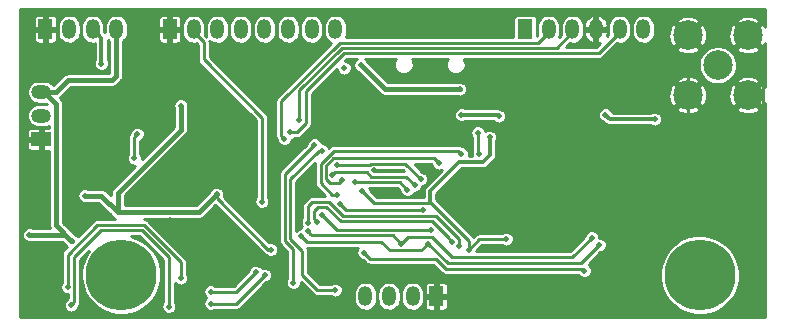
<source format=gbl>
G04 #@! TF.FileFunction,Copper,L4,Bot,Signal*
%FSLAX46Y46*%
G04 Gerber Fmt 4.6, Leading zero omitted, Abs format (unit mm)*
G04 Created by KiCad (PCBNEW (2015-09-15 BZR 6201)-product) date tor 18 feb 2016 12:46:51*
%MOMM*%
G01*
G04 APERTURE LIST*
%ADD10C,0.100000*%
%ADD11C,6.000000*%
%ADD12C,2.500000*%
%ADD13R,1.699260X1.198880*%
%ADD14O,1.699260X1.198880*%
%ADD15O,1.198880X1.699260*%
%ADD16R,1.198880X1.699260*%
%ADD17C,0.500000*%
%ADD18C,0.406400*%
%ADD19C,0.350520*%
%ADD20C,0.254000*%
%ADD21C,0.203200*%
%ADD22C,0.304800*%
G04 APERTURE END LIST*
D10*
D11*
X230000000Y-112500000D03*
D12*
X231521000Y-94742000D03*
X228981000Y-92202000D03*
X228981000Y-97282000D03*
X234061000Y-97282000D03*
X234061000Y-92202000D03*
D13*
X174244000Y-101031040D03*
D14*
X174244000Y-97028000D03*
X174244000Y-99029520D03*
D15*
X197137020Y-91694000D03*
X195138040Y-91694000D03*
X193136520Y-91694000D03*
D16*
X185130440Y-91694000D03*
D15*
X189133480Y-91694000D03*
X187131960Y-91694000D03*
X191132460Y-91694000D03*
X199136000Y-91694000D03*
D16*
X215198960Y-91694000D03*
D15*
X219202000Y-91694000D03*
X217200480Y-91694000D03*
X221200980Y-91694000D03*
X223202500Y-91694000D03*
X225204020Y-91694000D03*
D16*
X174591980Y-91694000D03*
D15*
X178595020Y-91694000D03*
X176593500Y-91694000D03*
X180594000Y-91694000D03*
D11*
X181000000Y-112500000D03*
D16*
X207678019Y-114300000D03*
D15*
X203674979Y-114300000D03*
X205676499Y-114300000D03*
X201675999Y-114300000D03*
D17*
X176836183Y-109653183D03*
X173228000Y-109093000D03*
X199898000Y-94996000D03*
X225044000Y-109728000D03*
X224028000Y-110871000D03*
X223012000Y-111506000D03*
X222250000Y-112395000D03*
X220853000Y-112776000D03*
X221234000Y-106045000D03*
X219329000Y-107823000D03*
X225171000Y-107696000D03*
X223393000Y-107696000D03*
X224155000Y-108839000D03*
X214757000Y-109220000D03*
X214376004Y-107188000D03*
X214799000Y-108067148D03*
X214131303Y-101070697D03*
X220472000Y-102870000D03*
X220291000Y-102007816D03*
X223254000Y-100715124D03*
X223393000Y-102616000D03*
X222885000Y-102108000D03*
X223012003Y-103123997D03*
X224238196Y-105014000D03*
X225298000Y-105156000D03*
X227826000Y-99523200D03*
X227826000Y-100991375D03*
X227457000Y-104521000D03*
X227584000Y-103378000D03*
X227626000Y-102232475D03*
X228045200Y-105241000D03*
X229105543Y-105241000D03*
X229870000Y-104267000D03*
X230886000Y-104648000D03*
X231394000Y-107442000D03*
X232663996Y-107441996D03*
X221742000Y-97155000D03*
X223012000Y-98044000D03*
X223012000Y-96774000D03*
X224790000Y-96647000D03*
X224917000Y-98298000D03*
X226441000Y-98552000D03*
X226314000Y-97155000D03*
X235458000Y-98806000D03*
X235331000Y-95758000D03*
X234696000Y-94869000D03*
X235204000Y-93599000D03*
X235204000Y-90424000D03*
X233807000Y-90170000D03*
X231394000Y-90170000D03*
X232410000Y-91186000D03*
X231267000Y-91948000D03*
X230886000Y-91059000D03*
X230124000Y-90170000D03*
X228600000Y-90170000D03*
X226949000Y-91567000D03*
X227965000Y-94107000D03*
X228092000Y-94996000D03*
X196723000Y-105283000D03*
X194310000Y-105283000D03*
X194310000Y-106299000D03*
X193167000Y-108077000D03*
X191897000Y-101346000D03*
X193675000Y-100203000D03*
X194056000Y-102743000D03*
X190627000Y-105156000D03*
X191389000Y-102616000D03*
X215138000Y-103124000D03*
X215773000Y-101981000D03*
X216916000Y-101981000D03*
X216916000Y-103378000D03*
X217932000Y-103378000D03*
X218186000Y-102108000D03*
X219329000Y-102616000D03*
X219075000Y-103886000D03*
X217805000Y-104521000D03*
X216408000Y-104394000D03*
X215138000Y-104521000D03*
X213868000Y-104394000D03*
X213614000Y-103632000D03*
X218313000Y-109982000D03*
X216662000Y-109601000D03*
X215392000Y-109347000D03*
X216662000Y-108458000D03*
X217805000Y-108585000D03*
X218821000Y-108839000D03*
X217551000Y-107569000D03*
X216154000Y-107569000D03*
X223774000Y-103886000D03*
X225298000Y-103886000D03*
X224663000Y-103124000D03*
X225298000Y-102362000D03*
X225171000Y-101092000D03*
X222758000Y-101473000D03*
X223901000Y-101473000D03*
X224282000Y-100330000D03*
X225171000Y-100203000D03*
X231902000Y-104648000D03*
X230632000Y-103378000D03*
X228854000Y-103632000D03*
X228981000Y-102235000D03*
X230505000Y-102489000D03*
X230759000Y-101473000D03*
X228854000Y-100838000D03*
X228981000Y-99314000D03*
X229489000Y-100203000D03*
X230505000Y-100330000D03*
X230505000Y-99187000D03*
X227076000Y-107569000D03*
X227838000Y-108458000D03*
X228854000Y-107442000D03*
X229616000Y-108204000D03*
X230251000Y-107442000D03*
X232156000Y-108458000D03*
X233045000Y-108585000D03*
X234188000Y-107442000D03*
X235077000Y-106934000D03*
X234569000Y-105918000D03*
X234950000Y-105029000D03*
X234442000Y-104013000D03*
X235077000Y-103124000D03*
X234696000Y-101600000D03*
X233680000Y-102743000D03*
X232791000Y-101854000D03*
X233045000Y-100711000D03*
X234823000Y-100584000D03*
X234696000Y-99441000D03*
X232664000Y-99568000D03*
X231013000Y-108331000D03*
X212217000Y-99695000D03*
X194183000Y-97028000D03*
X194644180Y-110460758D03*
X179578000Y-107315000D03*
X183896000Y-99187000D03*
X189865000Y-103759000D03*
X185166000Y-107823000D03*
X185928000Y-109728000D03*
X193548000Y-109220000D03*
X212979000Y-112649000D03*
X216154000Y-112903000D03*
X220641000Y-106614000D03*
X221891000Y-106614000D03*
X221891000Y-105364000D03*
X220641000Y-105364000D03*
X209931000Y-106045000D03*
X202438000Y-103632000D03*
X202819000Y-105537000D03*
X213741000Y-102743000D03*
X210731500Y-106882500D03*
X209056500Y-106882500D03*
X209056500Y-105207500D03*
X210731500Y-105207500D03*
X212217000Y-100838000D03*
X212979000Y-99060000D03*
X209804000Y-98933000D03*
X201422000Y-105410000D03*
X186055000Y-98171000D03*
X193675000Y-110363000D03*
X189103000Y-105664000D03*
X180721000Y-107188000D03*
X177927000Y-105791000D03*
X213614000Y-109474000D03*
X210439000Y-110363000D03*
X194818000Y-100965000D03*
X226187000Y-99314000D03*
X221996000Y-98933000D03*
X209677000Y-96774000D03*
X201295000Y-94742000D03*
X179324000Y-94615000D03*
X211328000Y-102240427D03*
X211201000Y-100457000D03*
X201549000Y-110617000D03*
X220218000Y-112141000D03*
X196781459Y-108785922D03*
X204724000Y-109855000D03*
X220853000Y-109347000D03*
X206554509Y-106980820D03*
X199498177Y-106476763D03*
X196261820Y-109221127D03*
X221488000Y-109982000D03*
X207010000Y-109855000D03*
X192913000Y-106299000D03*
X196079098Y-99409464D03*
X195319770Y-100439005D03*
X196820351Y-108082929D03*
X209640098Y-110046915D03*
X197586302Y-107984241D03*
X209042000Y-109728000D03*
X197993000Y-107441998D03*
X207264000Y-108712000D03*
X199246662Y-105710820D03*
X209804000Y-102235000D03*
X200794356Y-104640644D03*
X205232000Y-105283000D03*
X199723266Y-104474180D03*
X207899000Y-103043820D03*
X198882018Y-104058368D03*
X205867000Y-104902000D03*
X199243478Y-103199976D03*
X206375000Y-104394000D03*
X182372000Y-100584000D03*
X182118000Y-102616000D03*
X199136000Y-113792000D03*
X197993000Y-101981000D03*
X197358000Y-101473000D03*
X195580000Y-113157000D03*
X185039000Y-115189000D03*
X176784000Y-115062000D03*
X176479179Y-113529428D03*
X186055000Y-112776000D03*
X192405000Y-112268000D03*
X188595000Y-113919000D03*
X188595000Y-114935000D03*
X193167000Y-112522000D03*
D18*
X176776684Y-109593684D02*
X176836183Y-109653183D01*
X175500030Y-108317030D02*
X176776684Y-109593684D01*
X174494190Y-97028000D02*
X175500030Y-98033840D01*
X175500030Y-98033840D02*
X175500030Y-108317030D01*
X174244000Y-97028000D02*
X174494190Y-97028000D01*
X176276000Y-109093000D02*
X176776684Y-109593684D01*
X173228000Y-109093000D02*
X176276000Y-109093000D01*
X180213000Y-96012000D02*
X180594000Y-95631000D01*
X180594000Y-95631000D02*
X180594000Y-91694000D01*
X176516030Y-96012000D02*
X180213000Y-96012000D01*
X174244000Y-97028000D02*
X175500030Y-97028000D01*
X175500030Y-97028000D02*
X176516030Y-96012000D01*
D19*
X225044000Y-109728000D02*
X224155000Y-108839000D01*
X223012000Y-111506000D02*
X223393000Y-111506000D01*
X223393000Y-111506000D02*
X224028000Y-110871000D01*
X220853000Y-112776000D02*
X221869000Y-112776000D01*
X221869000Y-112776000D02*
X222250000Y-112395000D01*
D20*
X219079001Y-108072999D02*
X219329000Y-107823000D01*
X218821000Y-108331000D02*
X219079001Y-108072999D01*
X218821000Y-108839000D02*
X218821000Y-108331000D01*
X225298000Y-107569000D02*
X225171000Y-107696000D01*
X227076000Y-107569000D02*
X225298000Y-107569000D01*
X224155000Y-108458000D02*
X223642999Y-107945999D01*
X224155000Y-108839000D02*
X224155000Y-108458000D01*
X223642999Y-107945999D02*
X223393000Y-107696000D01*
D21*
X215392000Y-109347000D02*
X214884000Y-109347000D01*
X214884000Y-109347000D02*
X214757000Y-109220000D01*
X214799000Y-108067148D02*
X214376004Y-107644152D01*
X214376004Y-107541553D02*
X214376004Y-107188000D01*
X214376004Y-107644152D02*
X214376004Y-107541553D01*
X215773000Y-101981000D02*
X215041606Y-101981000D01*
X215041606Y-101981000D02*
X214131303Y-101070697D01*
X220291000Y-102007816D02*
X220291000Y-102689000D01*
X220291000Y-102689000D02*
X220472000Y-102870000D01*
X223901000Y-101473000D02*
X223901000Y-101362124D01*
X223901000Y-101362124D02*
X223254000Y-100715124D01*
X223393000Y-102616000D02*
X223003998Y-102616000D01*
X222885000Y-102616000D02*
X223003998Y-102616000D01*
D20*
X223138997Y-103123997D02*
X223012003Y-103123997D01*
X223393000Y-103378000D02*
X223138997Y-103123997D01*
D21*
X225298000Y-103886000D02*
X225298000Y-105156000D01*
X228981000Y-99314000D02*
X228035200Y-99314000D01*
X228035200Y-99314000D02*
X227826000Y-99523200D01*
X228854000Y-100838000D02*
X227979375Y-100838000D01*
X227979375Y-100838000D02*
X227826000Y-100991375D01*
X227842001Y-104271001D02*
X227965000Y-104394000D01*
X227457000Y-104521000D02*
X227706999Y-104271001D01*
X227706999Y-104271001D02*
X227842001Y-104271001D01*
X229870000Y-104267000D02*
X229870000Y-104476543D01*
X229870000Y-104476543D02*
X229105543Y-105241000D01*
D20*
X229870000Y-104140000D02*
X229870000Y-104267000D01*
X230632000Y-103378000D02*
X229870000Y-104140000D01*
D21*
X231394000Y-107442000D02*
X231643999Y-107192001D01*
X231643999Y-107192001D02*
X231779001Y-107192001D01*
D20*
X232663996Y-107795549D02*
X232663996Y-107441996D01*
X232156000Y-108458000D02*
X232663996Y-107950004D01*
X232663996Y-107950004D02*
X232663996Y-107795549D01*
X223012000Y-96774000D02*
X223012000Y-98044000D01*
X224917000Y-98298000D02*
X224917000Y-96774000D01*
X224917000Y-96774000D02*
X224790000Y-96647000D01*
X226314000Y-97155000D02*
X226314000Y-98425000D01*
X226314000Y-98425000D02*
X226441000Y-98552000D01*
X235331000Y-95758000D02*
X235331000Y-98679000D01*
X235331000Y-98679000D02*
X235458000Y-98806000D01*
X235204000Y-93599000D02*
X235204000Y-94361000D01*
X235204000Y-94361000D02*
X234696000Y-94869000D01*
X233807000Y-90170000D02*
X234950000Y-90170000D01*
X234950000Y-90170000D02*
X235204000Y-90424000D01*
X232410000Y-91186000D02*
X231394000Y-90170000D01*
X230886000Y-91059000D02*
X230886000Y-91567000D01*
X230886000Y-91567000D02*
X231267000Y-91948000D01*
X228600000Y-90170000D02*
X230124000Y-90170000D01*
X228981000Y-92202000D02*
X227731001Y-90952001D01*
X227731001Y-90952001D02*
X227563999Y-90952001D01*
X227563999Y-90952001D02*
X226949000Y-91567000D01*
X227965000Y-94107000D02*
X227965000Y-93218000D01*
X227965000Y-93218000D02*
X228981000Y-92202000D01*
X228981000Y-97282000D02*
X228981000Y-95514234D01*
X228981000Y-95514234D02*
X228462766Y-94996000D01*
X228462766Y-94996000D02*
X228092000Y-94996000D01*
X196723000Y-105283000D02*
X196723000Y-105156000D01*
X196723000Y-105156000D02*
X196850000Y-105029000D01*
X194310000Y-106299000D02*
X194310000Y-105283000D01*
X190627000Y-105156000D02*
X190627000Y-105537000D01*
X190627000Y-105537000D02*
X193167000Y-108077000D01*
X191897000Y-101346000D02*
X191897000Y-102108000D01*
X191897000Y-102108000D02*
X191389000Y-102616000D01*
X194056000Y-102743000D02*
X194056000Y-100584000D01*
X194056000Y-100584000D02*
X193675000Y-100203000D01*
X191389000Y-102616000D02*
X191389000Y-104394000D01*
X191389000Y-104394000D02*
X190627000Y-105156000D01*
X215138000Y-103124000D02*
X214122000Y-103124000D01*
X214122000Y-103124000D02*
X213741000Y-102743000D01*
X216916000Y-101981000D02*
X215773000Y-101981000D01*
X217932000Y-103378000D02*
X216916000Y-103378000D01*
X219329000Y-102616000D02*
X218694000Y-102616000D01*
X218694000Y-102616000D02*
X218186000Y-102108000D01*
X217805000Y-104521000D02*
X218440000Y-104521000D01*
X218440000Y-104521000D02*
X219075000Y-103886000D01*
X215138000Y-104521000D02*
X216281000Y-104521000D01*
X216281000Y-104521000D02*
X216408000Y-104394000D01*
X213614000Y-103632000D02*
X213614000Y-104140000D01*
X213614000Y-104140000D02*
X213868000Y-104394000D01*
X218313000Y-109982000D02*
X218313000Y-109347000D01*
X218313000Y-109347000D02*
X218821000Y-108839000D01*
X215392000Y-109347000D02*
X216408000Y-109347000D01*
X216408000Y-109347000D02*
X216662000Y-109601000D01*
X217805000Y-108585000D02*
X216789000Y-108585000D01*
X216789000Y-108585000D02*
X216662000Y-108458000D01*
X224663000Y-103124000D02*
X224663000Y-103251000D01*
X224663000Y-103251000D02*
X225298000Y-103886000D01*
X225171000Y-101092000D02*
X225171000Y-102235000D01*
X225171000Y-102235000D02*
X225298000Y-102362000D01*
X223901000Y-101473000D02*
X222758000Y-101473000D01*
X225171000Y-100203000D02*
X224409000Y-100203000D01*
X224409000Y-100203000D02*
X224282000Y-100330000D01*
X228981000Y-102235000D02*
X228981000Y-103505000D01*
X228981000Y-103505000D02*
X228854000Y-103632000D01*
X230759000Y-101473000D02*
X230759000Y-102235000D01*
X230759000Y-102235000D02*
X230505000Y-102489000D01*
X228981000Y-99314000D02*
X228981000Y-100711000D01*
X228981000Y-100711000D02*
X228854000Y-100838000D01*
X230505000Y-100330000D02*
X229616000Y-100330000D01*
X229616000Y-100330000D02*
X229489000Y-100203000D01*
X228981000Y-97282000D02*
X228981000Y-99049766D01*
X228981000Y-99049766D02*
X229118234Y-99187000D01*
X229118234Y-99187000D02*
X230505000Y-99187000D01*
X228854000Y-107442000D02*
X227838000Y-108458000D01*
X230251000Y-107442000D02*
X230251000Y-107569000D01*
X230251000Y-107569000D02*
X229616000Y-108204000D01*
X234188000Y-107442000D02*
X233045000Y-108585000D01*
X234569000Y-105918000D02*
X234569000Y-106426000D01*
X234569000Y-106426000D02*
X235077000Y-106934000D01*
X234442000Y-104013000D02*
X234442000Y-104521000D01*
X234442000Y-104521000D02*
X234950000Y-105029000D01*
X234696000Y-101600000D02*
X234696000Y-102743000D01*
X234696000Y-102743000D02*
X235077000Y-103124000D01*
X232791000Y-101854000D02*
X233680000Y-102743000D01*
X234823000Y-100584000D02*
X233172000Y-100584000D01*
X233172000Y-100584000D02*
X233045000Y-100711000D01*
X232664000Y-99568000D02*
X234569000Y-99568000D01*
X234569000Y-99568000D02*
X234696000Y-99441000D01*
D22*
X207136528Y-106426000D02*
X207136528Y-105410472D01*
X211636798Y-102942202D02*
X212217000Y-102362000D01*
X207136528Y-105410472D02*
X209604798Y-102942202D01*
X209604798Y-102942202D02*
X211636798Y-102942202D01*
X212217000Y-102362000D02*
X212217000Y-101191553D01*
X212217000Y-101191553D02*
X212217000Y-100838000D01*
D20*
X207136528Y-106426000D02*
X202438000Y-106426000D01*
X207264000Y-106426000D02*
X207136528Y-106426000D01*
D22*
X209804000Y-98933000D02*
X212852000Y-98933000D01*
X212852000Y-98933000D02*
X212979000Y-99060000D01*
D20*
X202438000Y-106426000D02*
X201422000Y-105410000D01*
X210439000Y-109601000D02*
X207264000Y-106426000D01*
X210439000Y-110363000D02*
X210439000Y-109601000D01*
D18*
X180721000Y-105537000D02*
X186055000Y-100203000D01*
X186055000Y-100203000D02*
X186055000Y-98171000D01*
X180721000Y-107188000D02*
X180721000Y-105537000D01*
X180721000Y-107188000D02*
X187579000Y-107188000D01*
X187579000Y-107188000D02*
X189103000Y-105664000D01*
D20*
X189103000Y-105664000D02*
X189103000Y-106017553D01*
X193615892Y-110363000D02*
X193675000Y-110363000D01*
X189103000Y-106017553D02*
X193448447Y-110363000D01*
X193448447Y-110363000D02*
X193615892Y-110363000D01*
D18*
X177927000Y-105791000D02*
X179324000Y-105791000D01*
X179324000Y-105791000D02*
X180721000Y-107188000D01*
D20*
X210439000Y-110363000D02*
X211328000Y-109474000D01*
X211328000Y-109474000D02*
X213614000Y-109474000D01*
X216296239Y-92848431D02*
X217200480Y-91944190D01*
X194568001Y-97790991D02*
X199510561Y-92848431D01*
X199510561Y-92848431D02*
X216296239Y-92848431D01*
X194568001Y-100715001D02*
X194568001Y-97790991D01*
X217200480Y-91944190D02*
X217200480Y-91694000D01*
X194818000Y-100965000D02*
X194568001Y-100715001D01*
D22*
X225171000Y-99314000D02*
X226187000Y-99314000D01*
X222377000Y-99314000D02*
X225171000Y-99314000D01*
X221996000Y-98933000D02*
X222377000Y-99314000D01*
D18*
X201295000Y-94742000D02*
X203327000Y-96774000D01*
X203327000Y-96774000D02*
X209677000Y-96774000D01*
D22*
X179324000Y-94615000D02*
X179324000Y-92422980D01*
X179324000Y-92422980D02*
X178595020Y-91694000D01*
D20*
X211201000Y-102113427D02*
X211328000Y-102240427D01*
X211201000Y-100457000D02*
X211201000Y-102113427D01*
X220218000Y-112141000D02*
X220091000Y-112014000D01*
X220091000Y-112014000D02*
X208534000Y-112014000D01*
X208534000Y-112014000D02*
X207645000Y-111125000D01*
X207645000Y-111125000D02*
X202057000Y-111125000D01*
X202057000Y-111125000D02*
X201549000Y-110617000D01*
X197031458Y-109035921D02*
X196781459Y-108785922D01*
X197139348Y-109143811D02*
X197031458Y-109035921D01*
X204724000Y-109855000D02*
X204012811Y-109143811D01*
X204012811Y-109143811D02*
X197139348Y-109143811D01*
X204973999Y-109605001D02*
X204724000Y-109855000D01*
X205312199Y-109266801D02*
X204973999Y-109605001D01*
X220853000Y-109347000D02*
X219202000Y-110998000D01*
X219202000Y-110998000D02*
X209042000Y-110998000D01*
X207310801Y-109266801D02*
X205312199Y-109266801D01*
X209042000Y-110998000D02*
X207310801Y-109266801D01*
X206200956Y-106980820D02*
X206554509Y-106980820D01*
X200002234Y-106980820D02*
X206200956Y-106980820D01*
X199498177Y-106476763D02*
X200002234Y-106980820D01*
X206429812Y-110435188D02*
X203751578Y-110435188D01*
X203040389Y-109723999D02*
X196764692Y-109723999D01*
X207010000Y-109855000D02*
X206429812Y-110435188D01*
X196764692Y-109723999D02*
X196511819Y-109471126D01*
X196511819Y-109471126D02*
X196261820Y-109221127D01*
X203751578Y-110435188D02*
X203040389Y-109723999D01*
X207010000Y-109855000D02*
X208661000Y-111506000D01*
X208661000Y-111506000D02*
X219964000Y-111506000D01*
X219964000Y-111506000D02*
X221488000Y-109982000D01*
X192913000Y-106299000D02*
X192913000Y-99187000D01*
X192913000Y-99187000D02*
X187985400Y-94259400D01*
X187985400Y-94259400D02*
X187985400Y-92797630D01*
X187985400Y-92797630D02*
X187131960Y-91944190D01*
X187131960Y-91944190D02*
X187131960Y-91694000D01*
X219202000Y-91694000D02*
X219202000Y-91944190D01*
X196079098Y-99055911D02*
X196079098Y-99409464D01*
X196079098Y-96890566D02*
X196079098Y-99055911D01*
X199689422Y-93280242D02*
X196079098Y-96890566D01*
X217865948Y-93280242D02*
X199689422Y-93280242D01*
X219202000Y-91944190D02*
X217865948Y-93280242D01*
X199868283Y-93712053D02*
X196633899Y-96946437D01*
X195673323Y-100439005D02*
X195319770Y-100439005D01*
X221434637Y-93712053D02*
X199868283Y-93712053D01*
X195870663Y-100439005D02*
X195673323Y-100439005D01*
X196633899Y-96946437D02*
X196633899Y-99675769D01*
X223202500Y-91694000D02*
X223202500Y-91944190D01*
X223202500Y-91944190D02*
X221434637Y-93712053D01*
X196633899Y-99675769D02*
X195870663Y-100439005D01*
X199763376Y-107526596D02*
X198565167Y-106328387D01*
X196820351Y-107729376D02*
X196820351Y-108082929D01*
X206279179Y-107526596D02*
X199763376Y-107526596D01*
X196820351Y-106709649D02*
X196820351Y-107729376D01*
X197201613Y-106328387D02*
X196820351Y-106709649D01*
X198565167Y-106328387D02*
X197201613Y-106328387D01*
X207670727Y-107535621D02*
X206288204Y-107535621D01*
X209640098Y-109504992D02*
X207670727Y-107535621D01*
X209640098Y-110046915D02*
X209640098Y-109504992D01*
X206288204Y-107535621D02*
X206279179Y-107526596D01*
X209042000Y-109728000D02*
X208792001Y-109478001D01*
X197336303Y-107082697D02*
X197336303Y-107734242D01*
X206100318Y-107958407D02*
X199584515Y-107958407D01*
X197658802Y-106760198D02*
X197336303Y-107082697D01*
X197336303Y-107734242D02*
X197586302Y-107984241D01*
X206109343Y-107967432D02*
X206100318Y-107958407D01*
X207340540Y-107967432D02*
X206109343Y-107967432D01*
X198386306Y-106760198D02*
X197658802Y-106760198D01*
X199584515Y-107958407D02*
X198386306Y-106760198D01*
X208792001Y-109478001D02*
X208792001Y-109418893D01*
X208792001Y-109418893D02*
X207340540Y-107967432D01*
X199263002Y-108712000D02*
X198242999Y-107691997D01*
X198242999Y-107691997D02*
X197993000Y-107441998D01*
X207264000Y-108712000D02*
X199263002Y-108712000D01*
X209554001Y-101985001D02*
X199026675Y-101985001D01*
X197895387Y-103116289D02*
X197895387Y-104713098D01*
X199026675Y-101985001D02*
X197895387Y-103116289D01*
X198893109Y-105710820D02*
X199246662Y-105710820D01*
X197895387Y-104713098D02*
X198893109Y-105710820D01*
X209804000Y-102235000D02*
X209554001Y-101985001D01*
X205232000Y-105283000D02*
X204589644Y-104640644D01*
X204589644Y-104640644D02*
X201147909Y-104640644D01*
X201147909Y-104640644D02*
X200794356Y-104640644D01*
X198327198Y-103295150D02*
X198327198Y-104406306D01*
X198645071Y-104724179D02*
X199473267Y-104724179D01*
X207899000Y-103043820D02*
X207500355Y-102645175D01*
X198977173Y-102645175D02*
X198327198Y-103295150D01*
X207500355Y-102645175D02*
X198977173Y-102645175D01*
X198327198Y-104406306D02*
X198645071Y-104724179D01*
X199473267Y-104724179D02*
X199723266Y-104474180D01*
X205867000Y-104902000D02*
X205151801Y-104186801D01*
X202171695Y-104186801D02*
X201793263Y-103808369D01*
X199132017Y-103808369D02*
X198882018Y-104058368D01*
X205151801Y-104186801D02*
X202171695Y-104186801D01*
X201793263Y-103808369D02*
X199132017Y-103808369D01*
X199597031Y-103199976D02*
X199243478Y-103199976D01*
X202048918Y-103199976D02*
X199597031Y-103199976D01*
X202171695Y-103077199D02*
X202048918Y-103199976D01*
X205058199Y-103077199D02*
X202171695Y-103077199D01*
X206375000Y-104394000D02*
X205058199Y-103077199D01*
X182122001Y-100833999D02*
X182372000Y-100584000D01*
X182118000Y-100838000D02*
X182122001Y-100833999D01*
X182118000Y-102616000D02*
X182118000Y-100838000D01*
X197993000Y-101981000D02*
X197739000Y-101981000D01*
X197739000Y-101981000D02*
X195326000Y-104394000D01*
X195326000Y-104394000D02*
X195326000Y-109474000D01*
X195326000Y-109474000D02*
X196342000Y-110490000D01*
X196342000Y-110490000D02*
X196342000Y-112522000D01*
X196342000Y-112522000D02*
X197612000Y-113792000D01*
X197612000Y-113792000D02*
X199136000Y-113792000D01*
X197108001Y-101722999D02*
X197358000Y-101473000D01*
X194894189Y-109652861D02*
X194894189Y-103936811D01*
X195580000Y-113157000D02*
X195580000Y-110338672D01*
X194894189Y-103936811D02*
X197108001Y-101722999D01*
X195580000Y-110338672D02*
X194894189Y-109652861D01*
X182753000Y-108712000D02*
X185039000Y-110998000D01*
X185039000Y-110998000D02*
X185039000Y-115189000D01*
X179324000Y-108712000D02*
X182753000Y-108712000D01*
X177033999Y-111002001D02*
X179324000Y-108712000D01*
X177033999Y-114812001D02*
X177033999Y-111002001D01*
X176784000Y-115062000D02*
X177033999Y-114812001D01*
X176479179Y-113175875D02*
X176479179Y-113529428D01*
X176479179Y-110794821D02*
X176479179Y-113175875D01*
X178993811Y-108280189D02*
X176479179Y-110794821D01*
X182931861Y-108280189D02*
X178993811Y-108280189D01*
X186055000Y-111403328D02*
X182931861Y-108280189D01*
X186055000Y-112776000D02*
X186055000Y-111403328D01*
X188595000Y-113919000D02*
X190754000Y-113919000D01*
X190754000Y-113919000D02*
X192405000Y-112268000D01*
X193167000Y-112522000D02*
X190754000Y-114935000D01*
X190754000Y-114935000D02*
X188595000Y-114935000D01*
G36*
X235544000Y-91506055D02*
X235457554Y-91344325D01*
X235238622Y-91203983D01*
X234240605Y-92202000D01*
X235238622Y-93200017D01*
X235457554Y-93059675D01*
X235544000Y-92881887D01*
X235544000Y-96586055D01*
X235457554Y-96424325D01*
X235238622Y-96283983D01*
X234240605Y-97282000D01*
X235238622Y-98280017D01*
X235457554Y-98139675D01*
X235544000Y-97961887D01*
X235544000Y-116044000D01*
X172456000Y-116044000D01*
X172456000Y-109146056D01*
X172596171Y-109146056D01*
X172618509Y-109267769D01*
X172664063Y-109382824D01*
X172731097Y-109486841D01*
X172817058Y-109575856D01*
X172918671Y-109646479D01*
X173032067Y-109696020D01*
X173152926Y-109722593D01*
X173276644Y-109725184D01*
X173398509Y-109703696D01*
X173466820Y-109677200D01*
X176034016Y-109677200D01*
X176254171Y-109897355D01*
X176272246Y-109943007D01*
X176339280Y-110047024D01*
X176422441Y-110133139D01*
X176119969Y-110435611D01*
X176090203Y-110471849D01*
X176060021Y-110507818D01*
X176058733Y-110510160D01*
X176057039Y-110512223D01*
X176034869Y-110553570D01*
X176012258Y-110594699D01*
X176011451Y-110597244D01*
X176010188Y-110599599D01*
X175996463Y-110644491D01*
X175982280Y-110689202D01*
X175981982Y-110691855D01*
X175981201Y-110694411D01*
X175976455Y-110741134D01*
X175971229Y-110787728D01*
X175971192Y-110792948D01*
X175971182Y-110793048D01*
X175971191Y-110793142D01*
X175971179Y-110794821D01*
X175971179Y-113154416D01*
X175923554Y-113223971D01*
X175874806Y-113337709D01*
X175849077Y-113458751D01*
X175847350Y-113582484D01*
X175869688Y-113704197D01*
X175915242Y-113819252D01*
X175982276Y-113923269D01*
X176068237Y-114012284D01*
X176169850Y-114082907D01*
X176283246Y-114132448D01*
X176404105Y-114159021D01*
X176525999Y-114161574D01*
X176525999Y-114485655D01*
X176490246Y-114500100D01*
X176386700Y-114567858D01*
X176298287Y-114654439D01*
X176228375Y-114756543D01*
X176179627Y-114870281D01*
X176153898Y-114991323D01*
X176152171Y-115115056D01*
X176174509Y-115236769D01*
X176220063Y-115351824D01*
X176287097Y-115455841D01*
X176373058Y-115544856D01*
X176474671Y-115615479D01*
X176588067Y-115665020D01*
X176708926Y-115691593D01*
X176832644Y-115694184D01*
X176954509Y-115672696D01*
X177069880Y-115627947D01*
X177174362Y-115561641D01*
X177263975Y-115476303D01*
X177335306Y-115375185D01*
X177385638Y-115262138D01*
X177411299Y-115149188D01*
X177422975Y-115134973D01*
X177453157Y-115099004D01*
X177454445Y-115096662D01*
X177456139Y-115094599D01*
X177478309Y-115053252D01*
X177500920Y-115012123D01*
X177501727Y-115009578D01*
X177502990Y-115007223D01*
X177516715Y-114962331D01*
X177530898Y-114917620D01*
X177531196Y-114914967D01*
X177531977Y-114912411D01*
X177536723Y-114865688D01*
X177541949Y-114819094D01*
X177541986Y-114813874D01*
X177541996Y-114813774D01*
X177541987Y-114813680D01*
X177541999Y-114812001D01*
X177541999Y-111212421D01*
X178309021Y-110445399D01*
X178022872Y-110863310D01*
X177761669Y-111472741D01*
X177623814Y-112121300D01*
X177614556Y-112784284D01*
X177734249Y-113436439D01*
X177978333Y-114052926D01*
X178337512Y-114610262D01*
X178798104Y-115087219D01*
X179342566Y-115465630D01*
X179950158Y-115731080D01*
X180597739Y-115873460D01*
X181260642Y-115887346D01*
X181913617Y-115772209D01*
X182531793Y-115532434D01*
X183091623Y-115177155D01*
X183571784Y-114719904D01*
X183953986Y-114178098D01*
X184223672Y-113572373D01*
X184370570Y-112925802D01*
X184381145Y-112168476D01*
X184252358Y-111518055D01*
X183999690Y-110905037D01*
X183632765Y-110352770D01*
X183165558Y-109882290D01*
X182615866Y-109511518D01*
X182004626Y-109254576D01*
X181836185Y-109220000D01*
X182542580Y-109220000D01*
X184531000Y-111208420D01*
X184531000Y-114813988D01*
X184483375Y-114883543D01*
X184434627Y-114997281D01*
X184408898Y-115118323D01*
X184407171Y-115242056D01*
X184429509Y-115363769D01*
X184475063Y-115478824D01*
X184542097Y-115582841D01*
X184628058Y-115671856D01*
X184729671Y-115742479D01*
X184843067Y-115792020D01*
X184963926Y-115818593D01*
X185087644Y-115821184D01*
X185209509Y-115799696D01*
X185324880Y-115754947D01*
X185429362Y-115688641D01*
X185518975Y-115603303D01*
X185590306Y-115502185D01*
X185640638Y-115389138D01*
X185668053Y-115268468D01*
X185670027Y-115127127D01*
X185645991Y-115005739D01*
X185598836Y-114891330D01*
X185547000Y-114813311D01*
X185547000Y-113972056D01*
X187963171Y-113972056D01*
X187985509Y-114093769D01*
X188031063Y-114208824D01*
X188098097Y-114312841D01*
X188184058Y-114401856D01*
X188219577Y-114426542D01*
X188197700Y-114440858D01*
X188109287Y-114527439D01*
X188039375Y-114629543D01*
X187990627Y-114743281D01*
X187964898Y-114864323D01*
X187963171Y-114988056D01*
X187985509Y-115109769D01*
X188031063Y-115224824D01*
X188098097Y-115328841D01*
X188184058Y-115417856D01*
X188285671Y-115488479D01*
X188399067Y-115538020D01*
X188519926Y-115564593D01*
X188643644Y-115567184D01*
X188765509Y-115545696D01*
X188880880Y-115500947D01*
X188972190Y-115443000D01*
X190754000Y-115443000D01*
X190800704Y-115438421D01*
X190847448Y-115434331D01*
X190850014Y-115433586D01*
X190852671Y-115433325D01*
X190897556Y-115419773D01*
X190942655Y-115406671D01*
X190945029Y-115405440D01*
X190947584Y-115404669D01*
X190988977Y-115382660D01*
X191030677Y-115361045D01*
X191032766Y-115359377D01*
X191035123Y-115358124D01*
X191071509Y-115328448D01*
X191108159Y-115299190D01*
X191111874Y-115295527D01*
X191111954Y-115295462D01*
X191112015Y-115295388D01*
X191113210Y-115294210D01*
X193261283Y-113146137D01*
X193337509Y-113132696D01*
X193452880Y-113087947D01*
X193557362Y-113021641D01*
X193646975Y-112936303D01*
X193718306Y-112835185D01*
X193768638Y-112722138D01*
X193796053Y-112601468D01*
X193798027Y-112460127D01*
X193773991Y-112338739D01*
X193726836Y-112224330D01*
X193658356Y-112121260D01*
X193571161Y-112033454D01*
X193468571Y-111964256D01*
X193354495Y-111916303D01*
X193233277Y-111891420D01*
X193109534Y-111890557D01*
X192987981Y-111913744D01*
X192940095Y-111933091D01*
X192896356Y-111867260D01*
X192809161Y-111779454D01*
X192706571Y-111710256D01*
X192592495Y-111662303D01*
X192471277Y-111637420D01*
X192347534Y-111636557D01*
X192225981Y-111659744D01*
X192111246Y-111706100D01*
X192007700Y-111773858D01*
X191919287Y-111860439D01*
X191849375Y-111962543D01*
X191800627Y-112076281D01*
X191779660Y-112174919D01*
X190543580Y-113411000D01*
X188970319Y-113411000D01*
X188896571Y-113361256D01*
X188782495Y-113313303D01*
X188661277Y-113288420D01*
X188537534Y-113287557D01*
X188415981Y-113310744D01*
X188301246Y-113357100D01*
X188197700Y-113424858D01*
X188109287Y-113511439D01*
X188039375Y-113613543D01*
X187990627Y-113727281D01*
X187964898Y-113848323D01*
X187963171Y-113972056D01*
X185547000Y-113972056D01*
X185547000Y-113152622D01*
X185558097Y-113169841D01*
X185644058Y-113258856D01*
X185745671Y-113329479D01*
X185859067Y-113379020D01*
X185979926Y-113405593D01*
X186103644Y-113408184D01*
X186225509Y-113386696D01*
X186340880Y-113341947D01*
X186445362Y-113275641D01*
X186534975Y-113190303D01*
X186606306Y-113089185D01*
X186656638Y-112976138D01*
X186684053Y-112855468D01*
X186686027Y-112714127D01*
X186661991Y-112592739D01*
X186614836Y-112478330D01*
X186563000Y-112400311D01*
X186563000Y-111403328D01*
X186558425Y-111356670D01*
X186554332Y-111309881D01*
X186553585Y-111307310D01*
X186553325Y-111304657D01*
X186539782Y-111259801D01*
X186526671Y-111214673D01*
X186525440Y-111212299D01*
X186524669Y-111209744D01*
X186502649Y-111168331D01*
X186481045Y-111126652D01*
X186479379Y-111124564D01*
X186478124Y-111122205D01*
X186448455Y-111085828D01*
X186419191Y-111049169D01*
X186415523Y-111045448D01*
X186415462Y-111045374D01*
X186415393Y-111045317D01*
X186414211Y-111044118D01*
X183291071Y-107920979D01*
X183254830Y-107891210D01*
X183218864Y-107861031D01*
X183216522Y-107859743D01*
X183214459Y-107858049D01*
X183173112Y-107835879D01*
X183131983Y-107813268D01*
X183129438Y-107812461D01*
X183127083Y-107811198D01*
X183082191Y-107797473D01*
X183037480Y-107783290D01*
X183034827Y-107782992D01*
X183032271Y-107782211D01*
X182985548Y-107777465D01*
X182938954Y-107772239D01*
X182933734Y-107772202D01*
X182933713Y-107772200D01*
X187579000Y-107772200D01*
X187632701Y-107766935D01*
X187686464Y-107762231D01*
X187689415Y-107761374D01*
X187692472Y-107761074D01*
X187744113Y-107745483D01*
X187795953Y-107730422D01*
X187798682Y-107729007D01*
X187801621Y-107728120D01*
X187849275Y-107702782D01*
X187897178Y-107677951D01*
X187899576Y-107676036D01*
X187902291Y-107674593D01*
X187944115Y-107640482D01*
X187986284Y-107606819D01*
X187990564Y-107602599D01*
X187990647Y-107602531D01*
X187990711Y-107602454D01*
X187992092Y-107601092D01*
X188980105Y-106613078D01*
X193089237Y-110722210D01*
X193125475Y-110751976D01*
X193161444Y-110782158D01*
X193163786Y-110783446D01*
X193165849Y-110785140D01*
X193207196Y-110807310D01*
X193248325Y-110829921D01*
X193248822Y-110830079D01*
X193264058Y-110845856D01*
X193365671Y-110916479D01*
X193479067Y-110966020D01*
X193599926Y-110992593D01*
X193723644Y-110995184D01*
X193845509Y-110973696D01*
X193960880Y-110928947D01*
X194065362Y-110862641D01*
X194154975Y-110777303D01*
X194226306Y-110676185D01*
X194276638Y-110563138D01*
X194304053Y-110442468D01*
X194306027Y-110301127D01*
X194281991Y-110179739D01*
X194234836Y-110065330D01*
X194166356Y-109962260D01*
X194079161Y-109874454D01*
X193976571Y-109805256D01*
X193862495Y-109757303D01*
X193741277Y-109732420D01*
X193617534Y-109731557D01*
X193548578Y-109744711D01*
X189693353Y-105889486D01*
X189704638Y-105864138D01*
X189732053Y-105743468D01*
X189734027Y-105602127D01*
X189709991Y-105480739D01*
X189662836Y-105366330D01*
X189594356Y-105263260D01*
X189507161Y-105175454D01*
X189404571Y-105106256D01*
X189290495Y-105058303D01*
X189169277Y-105033420D01*
X189045534Y-105032557D01*
X188923981Y-105055744D01*
X188809246Y-105102100D01*
X188705700Y-105169858D01*
X188617287Y-105256439D01*
X188547375Y-105358543D01*
X188521198Y-105419619D01*
X187337016Y-106603800D01*
X181305200Y-106603800D01*
X181305200Y-105778984D01*
X186468092Y-100616092D01*
X186502361Y-100574372D01*
X186537031Y-100533054D01*
X186538511Y-100530362D01*
X186540461Y-100527988D01*
X186565958Y-100480437D01*
X186591959Y-100433141D01*
X186592888Y-100430212D01*
X186594339Y-100427506D01*
X186610106Y-100375934D01*
X186626434Y-100324462D01*
X186626777Y-100321407D01*
X186627674Y-100318472D01*
X186633123Y-100264829D01*
X186639143Y-100211157D01*
X186639185Y-100205147D01*
X186639196Y-100205039D01*
X186639186Y-100204938D01*
X186639200Y-100203000D01*
X186639200Y-98410304D01*
X186656638Y-98371138D01*
X186684053Y-98250468D01*
X186686027Y-98109127D01*
X186661991Y-97987739D01*
X186614836Y-97873330D01*
X186546356Y-97770260D01*
X186459161Y-97682454D01*
X186356571Y-97613256D01*
X186242495Y-97565303D01*
X186121277Y-97540420D01*
X185997534Y-97539557D01*
X185875981Y-97562744D01*
X185761246Y-97609100D01*
X185657700Y-97676858D01*
X185569287Y-97763439D01*
X185499375Y-97865543D01*
X185450627Y-97979281D01*
X185424898Y-98100323D01*
X185423171Y-98224056D01*
X185445509Y-98345769D01*
X185470800Y-98409646D01*
X185470800Y-99961016D01*
X182747205Y-102684611D01*
X182749027Y-102554127D01*
X182724991Y-102432739D01*
X182677836Y-102318330D01*
X182626000Y-102240311D01*
X182626000Y-101162312D01*
X182657880Y-101149947D01*
X182762362Y-101083641D01*
X182851975Y-100998303D01*
X182923306Y-100897185D01*
X182973638Y-100784138D01*
X183001053Y-100663468D01*
X183003027Y-100522127D01*
X182978991Y-100400739D01*
X182931836Y-100286330D01*
X182863356Y-100183260D01*
X182776161Y-100095454D01*
X182673571Y-100026256D01*
X182559495Y-99978303D01*
X182438277Y-99953420D01*
X182314534Y-99952557D01*
X182192981Y-99975744D01*
X182078246Y-100022100D01*
X181974700Y-100089858D01*
X181886287Y-100176439D01*
X181816375Y-100278543D01*
X181767627Y-100392281D01*
X181745904Y-100494478D01*
X181729024Y-100515028D01*
X181698842Y-100550997D01*
X181697554Y-100553339D01*
X181695860Y-100555402D01*
X181673690Y-100596749D01*
X181651079Y-100637878D01*
X181650272Y-100640423D01*
X181649009Y-100642778D01*
X181635284Y-100687670D01*
X181621101Y-100732381D01*
X181620803Y-100735034D01*
X181620022Y-100737590D01*
X181615276Y-100784313D01*
X181610050Y-100830907D01*
X181610013Y-100836127D01*
X181610003Y-100836227D01*
X181610012Y-100836321D01*
X181610000Y-100838000D01*
X181610000Y-102240988D01*
X181562375Y-102310543D01*
X181513627Y-102424281D01*
X181487898Y-102545323D01*
X181486171Y-102669056D01*
X181508509Y-102790769D01*
X181554063Y-102905824D01*
X181621097Y-103009841D01*
X181707058Y-103098856D01*
X181808671Y-103169479D01*
X181922067Y-103219020D01*
X182042926Y-103245593D01*
X182166644Y-103248184D01*
X182187269Y-103244547D01*
X180307908Y-105123908D01*
X180273639Y-105165628D01*
X180238969Y-105206946D01*
X180237489Y-105209638D01*
X180235539Y-105212012D01*
X180210042Y-105259563D01*
X180184041Y-105306859D01*
X180183112Y-105309788D01*
X180181661Y-105312494D01*
X180165894Y-105364066D01*
X180149566Y-105415538D01*
X180149223Y-105418593D01*
X180148326Y-105421528D01*
X180142877Y-105475171D01*
X180136857Y-105528843D01*
X180136815Y-105534853D01*
X180136804Y-105534961D01*
X180136814Y-105535062D01*
X180136800Y-105537000D01*
X180136800Y-105777616D01*
X179737092Y-105377908D01*
X179695372Y-105343639D01*
X179654054Y-105308969D01*
X179651362Y-105307489D01*
X179648988Y-105305539D01*
X179601437Y-105280042D01*
X179554141Y-105254041D01*
X179551212Y-105253112D01*
X179548506Y-105251661D01*
X179496934Y-105235894D01*
X179445462Y-105219566D01*
X179442407Y-105219223D01*
X179439472Y-105218326D01*
X179385829Y-105212877D01*
X179332157Y-105206857D01*
X179326147Y-105206815D01*
X179326039Y-105206804D01*
X179325938Y-105206814D01*
X179324000Y-105206800D01*
X178165634Y-105206800D01*
X178114495Y-105185303D01*
X177993277Y-105160420D01*
X177869534Y-105159557D01*
X177747981Y-105182744D01*
X177633246Y-105229100D01*
X177529700Y-105296858D01*
X177441287Y-105383439D01*
X177371375Y-105485543D01*
X177322627Y-105599281D01*
X177296898Y-105720323D01*
X177295171Y-105844056D01*
X177317509Y-105965769D01*
X177363063Y-106080824D01*
X177430097Y-106184841D01*
X177516058Y-106273856D01*
X177617671Y-106344479D01*
X177731067Y-106394020D01*
X177851926Y-106420593D01*
X177975644Y-106423184D01*
X178097509Y-106401696D01*
X178165820Y-106375200D01*
X179082016Y-106375200D01*
X180138988Y-107432172D01*
X180157063Y-107477824D01*
X180224097Y-107581841D01*
X180310058Y-107670856D01*
X180411671Y-107741479D01*
X180481964Y-107772189D01*
X178993811Y-107772189D01*
X178947103Y-107776769D01*
X178900364Y-107780858D01*
X178897799Y-107781603D01*
X178895140Y-107781864D01*
X178850243Y-107795419D01*
X178805156Y-107808518D01*
X178802782Y-107809749D01*
X178800227Y-107810520D01*
X178758834Y-107832529D01*
X178717134Y-107854144D01*
X178715045Y-107855812D01*
X178712688Y-107857065D01*
X178676333Y-107886716D01*
X178639652Y-107915998D01*
X178635936Y-107919663D01*
X178635857Y-107919727D01*
X178635797Y-107919800D01*
X178634601Y-107920979D01*
X177315381Y-109240199D01*
X177240344Y-109164637D01*
X177137754Y-109095439D01*
X177080596Y-109071412D01*
X176084230Y-108075046D01*
X176084230Y-98033840D01*
X176078965Y-97980139D01*
X176074261Y-97926376D01*
X176073404Y-97923425D01*
X176073104Y-97920368D01*
X176057513Y-97868727D01*
X176042452Y-97816887D01*
X176041037Y-97814158D01*
X176040150Y-97811219D01*
X176014833Y-97763604D01*
X175989982Y-97715662D01*
X175988064Y-97713260D01*
X175986623Y-97710549D01*
X175952539Y-97668758D01*
X175918850Y-97626557D01*
X175914632Y-97622280D01*
X175914561Y-97622193D01*
X175914480Y-97622126D01*
X175913122Y-97620749D01*
X175813016Y-97520643D01*
X175818208Y-97517951D01*
X175820606Y-97516036D01*
X175823321Y-97514593D01*
X175865145Y-97480482D01*
X175907314Y-97446819D01*
X175911594Y-97442599D01*
X175911677Y-97442531D01*
X175911741Y-97442454D01*
X175913122Y-97441092D01*
X176758014Y-96596200D01*
X180213000Y-96596200D01*
X180266701Y-96590935D01*
X180320464Y-96586231D01*
X180323415Y-96585374D01*
X180326472Y-96585074D01*
X180378113Y-96569483D01*
X180429953Y-96554422D01*
X180432682Y-96553007D01*
X180435621Y-96552120D01*
X180483275Y-96526782D01*
X180531178Y-96501951D01*
X180533576Y-96500036D01*
X180536291Y-96498593D01*
X180578115Y-96464482D01*
X180620284Y-96430819D01*
X180624564Y-96426599D01*
X180624647Y-96426531D01*
X180624711Y-96426454D01*
X180626092Y-96425092D01*
X181007092Y-96044092D01*
X181041361Y-96002372D01*
X181076031Y-95961054D01*
X181077511Y-95958362D01*
X181079461Y-95955988D01*
X181104958Y-95908437D01*
X181130959Y-95861141D01*
X181131888Y-95858212D01*
X181133339Y-95855506D01*
X181149106Y-95803934D01*
X181165434Y-95752462D01*
X181165777Y-95749407D01*
X181166674Y-95746472D01*
X181172123Y-95692825D01*
X181178143Y-95639157D01*
X181178185Y-95633148D01*
X181178196Y-95633040D01*
X181178186Y-95632939D01*
X181178200Y-95631000D01*
X181178200Y-92732473D01*
X181279978Y-92650642D01*
X181402974Y-92504060D01*
X181495157Y-92336380D01*
X181553015Y-92153989D01*
X181574344Y-91963833D01*
X181574440Y-91950144D01*
X181574440Y-91916250D01*
X184150000Y-91916250D01*
X184150000Y-92581155D01*
X184164642Y-92654764D01*
X184193362Y-92724101D01*
X184235058Y-92786504D01*
X184288127Y-92839572D01*
X184350529Y-92881268D01*
X184419867Y-92909988D01*
X184493475Y-92924630D01*
X184908190Y-92924630D01*
X185003440Y-92829380D01*
X185003440Y-91821000D01*
X185257440Y-91821000D01*
X185257440Y-92829380D01*
X185352690Y-92924630D01*
X185767405Y-92924630D01*
X185841013Y-92909988D01*
X185910351Y-92881268D01*
X185972753Y-92839572D01*
X186025822Y-92786504D01*
X186067518Y-92724101D01*
X186096238Y-92654764D01*
X186110880Y-92581155D01*
X186110880Y-91916250D01*
X186015630Y-91821000D01*
X185257440Y-91821000D01*
X185003440Y-91821000D01*
X184245250Y-91821000D01*
X184150000Y-91916250D01*
X181574440Y-91916250D01*
X181574440Y-91437856D01*
X181555768Y-91247421D01*
X181500462Y-91064239D01*
X181410629Y-90895289D01*
X181338497Y-90806845D01*
X184150000Y-90806845D01*
X184150000Y-91471750D01*
X184245250Y-91567000D01*
X185003440Y-91567000D01*
X185003440Y-90558620D01*
X185257440Y-90558620D01*
X185257440Y-91567000D01*
X186015630Y-91567000D01*
X186110880Y-91471750D01*
X186110880Y-91437856D01*
X186151520Y-91437856D01*
X186151520Y-91950144D01*
X186170192Y-92140579D01*
X186225498Y-92323761D01*
X186315331Y-92492711D01*
X186436268Y-92640996D01*
X186583705Y-92762966D01*
X186752024Y-92853976D01*
X186934815Y-92910559D01*
X187125115Y-92930560D01*
X187315676Y-92913218D01*
X187367357Y-92898007D01*
X187477400Y-93008051D01*
X187477400Y-94259400D01*
X187481979Y-94306104D01*
X187486069Y-94352848D01*
X187486814Y-94355414D01*
X187487075Y-94358071D01*
X187500627Y-94402956D01*
X187513729Y-94448055D01*
X187514960Y-94450429D01*
X187515731Y-94452984D01*
X187537740Y-94494377D01*
X187559355Y-94536077D01*
X187561023Y-94538166D01*
X187562276Y-94540523D01*
X187591952Y-94576909D01*
X187621210Y-94613559D01*
X187624873Y-94617274D01*
X187624938Y-94617354D01*
X187625012Y-94617415D01*
X187626190Y-94618610D01*
X192405000Y-99397420D01*
X192405000Y-105923988D01*
X192357375Y-105993543D01*
X192308627Y-106107281D01*
X192282898Y-106228323D01*
X192281171Y-106352056D01*
X192303509Y-106473769D01*
X192349063Y-106588824D01*
X192416097Y-106692841D01*
X192502058Y-106781856D01*
X192603671Y-106852479D01*
X192717067Y-106902020D01*
X192837926Y-106928593D01*
X192961644Y-106931184D01*
X193083509Y-106909696D01*
X193198880Y-106864947D01*
X193303362Y-106798641D01*
X193392975Y-106713303D01*
X193464306Y-106612185D01*
X193514638Y-106499138D01*
X193542053Y-106378468D01*
X193544027Y-106237127D01*
X193519991Y-106115739D01*
X193472836Y-106001330D01*
X193421000Y-105923311D01*
X193421000Y-103936811D01*
X194386189Y-103936811D01*
X194386189Y-109652861D01*
X194390768Y-109699565D01*
X194394858Y-109746309D01*
X194395603Y-109748875D01*
X194395864Y-109751532D01*
X194409416Y-109796417D01*
X194422518Y-109841516D01*
X194423749Y-109843890D01*
X194424520Y-109846445D01*
X194446529Y-109887838D01*
X194468144Y-109929538D01*
X194469812Y-109931627D01*
X194471065Y-109933984D01*
X194500741Y-109970370D01*
X194529999Y-110007020D01*
X194533662Y-110010735D01*
X194533727Y-110010815D01*
X194533801Y-110010876D01*
X194534979Y-110012071D01*
X195072000Y-110549092D01*
X195072000Y-112781988D01*
X195024375Y-112851543D01*
X194975627Y-112965281D01*
X194949898Y-113086323D01*
X194948171Y-113210056D01*
X194970509Y-113331769D01*
X195016063Y-113446824D01*
X195083097Y-113550841D01*
X195169058Y-113639856D01*
X195270671Y-113710479D01*
X195384067Y-113760020D01*
X195504926Y-113786593D01*
X195628644Y-113789184D01*
X195750509Y-113767696D01*
X195865880Y-113722947D01*
X195970362Y-113656641D01*
X196059975Y-113571303D01*
X196131306Y-113470185D01*
X196181638Y-113357138D01*
X196209053Y-113236468D01*
X196210830Y-113109250D01*
X197252790Y-114151210D01*
X197289028Y-114180976D01*
X197324997Y-114211158D01*
X197327339Y-114212446D01*
X197329402Y-114214140D01*
X197370749Y-114236310D01*
X197411878Y-114258921D01*
X197414423Y-114259728D01*
X197416778Y-114260991D01*
X197461670Y-114274716D01*
X197506381Y-114288899D01*
X197509034Y-114289197D01*
X197511590Y-114289978D01*
X197558318Y-114294724D01*
X197604907Y-114299950D01*
X197610125Y-114299987D01*
X197610226Y-114299997D01*
X197610320Y-114299988D01*
X197612000Y-114300000D01*
X198761235Y-114300000D01*
X198826671Y-114345479D01*
X198940067Y-114395020D01*
X199060926Y-114421593D01*
X199184644Y-114424184D01*
X199306509Y-114402696D01*
X199421880Y-114357947D01*
X199526362Y-114291641D01*
X199615975Y-114206303D01*
X199687306Y-114105185D01*
X199714611Y-114043856D01*
X200695559Y-114043856D01*
X200695559Y-114556144D01*
X200714231Y-114746579D01*
X200769537Y-114929761D01*
X200859370Y-115098711D01*
X200980307Y-115246996D01*
X201127744Y-115368966D01*
X201296063Y-115459976D01*
X201478854Y-115516559D01*
X201669154Y-115536560D01*
X201859715Y-115519218D01*
X202043278Y-115465192D01*
X202212852Y-115376541D01*
X202361977Y-115256642D01*
X202484973Y-115110060D01*
X202577156Y-114942380D01*
X202635014Y-114759989D01*
X202656343Y-114569833D01*
X202656439Y-114556144D01*
X202656439Y-114043856D01*
X202694539Y-114043856D01*
X202694539Y-114556144D01*
X202713211Y-114746579D01*
X202768517Y-114929761D01*
X202858350Y-115098711D01*
X202979287Y-115246996D01*
X203126724Y-115368966D01*
X203295043Y-115459976D01*
X203477834Y-115516559D01*
X203668134Y-115536560D01*
X203858695Y-115519218D01*
X204042258Y-115465192D01*
X204211832Y-115376541D01*
X204360957Y-115256642D01*
X204483953Y-115110060D01*
X204576136Y-114942380D01*
X204633994Y-114759989D01*
X204655323Y-114569833D01*
X204655419Y-114556144D01*
X204655419Y-114043856D01*
X204696059Y-114043856D01*
X204696059Y-114556144D01*
X204714731Y-114746579D01*
X204770037Y-114929761D01*
X204859870Y-115098711D01*
X204980807Y-115246996D01*
X205128244Y-115368966D01*
X205296563Y-115459976D01*
X205479354Y-115516559D01*
X205669654Y-115536560D01*
X205860215Y-115519218D01*
X206043778Y-115465192D01*
X206213352Y-115376541D01*
X206362477Y-115256642D01*
X206485473Y-115110060D01*
X206577656Y-114942380D01*
X206635514Y-114759989D01*
X206656843Y-114569833D01*
X206656939Y-114556144D01*
X206656939Y-114522250D01*
X206697579Y-114522250D01*
X206697579Y-115187155D01*
X206712221Y-115260764D01*
X206740941Y-115330101D01*
X206782637Y-115392504D01*
X206835706Y-115445572D01*
X206898108Y-115487268D01*
X206967446Y-115515988D01*
X207041054Y-115530630D01*
X207455769Y-115530630D01*
X207551019Y-115435380D01*
X207551019Y-114427000D01*
X207805019Y-114427000D01*
X207805019Y-115435380D01*
X207900269Y-115530630D01*
X208314984Y-115530630D01*
X208388592Y-115515988D01*
X208457930Y-115487268D01*
X208520332Y-115445572D01*
X208573401Y-115392504D01*
X208615097Y-115330101D01*
X208643817Y-115260764D01*
X208658459Y-115187155D01*
X208658459Y-114522250D01*
X208563209Y-114427000D01*
X207805019Y-114427000D01*
X207551019Y-114427000D01*
X206792829Y-114427000D01*
X206697579Y-114522250D01*
X206656939Y-114522250D01*
X206656939Y-114043856D01*
X206638267Y-113853421D01*
X206582961Y-113670239D01*
X206493128Y-113501289D01*
X206420996Y-113412845D01*
X206697579Y-113412845D01*
X206697579Y-114077750D01*
X206792829Y-114173000D01*
X207551019Y-114173000D01*
X207551019Y-113164620D01*
X207805019Y-113164620D01*
X207805019Y-114173000D01*
X208563209Y-114173000D01*
X208658459Y-114077750D01*
X208658459Y-113412845D01*
X208643817Y-113339236D01*
X208615097Y-113269899D01*
X208573401Y-113207496D01*
X208520332Y-113154428D01*
X208457930Y-113112732D01*
X208388592Y-113084012D01*
X208314984Y-113069370D01*
X207900269Y-113069370D01*
X207805019Y-113164620D01*
X207551019Y-113164620D01*
X207455769Y-113069370D01*
X207041054Y-113069370D01*
X206967446Y-113084012D01*
X206898108Y-113112732D01*
X206835706Y-113154428D01*
X206782637Y-113207496D01*
X206740941Y-113269899D01*
X206712221Y-113339236D01*
X206697579Y-113412845D01*
X206420996Y-113412845D01*
X206372191Y-113353004D01*
X206224754Y-113231034D01*
X206056435Y-113140024D01*
X205873644Y-113083441D01*
X205683344Y-113063440D01*
X205492783Y-113080782D01*
X205309220Y-113134808D01*
X205139646Y-113223459D01*
X204990521Y-113343358D01*
X204867525Y-113489940D01*
X204775342Y-113657620D01*
X204717484Y-113840011D01*
X204696155Y-114030167D01*
X204696059Y-114043856D01*
X204655419Y-114043856D01*
X204636747Y-113853421D01*
X204581441Y-113670239D01*
X204491608Y-113501289D01*
X204370671Y-113353004D01*
X204223234Y-113231034D01*
X204054915Y-113140024D01*
X203872124Y-113083441D01*
X203681824Y-113063440D01*
X203491263Y-113080782D01*
X203307700Y-113134808D01*
X203138126Y-113223459D01*
X202989001Y-113343358D01*
X202866005Y-113489940D01*
X202773822Y-113657620D01*
X202715964Y-113840011D01*
X202694635Y-114030167D01*
X202694539Y-114043856D01*
X202656439Y-114043856D01*
X202637767Y-113853421D01*
X202582461Y-113670239D01*
X202492628Y-113501289D01*
X202371691Y-113353004D01*
X202224254Y-113231034D01*
X202055935Y-113140024D01*
X201873144Y-113083441D01*
X201682844Y-113063440D01*
X201492283Y-113080782D01*
X201308720Y-113134808D01*
X201139146Y-113223459D01*
X200990021Y-113343358D01*
X200867025Y-113489940D01*
X200774842Y-113657620D01*
X200716984Y-113840011D01*
X200695655Y-114030167D01*
X200695559Y-114043856D01*
X199714611Y-114043856D01*
X199737638Y-113992138D01*
X199765053Y-113871468D01*
X199767027Y-113730127D01*
X199742991Y-113608739D01*
X199695836Y-113494330D01*
X199627356Y-113391260D01*
X199540161Y-113303454D01*
X199437571Y-113234256D01*
X199323495Y-113186303D01*
X199202277Y-113161420D01*
X199078534Y-113160557D01*
X198956981Y-113183744D01*
X198842246Y-113230100D01*
X198759877Y-113284000D01*
X197822420Y-113284000D01*
X197322704Y-112784284D01*
X226614556Y-112784284D01*
X226734249Y-113436439D01*
X226978333Y-114052926D01*
X227337512Y-114610262D01*
X227798104Y-115087219D01*
X228342566Y-115465630D01*
X228950158Y-115731080D01*
X229597739Y-115873460D01*
X230260642Y-115887346D01*
X230913617Y-115772209D01*
X231531793Y-115532434D01*
X232091623Y-115177155D01*
X232571784Y-114719904D01*
X232953986Y-114178098D01*
X233223672Y-113572373D01*
X233370570Y-112925802D01*
X233381145Y-112168476D01*
X233252358Y-111518055D01*
X232999690Y-110905037D01*
X232632765Y-110352770D01*
X232165558Y-109882290D01*
X231615866Y-109511518D01*
X231004626Y-109254576D01*
X230355121Y-109121252D01*
X229692089Y-109116623D01*
X229040785Y-109240866D01*
X228426017Y-109489248D01*
X227871202Y-109852309D01*
X227397472Y-110316220D01*
X227022872Y-110863310D01*
X226761669Y-111472741D01*
X226623814Y-112121300D01*
X226614556Y-112784284D01*
X197322704Y-112784284D01*
X196850000Y-112311580D01*
X196850000Y-110490000D01*
X196845421Y-110443296D01*
X196841331Y-110396552D01*
X196840586Y-110393986D01*
X196840325Y-110391329D01*
X196826773Y-110346444D01*
X196813671Y-110301345D01*
X196812440Y-110298971D01*
X196811669Y-110296416D01*
X196789660Y-110255023D01*
X196777726Y-110231999D01*
X201047840Y-110231999D01*
X200993375Y-110311543D01*
X200944627Y-110425281D01*
X200918898Y-110546323D01*
X200917171Y-110670056D01*
X200939509Y-110791769D01*
X200985063Y-110906824D01*
X201052097Y-111010841D01*
X201138058Y-111099856D01*
X201239671Y-111170479D01*
X201353067Y-111220020D01*
X201456296Y-111242717D01*
X201697789Y-111484210D01*
X201734052Y-111513997D01*
X201769997Y-111544158D01*
X201772339Y-111545446D01*
X201774402Y-111547140D01*
X201815714Y-111569291D01*
X201856878Y-111591921D01*
X201859428Y-111592730D01*
X201861778Y-111593990D01*
X201906583Y-111607688D01*
X201951381Y-111621899D01*
X201954039Y-111622197D01*
X201956590Y-111622977D01*
X202003223Y-111627714D01*
X202049907Y-111632950D01*
X202055136Y-111632987D01*
X202055226Y-111632996D01*
X202055310Y-111632988D01*
X202057000Y-111633000D01*
X207434580Y-111633000D01*
X208174790Y-112373210D01*
X208211028Y-112402976D01*
X208246997Y-112433158D01*
X208249339Y-112434446D01*
X208251402Y-112436140D01*
X208292731Y-112458300D01*
X208333878Y-112480921D01*
X208336426Y-112481729D01*
X208338779Y-112482991D01*
X208383656Y-112496711D01*
X208428381Y-112510899D01*
X208431034Y-112511197D01*
X208433590Y-112511978D01*
X208480313Y-112516724D01*
X208526907Y-112521950D01*
X208532127Y-112521987D01*
X208532227Y-112521997D01*
X208532321Y-112521988D01*
X208534000Y-112522000D01*
X219712822Y-112522000D01*
X219721097Y-112534841D01*
X219807058Y-112623856D01*
X219908671Y-112694479D01*
X220022067Y-112744020D01*
X220142926Y-112770593D01*
X220266644Y-112773184D01*
X220388509Y-112751696D01*
X220503880Y-112706947D01*
X220608362Y-112640641D01*
X220697975Y-112555303D01*
X220769306Y-112454185D01*
X220819638Y-112341138D01*
X220847053Y-112220468D01*
X220849027Y-112079127D01*
X220824991Y-111957739D01*
X220777836Y-111843330D01*
X220709356Y-111740260D01*
X220622161Y-111652454D01*
X220570686Y-111617734D01*
X221582284Y-110606136D01*
X221658509Y-110592696D01*
X221773880Y-110547947D01*
X221878362Y-110481641D01*
X221967975Y-110396303D01*
X222039306Y-110295185D01*
X222089638Y-110182138D01*
X222117053Y-110061468D01*
X222119027Y-109920127D01*
X222094991Y-109798739D01*
X222047836Y-109684330D01*
X221979356Y-109581260D01*
X221892161Y-109493454D01*
X221789571Y-109424256D01*
X221675495Y-109376303D01*
X221554277Y-109351420D01*
X221483108Y-109350924D01*
X221484027Y-109285127D01*
X221459991Y-109163739D01*
X221412836Y-109049330D01*
X221344356Y-108946260D01*
X221257161Y-108858454D01*
X221154571Y-108789256D01*
X221040495Y-108741303D01*
X220919277Y-108716420D01*
X220795534Y-108715557D01*
X220673981Y-108738744D01*
X220559246Y-108785100D01*
X220455700Y-108852858D01*
X220367287Y-108939439D01*
X220297375Y-109041543D01*
X220248627Y-109155281D01*
X220227660Y-109253919D01*
X218991580Y-110490000D01*
X211057254Y-110490000D01*
X211065143Y-110455277D01*
X211538420Y-109982000D01*
X213239235Y-109982000D01*
X213304671Y-110027479D01*
X213418067Y-110077020D01*
X213538926Y-110103593D01*
X213662644Y-110106184D01*
X213784509Y-110084696D01*
X213899880Y-110039947D01*
X214004362Y-109973641D01*
X214093975Y-109888303D01*
X214165306Y-109787185D01*
X214215638Y-109674138D01*
X214243053Y-109553468D01*
X214245027Y-109412127D01*
X214220991Y-109290739D01*
X214173836Y-109176330D01*
X214105356Y-109073260D01*
X214018161Y-108985454D01*
X213915571Y-108916256D01*
X213801495Y-108868303D01*
X213680277Y-108843420D01*
X213556534Y-108842557D01*
X213434981Y-108865744D01*
X213320246Y-108912100D01*
X213237877Y-108966000D01*
X211328000Y-108966000D01*
X211281296Y-108970579D01*
X211234552Y-108974669D01*
X211231986Y-108975414D01*
X211229329Y-108975675D01*
X211184444Y-108989227D01*
X211139345Y-109002329D01*
X211136971Y-109003560D01*
X211134416Y-109004331D01*
X211093023Y-109026340D01*
X211051323Y-109047955D01*
X211049234Y-109049623D01*
X211046877Y-109050876D01*
X211010491Y-109080552D01*
X210973841Y-109109810D01*
X210970126Y-109113473D01*
X210970046Y-109113538D01*
X210969985Y-109113612D01*
X210968790Y-109114790D01*
X210818083Y-109265497D01*
X210803190Y-109246841D01*
X210799527Y-109243126D01*
X210799462Y-109243046D01*
X210799388Y-109242985D01*
X210798210Y-109241790D01*
X207669928Y-106113508D01*
X207669928Y-105631414D01*
X209825740Y-103475602D01*
X211636798Y-103475602D01*
X211685789Y-103470798D01*
X211734918Y-103466500D01*
X211737615Y-103465716D01*
X211740403Y-103465443D01*
X211787523Y-103451217D01*
X211834885Y-103437457D01*
X211837377Y-103436165D01*
X211840061Y-103435355D01*
X211883536Y-103412239D01*
X211927309Y-103389549D01*
X211929503Y-103387797D01*
X211931977Y-103386482D01*
X211970139Y-103355358D01*
X212008666Y-103324602D01*
X212012571Y-103320751D01*
X212012650Y-103320687D01*
X212012710Y-103320614D01*
X212013969Y-103319373D01*
X212594171Y-102739170D01*
X212625414Y-102701134D01*
X212657116Y-102663353D01*
X212658470Y-102660891D01*
X212660247Y-102658727D01*
X212683514Y-102615336D01*
X212707267Y-102572129D01*
X212708115Y-102569456D01*
X212709441Y-102566983D01*
X212723853Y-102519842D01*
X212738744Y-102472900D01*
X212739057Y-102470114D01*
X212739877Y-102467430D01*
X212744858Y-102418389D01*
X212750348Y-102369447D01*
X212750386Y-102363967D01*
X212750397Y-102363861D01*
X212750388Y-102363763D01*
X212750400Y-102362000D01*
X212750400Y-101176568D01*
X212768306Y-101151185D01*
X212818638Y-101038138D01*
X212846053Y-100917468D01*
X212848027Y-100776127D01*
X212823991Y-100654739D01*
X212776836Y-100540330D01*
X212708356Y-100437260D01*
X212621161Y-100349454D01*
X212518571Y-100280256D01*
X212404495Y-100232303D01*
X212283277Y-100207420D01*
X212159534Y-100206557D01*
X212037981Y-100229744D01*
X211923246Y-100276100D01*
X211821626Y-100342598D01*
X211807991Y-100273739D01*
X211760836Y-100159330D01*
X211692356Y-100056260D01*
X211605161Y-99968454D01*
X211502571Y-99899256D01*
X211388495Y-99851303D01*
X211267277Y-99826420D01*
X211143534Y-99825557D01*
X211021981Y-99848744D01*
X210907246Y-99895100D01*
X210803700Y-99962858D01*
X210715287Y-100049439D01*
X210645375Y-100151543D01*
X210596627Y-100265281D01*
X210570898Y-100386323D01*
X210569171Y-100510056D01*
X210591509Y-100631769D01*
X210637063Y-100746824D01*
X210693000Y-100833622D01*
X210693000Y-102113427D01*
X210697579Y-102160131D01*
X210698269Y-102168007D01*
X210697898Y-102169750D01*
X210696171Y-102293483D01*
X210717336Y-102408802D01*
X210411621Y-102408802D01*
X210433053Y-102314468D01*
X210435027Y-102173127D01*
X210410991Y-102051739D01*
X210363836Y-101937330D01*
X210295356Y-101834260D01*
X210208161Y-101746454D01*
X210105571Y-101677256D01*
X209991495Y-101629303D01*
X209892830Y-101609049D01*
X209876973Y-101596025D01*
X209841004Y-101565843D01*
X209838662Y-101564555D01*
X209836599Y-101562861D01*
X209795252Y-101540691D01*
X209754123Y-101518080D01*
X209751578Y-101517273D01*
X209749223Y-101516010D01*
X209704331Y-101502285D01*
X209659620Y-101488102D01*
X209656967Y-101487804D01*
X209654411Y-101487023D01*
X209607688Y-101482277D01*
X209561094Y-101477051D01*
X209555874Y-101477014D01*
X209555774Y-101477004D01*
X209555680Y-101477013D01*
X209554001Y-101477001D01*
X199026675Y-101477001D01*
X198979971Y-101481580D01*
X198933227Y-101485670D01*
X198930661Y-101486415D01*
X198928004Y-101486676D01*
X198883119Y-101500228D01*
X198838020Y-101513330D01*
X198835646Y-101514561D01*
X198833091Y-101515332D01*
X198791698Y-101537341D01*
X198749998Y-101558956D01*
X198747909Y-101560624D01*
X198745552Y-101561877D01*
X198709197Y-101591528D01*
X198672516Y-101620810D01*
X198668800Y-101624475D01*
X198668721Y-101624539D01*
X198668661Y-101624612D01*
X198667465Y-101625791D01*
X198569499Y-101723757D01*
X198552836Y-101683330D01*
X198484356Y-101580260D01*
X198397161Y-101492454D01*
X198294571Y-101423256D01*
X198180495Y-101375303D01*
X198059277Y-101350420D01*
X197976893Y-101349845D01*
X197964991Y-101289739D01*
X197917836Y-101175330D01*
X197849356Y-101072260D01*
X197762161Y-100984454D01*
X197659571Y-100915256D01*
X197545495Y-100867303D01*
X197424277Y-100842420D01*
X197300534Y-100841557D01*
X197178981Y-100864744D01*
X197064246Y-100911100D01*
X196960700Y-100978858D01*
X196872287Y-101065439D01*
X196802375Y-101167543D01*
X196753627Y-101281281D01*
X196732660Y-101379920D01*
X194534979Y-103577601D01*
X194505213Y-103613839D01*
X194475031Y-103649808D01*
X194473743Y-103652150D01*
X194472049Y-103654213D01*
X194449879Y-103695560D01*
X194427268Y-103736689D01*
X194426461Y-103739234D01*
X194425198Y-103741589D01*
X194411473Y-103786481D01*
X194397290Y-103831192D01*
X194396992Y-103833845D01*
X194396211Y-103836401D01*
X194391465Y-103883124D01*
X194386239Y-103929718D01*
X194386202Y-103934938D01*
X194386192Y-103935038D01*
X194386201Y-103935132D01*
X194386189Y-103936811D01*
X193421000Y-103936811D01*
X193421000Y-99187000D01*
X193416421Y-99140296D01*
X193412331Y-99093552D01*
X193411586Y-99090986D01*
X193411325Y-99088329D01*
X193397773Y-99043444D01*
X193384671Y-98998345D01*
X193383440Y-98995971D01*
X193382669Y-98993416D01*
X193360660Y-98952023D01*
X193339045Y-98910323D01*
X193337377Y-98908234D01*
X193336124Y-98905877D01*
X193306473Y-98869522D01*
X193277191Y-98832841D01*
X193273526Y-98829125D01*
X193273462Y-98829046D01*
X193273389Y-98828986D01*
X193272210Y-98827790D01*
X192235411Y-97790991D01*
X194060001Y-97790991D01*
X194060001Y-100715001D01*
X194064580Y-100761705D01*
X194068670Y-100808449D01*
X194069415Y-100811015D01*
X194069676Y-100813672D01*
X194083228Y-100858557D01*
X194096330Y-100903656D01*
X194097561Y-100906030D01*
X194098332Y-100908585D01*
X194120341Y-100949978D01*
X194141956Y-100991678D01*
X194143624Y-100993767D01*
X194144877Y-100996124D01*
X194174553Y-101032510D01*
X194193084Y-101055723D01*
X194208509Y-101139769D01*
X194254063Y-101254824D01*
X194321097Y-101358841D01*
X194407058Y-101447856D01*
X194508671Y-101518479D01*
X194622067Y-101568020D01*
X194742926Y-101594593D01*
X194866644Y-101597184D01*
X194988509Y-101575696D01*
X195103880Y-101530947D01*
X195208362Y-101464641D01*
X195297975Y-101379303D01*
X195369306Y-101278185D01*
X195419638Y-101165138D01*
X195444011Y-101057859D01*
X195490279Y-101049701D01*
X195605650Y-101004952D01*
X195696960Y-100947005D01*
X195870663Y-100947005D01*
X195917367Y-100942426D01*
X195964111Y-100938336D01*
X195966677Y-100937591D01*
X195969334Y-100937330D01*
X196014219Y-100923778D01*
X196059318Y-100910676D01*
X196061692Y-100909445D01*
X196064247Y-100908674D01*
X196105640Y-100886665D01*
X196147340Y-100865050D01*
X196149429Y-100863382D01*
X196151786Y-100862129D01*
X196188172Y-100832453D01*
X196224822Y-100803195D01*
X196228537Y-100799532D01*
X196228617Y-100799467D01*
X196228678Y-100799393D01*
X196229873Y-100798215D01*
X196993109Y-100034979D01*
X197022875Y-99998741D01*
X197053057Y-99962772D01*
X197054345Y-99960430D01*
X197056039Y-99958367D01*
X197078209Y-99917020D01*
X197100820Y-99875891D01*
X197101628Y-99873343D01*
X197102890Y-99870990D01*
X197116610Y-99826113D01*
X197130798Y-99781388D01*
X197131096Y-99778735D01*
X197131877Y-99776179D01*
X197136623Y-99729456D01*
X197141849Y-99682862D01*
X197141886Y-99677642D01*
X197141896Y-99677542D01*
X197141887Y-99677448D01*
X197141899Y-99675769D01*
X197141899Y-98986056D01*
X209172171Y-98986056D01*
X209194509Y-99107769D01*
X209240063Y-99222824D01*
X209307097Y-99326841D01*
X209393058Y-99415856D01*
X209494671Y-99486479D01*
X209608067Y-99536020D01*
X209728926Y-99562593D01*
X209852644Y-99565184D01*
X209974509Y-99543696D01*
X210089880Y-99498947D01*
X210141166Y-99466400D01*
X212494225Y-99466400D01*
X212568058Y-99542856D01*
X212669671Y-99613479D01*
X212783067Y-99663020D01*
X212903926Y-99689593D01*
X213027644Y-99692184D01*
X213149509Y-99670696D01*
X213264880Y-99625947D01*
X213369362Y-99559641D01*
X213458975Y-99474303D01*
X213530306Y-99373185D01*
X213580638Y-99260138D01*
X213608053Y-99139468D01*
X213610027Y-98998127D01*
X213607637Y-98986056D01*
X221364171Y-98986056D01*
X221386509Y-99107769D01*
X221432063Y-99222824D01*
X221499097Y-99326841D01*
X221585058Y-99415856D01*
X221686671Y-99486479D01*
X221800067Y-99536020D01*
X221857252Y-99548593D01*
X221999829Y-99691170D01*
X222037883Y-99722428D01*
X222075647Y-99754116D01*
X222078106Y-99755468D01*
X222080272Y-99757247D01*
X222123650Y-99780506D01*
X222166871Y-99804267D01*
X222169548Y-99805116D01*
X222172017Y-99806440D01*
X222219083Y-99820830D01*
X222266100Y-99835744D01*
X222268890Y-99836057D01*
X222271569Y-99836876D01*
X222320571Y-99841854D01*
X222369553Y-99847348D01*
X222375032Y-99847386D01*
X222375138Y-99847397D01*
X222375237Y-99847388D01*
X222377000Y-99847400D01*
X225848781Y-99847400D01*
X225877671Y-99867479D01*
X225991067Y-99917020D01*
X226111926Y-99943593D01*
X226235644Y-99946184D01*
X226357509Y-99924696D01*
X226472880Y-99879947D01*
X226577362Y-99813641D01*
X226666975Y-99728303D01*
X226738306Y-99627185D01*
X226788638Y-99514138D01*
X226816053Y-99393468D01*
X226818027Y-99252127D01*
X226793991Y-99130739D01*
X226746836Y-99016330D01*
X226678356Y-98913260D01*
X226591161Y-98825454D01*
X226488571Y-98756256D01*
X226374495Y-98708303D01*
X226253277Y-98683420D01*
X226129534Y-98682557D01*
X226007981Y-98705744D01*
X225893246Y-98752100D01*
X225849693Y-98780600D01*
X222609102Y-98780600D01*
X222602991Y-98749739D01*
X222555836Y-98635330D01*
X222487356Y-98532260D01*
X222415224Y-98459622D01*
X227982983Y-98459622D01*
X228123325Y-98678554D01*
X228412259Y-98819043D01*
X228723050Y-98900465D01*
X229043753Y-98919690D01*
X229362044Y-98875980D01*
X229665693Y-98771014D01*
X229838675Y-98678554D01*
X229979017Y-98459622D01*
X233062983Y-98459622D01*
X233203325Y-98678554D01*
X233492259Y-98819043D01*
X233803050Y-98900465D01*
X234123753Y-98919690D01*
X234442044Y-98875980D01*
X234745693Y-98771014D01*
X234918675Y-98678554D01*
X235059017Y-98459622D01*
X234061000Y-97461605D01*
X233062983Y-98459622D01*
X229979017Y-98459622D01*
X228981000Y-97461605D01*
X227982983Y-98459622D01*
X222415224Y-98459622D01*
X222400161Y-98444454D01*
X222297571Y-98375256D01*
X222183495Y-98327303D01*
X222062277Y-98302420D01*
X221938534Y-98301557D01*
X221816981Y-98324744D01*
X221702246Y-98371100D01*
X221598700Y-98438858D01*
X221510287Y-98525439D01*
X221440375Y-98627543D01*
X221391627Y-98741281D01*
X221365898Y-98862323D01*
X221364171Y-98986056D01*
X213607637Y-98986056D01*
X213585991Y-98876739D01*
X213538836Y-98762330D01*
X213470356Y-98659260D01*
X213383161Y-98571454D01*
X213280571Y-98502256D01*
X213166495Y-98454303D01*
X213045277Y-98429420D01*
X213019968Y-98429243D01*
X213009929Y-98426174D01*
X212962900Y-98411256D01*
X212960108Y-98410943D01*
X212957430Y-98410124D01*
X212908434Y-98405147D01*
X212859447Y-98399652D01*
X212853968Y-98399614D01*
X212853862Y-98399603D01*
X212853763Y-98399612D01*
X212852000Y-98399600D01*
X210141662Y-98399600D01*
X210105571Y-98375256D01*
X209991495Y-98327303D01*
X209870277Y-98302420D01*
X209746534Y-98301557D01*
X209624981Y-98324744D01*
X209510246Y-98371100D01*
X209406700Y-98438858D01*
X209318287Y-98525439D01*
X209248375Y-98627543D01*
X209199627Y-98741281D01*
X209173898Y-98862323D01*
X209172171Y-98986056D01*
X197141899Y-98986056D01*
X197141899Y-97156857D01*
X199266404Y-95032352D01*
X199266171Y-95049056D01*
X199288509Y-95170769D01*
X199334063Y-95285824D01*
X199401097Y-95389841D01*
X199487058Y-95478856D01*
X199588671Y-95549479D01*
X199702067Y-95599020D01*
X199822926Y-95625593D01*
X199946644Y-95628184D01*
X200068509Y-95606696D01*
X200183880Y-95561947D01*
X200288362Y-95495641D01*
X200377975Y-95410303D01*
X200449306Y-95309185D01*
X200499638Y-95196138D01*
X200527053Y-95075468D01*
X200529027Y-94934127D01*
X200504991Y-94812739D01*
X200457836Y-94698330D01*
X200389356Y-94595260D01*
X200302161Y-94507454D01*
X200199571Y-94438256D01*
X200085495Y-94390303D01*
X199964277Y-94365420D01*
X199933550Y-94365206D01*
X200078703Y-94220053D01*
X200940191Y-94220053D01*
X200897700Y-94247858D01*
X200809287Y-94334439D01*
X200739375Y-94436543D01*
X200690627Y-94550281D01*
X200664898Y-94671323D01*
X200663171Y-94795056D01*
X200685509Y-94916769D01*
X200731063Y-95031824D01*
X200798097Y-95135841D01*
X200884058Y-95224856D01*
X200985671Y-95295479D01*
X201050709Y-95323893D01*
X202913908Y-97187092D01*
X202955628Y-97221361D01*
X202996946Y-97256031D01*
X202999638Y-97257511D01*
X203002012Y-97259461D01*
X203049563Y-97284958D01*
X203096859Y-97310959D01*
X203099788Y-97311888D01*
X203102494Y-97313339D01*
X203154066Y-97329106D01*
X203205538Y-97345434D01*
X203208593Y-97345777D01*
X203211528Y-97346674D01*
X203265171Y-97352123D01*
X203318843Y-97358143D01*
X203324853Y-97358185D01*
X203324961Y-97358196D01*
X203325062Y-97358186D01*
X203327000Y-97358200D01*
X209437989Y-97358200D01*
X209481067Y-97377020D01*
X209601926Y-97403593D01*
X209725644Y-97406184D01*
X209847509Y-97384696D01*
X209950489Y-97344753D01*
X227343310Y-97344753D01*
X227387020Y-97663044D01*
X227491986Y-97966693D01*
X227584446Y-98139675D01*
X227803378Y-98280017D01*
X228801395Y-97282000D01*
X229160605Y-97282000D01*
X230158622Y-98280017D01*
X230377554Y-98139675D01*
X230518043Y-97850741D01*
X230599465Y-97539950D01*
X230611166Y-97344753D01*
X232423310Y-97344753D01*
X232467020Y-97663044D01*
X232571986Y-97966693D01*
X232664446Y-98139675D01*
X232883378Y-98280017D01*
X233881395Y-97282000D01*
X232883378Y-96283983D01*
X232664446Y-96424325D01*
X232523957Y-96713259D01*
X232442535Y-97024050D01*
X232423310Y-97344753D01*
X230611166Y-97344753D01*
X230618690Y-97219247D01*
X230574980Y-96900956D01*
X230470014Y-96597307D01*
X230377554Y-96424325D01*
X230158622Y-96283983D01*
X229160605Y-97282000D01*
X228801395Y-97282000D01*
X227803378Y-96283983D01*
X227584446Y-96424325D01*
X227443957Y-96713259D01*
X227362535Y-97024050D01*
X227343310Y-97344753D01*
X209950489Y-97344753D01*
X209962880Y-97339947D01*
X210067362Y-97273641D01*
X210156975Y-97188303D01*
X210228306Y-97087185D01*
X210278638Y-96974138D01*
X210306053Y-96853468D01*
X210308027Y-96712127D01*
X210283991Y-96590739D01*
X210236836Y-96476330D01*
X210168356Y-96373260D01*
X210081161Y-96285454D01*
X209978571Y-96216256D01*
X209864495Y-96168303D01*
X209743277Y-96143420D01*
X209619534Y-96142557D01*
X209497981Y-96165744D01*
X209438440Y-96189800D01*
X203568984Y-96189800D01*
X203483562Y-96104378D01*
X227982983Y-96104378D01*
X228981000Y-97102395D01*
X229979017Y-96104378D01*
X229838675Y-95885446D01*
X229549741Y-95744957D01*
X229238950Y-95663535D01*
X228918247Y-95644310D01*
X228599956Y-95688020D01*
X228296307Y-95792986D01*
X228123325Y-95885446D01*
X227982983Y-96104378D01*
X203483562Y-96104378D01*
X201876797Y-94497613D01*
X201854836Y-94444330D01*
X201786356Y-94341260D01*
X201699161Y-94253454D01*
X201649642Y-94220053D01*
X204249952Y-94220053D01*
X204200915Y-94291669D01*
X204136748Y-94441382D01*
X204102882Y-94600708D01*
X204100608Y-94763577D01*
X204130012Y-94923787D01*
X204189974Y-95075233D01*
X204278210Y-95212149D01*
X204391360Y-95329319D01*
X204525113Y-95422280D01*
X204674375Y-95487491D01*
X204833460Y-95522468D01*
X204996310Y-95525879D01*
X205156720Y-95497595D01*
X205308582Y-95438691D01*
X205446110Y-95351413D01*
X205564067Y-95239084D01*
X205657960Y-95105983D01*
X205724211Y-94957180D01*
X205760298Y-94798343D01*
X205762896Y-94612297D01*
X205731258Y-94452514D01*
X205669187Y-94301920D01*
X205614795Y-94220053D01*
X208649232Y-94220053D01*
X208600195Y-94291669D01*
X208536028Y-94441382D01*
X208502162Y-94600708D01*
X208499888Y-94763577D01*
X208529292Y-94923787D01*
X208589254Y-95075233D01*
X208677490Y-95212149D01*
X208790640Y-95329319D01*
X208924393Y-95422280D01*
X209073655Y-95487491D01*
X209232740Y-95522468D01*
X209395590Y-95525879D01*
X209556000Y-95497595D01*
X209707862Y-95438691D01*
X209845390Y-95351413D01*
X209963347Y-95239084D01*
X210057240Y-95105983D01*
X210123491Y-94957180D01*
X210141221Y-94879139D01*
X229887856Y-94879139D01*
X229945596Y-95193740D01*
X230063343Y-95491134D01*
X230236611Y-95759994D01*
X230458801Y-95990079D01*
X230721451Y-96172625D01*
X231014555Y-96300679D01*
X231326949Y-96369363D01*
X231646734Y-96376062D01*
X231961731Y-96320519D01*
X232259940Y-96204852D01*
X232418261Y-96104378D01*
X233062983Y-96104378D01*
X234061000Y-97102395D01*
X235059017Y-96104378D01*
X234918675Y-95885446D01*
X234629741Y-95744957D01*
X234318950Y-95663535D01*
X233998247Y-95644310D01*
X233679956Y-95688020D01*
X233376307Y-95792986D01*
X233203325Y-95885446D01*
X233062983Y-96104378D01*
X232418261Y-96104378D01*
X232530003Y-96033465D01*
X232761633Y-95812886D01*
X232946008Y-95551517D01*
X233076105Y-95259315D01*
X233146969Y-94947408D01*
X233152070Y-94582072D01*
X233089943Y-94268308D01*
X232968056Y-93972587D01*
X232791050Y-93706172D01*
X232565669Y-93479212D01*
X232418021Y-93379622D01*
X233062983Y-93379622D01*
X233203325Y-93598554D01*
X233492259Y-93739043D01*
X233803050Y-93820465D01*
X234123753Y-93839690D01*
X234442044Y-93795980D01*
X234745693Y-93691014D01*
X234918675Y-93598554D01*
X235059017Y-93379622D01*
X234061000Y-92381605D01*
X233062983Y-93379622D01*
X232418021Y-93379622D01*
X232300497Y-93300351D01*
X232005634Y-93176402D01*
X231692311Y-93112086D01*
X231372463Y-93109853D01*
X231058273Y-93169788D01*
X230761708Y-93289608D01*
X230494064Y-93464749D01*
X230265536Y-93688541D01*
X230084828Y-93952458D01*
X229958823Y-94246448D01*
X229892322Y-94559314D01*
X229887856Y-94879139D01*
X210141221Y-94879139D01*
X210159578Y-94798343D01*
X210162176Y-94612297D01*
X210130538Y-94452514D01*
X210068467Y-94301920D01*
X210014075Y-94220053D01*
X221434637Y-94220053D01*
X221481341Y-94215474D01*
X221528085Y-94211384D01*
X221530651Y-94210639D01*
X221533308Y-94210378D01*
X221578193Y-94196826D01*
X221623292Y-94183724D01*
X221625666Y-94182493D01*
X221628221Y-94181722D01*
X221669614Y-94159713D01*
X221711314Y-94138098D01*
X221713403Y-94136430D01*
X221715760Y-94135177D01*
X221752146Y-94105501D01*
X221788796Y-94076243D01*
X221792511Y-94072580D01*
X221792591Y-94072515D01*
X221792652Y-94072441D01*
X221793847Y-94071263D01*
X222485488Y-93379622D01*
X227982983Y-93379622D01*
X228123325Y-93598554D01*
X228412259Y-93739043D01*
X228723050Y-93820465D01*
X229043753Y-93839690D01*
X229362044Y-93795980D01*
X229665693Y-93691014D01*
X229838675Y-93598554D01*
X229979017Y-93379622D01*
X228981000Y-92381605D01*
X227982983Y-93379622D01*
X222485488Y-93379622D01*
X222966560Y-92898550D01*
X223005355Y-92910559D01*
X223195655Y-92930560D01*
X223386216Y-92913218D01*
X223569779Y-92859192D01*
X223739353Y-92770541D01*
X223888478Y-92650642D01*
X224011474Y-92504060D01*
X224103657Y-92336380D01*
X224161515Y-92153989D01*
X224182844Y-91963833D01*
X224182940Y-91950144D01*
X224182940Y-91437856D01*
X224223580Y-91437856D01*
X224223580Y-91950144D01*
X224242252Y-92140579D01*
X224297558Y-92323761D01*
X224387391Y-92492711D01*
X224508328Y-92640996D01*
X224655765Y-92762966D01*
X224824084Y-92853976D01*
X225006875Y-92910559D01*
X225197175Y-92930560D01*
X225387736Y-92913218D01*
X225571299Y-92859192D01*
X225740873Y-92770541D01*
X225889998Y-92650642D01*
X226012994Y-92504060D01*
X226105177Y-92336380D01*
X226127898Y-92264753D01*
X227343310Y-92264753D01*
X227387020Y-92583044D01*
X227491986Y-92886693D01*
X227584446Y-93059675D01*
X227803378Y-93200017D01*
X228801395Y-92202000D01*
X229160605Y-92202000D01*
X230158622Y-93200017D01*
X230377554Y-93059675D01*
X230518043Y-92770741D01*
X230599465Y-92459950D01*
X230611166Y-92264753D01*
X232423310Y-92264753D01*
X232467020Y-92583044D01*
X232571986Y-92886693D01*
X232664446Y-93059675D01*
X232883378Y-93200017D01*
X233881395Y-92202000D01*
X232883378Y-91203983D01*
X232664446Y-91344325D01*
X232523957Y-91633259D01*
X232442535Y-91944050D01*
X232423310Y-92264753D01*
X230611166Y-92264753D01*
X230618690Y-92139247D01*
X230574980Y-91820956D01*
X230470014Y-91517307D01*
X230377554Y-91344325D01*
X230158622Y-91203983D01*
X229160605Y-92202000D01*
X228801395Y-92202000D01*
X227803378Y-91203983D01*
X227584446Y-91344325D01*
X227443957Y-91633259D01*
X227362535Y-91944050D01*
X227343310Y-92264753D01*
X226127898Y-92264753D01*
X226163035Y-92153989D01*
X226184364Y-91963833D01*
X226184460Y-91950144D01*
X226184460Y-91437856D01*
X226165788Y-91247421D01*
X226110482Y-91064239D01*
X226089288Y-91024378D01*
X227982983Y-91024378D01*
X228981000Y-92022395D01*
X229979017Y-91024378D01*
X233062983Y-91024378D01*
X234061000Y-92022395D01*
X235059017Y-91024378D01*
X234918675Y-90805446D01*
X234629741Y-90664957D01*
X234318950Y-90583535D01*
X233998247Y-90564310D01*
X233679956Y-90608020D01*
X233376307Y-90712986D01*
X233203325Y-90805446D01*
X233062983Y-91024378D01*
X229979017Y-91024378D01*
X229838675Y-90805446D01*
X229549741Y-90664957D01*
X229238950Y-90583535D01*
X228918247Y-90564310D01*
X228599956Y-90608020D01*
X228296307Y-90712986D01*
X228123325Y-90805446D01*
X227982983Y-91024378D01*
X226089288Y-91024378D01*
X226020649Y-90895289D01*
X225899712Y-90747004D01*
X225752275Y-90625034D01*
X225583956Y-90534024D01*
X225401165Y-90477441D01*
X225210865Y-90457440D01*
X225020304Y-90474782D01*
X224836741Y-90528808D01*
X224667167Y-90617459D01*
X224518042Y-90737358D01*
X224395046Y-90883940D01*
X224302863Y-91051620D01*
X224245005Y-91234011D01*
X224223676Y-91424167D01*
X224223580Y-91437856D01*
X224182940Y-91437856D01*
X224164268Y-91247421D01*
X224108962Y-91064239D01*
X224019129Y-90895289D01*
X223898192Y-90747004D01*
X223750755Y-90625034D01*
X223582436Y-90534024D01*
X223399645Y-90477441D01*
X223209345Y-90457440D01*
X223018784Y-90474782D01*
X222835221Y-90528808D01*
X222665647Y-90617459D01*
X222516522Y-90737358D01*
X222393526Y-90883940D01*
X222301343Y-91051620D01*
X222243485Y-91234011D01*
X222222156Y-91424167D01*
X222222060Y-91437856D01*
X222222060Y-91950144D01*
X222240732Y-92140579D01*
X222251622Y-92176648D01*
X222126296Y-92301974D01*
X222170907Y-92170709D01*
X222196462Y-91977133D01*
X222094109Y-91821000D01*
X221327980Y-91821000D01*
X221327980Y-92820222D01*
X221478499Y-92884534D01*
X221551498Y-92876502D01*
X221552030Y-92876240D01*
X221224217Y-93204053D01*
X218660557Y-93204053D01*
X218966060Y-92898550D01*
X219004855Y-92910559D01*
X219195155Y-92930560D01*
X219385716Y-92913218D01*
X219569279Y-92859192D01*
X219738853Y-92770541D01*
X219887978Y-92650642D01*
X220010974Y-92504060D01*
X220103157Y-92336380D01*
X220161015Y-92153989D01*
X220180852Y-91977133D01*
X220205498Y-91977133D01*
X220231053Y-92170709D01*
X220293882Y-92355580D01*
X220391570Y-92524641D01*
X220520363Y-92671396D01*
X220675312Y-92790205D01*
X220850462Y-92876502D01*
X220923461Y-92884534D01*
X221073980Y-92820222D01*
X221073980Y-91821000D01*
X220307851Y-91821000D01*
X220205498Y-91977133D01*
X220180852Y-91977133D01*
X220182344Y-91963833D01*
X220182440Y-91950144D01*
X220182440Y-91437856D01*
X220179794Y-91410867D01*
X220205498Y-91410867D01*
X220307851Y-91567000D01*
X221073980Y-91567000D01*
X221073980Y-90567778D01*
X221327980Y-90567778D01*
X221327980Y-91567000D01*
X222094109Y-91567000D01*
X222196462Y-91410867D01*
X222170907Y-91217291D01*
X222108078Y-91032420D01*
X222010390Y-90863359D01*
X221881597Y-90716604D01*
X221726648Y-90597795D01*
X221551498Y-90511498D01*
X221478499Y-90503466D01*
X221327980Y-90567778D01*
X221073980Y-90567778D01*
X220923461Y-90503466D01*
X220850462Y-90511498D01*
X220675312Y-90597795D01*
X220520363Y-90716604D01*
X220391570Y-90863359D01*
X220293882Y-91032420D01*
X220231053Y-91217291D01*
X220205498Y-91410867D01*
X220179794Y-91410867D01*
X220163768Y-91247421D01*
X220108462Y-91064239D01*
X220018629Y-90895289D01*
X219897692Y-90747004D01*
X219750255Y-90625034D01*
X219581936Y-90534024D01*
X219399145Y-90477441D01*
X219208845Y-90457440D01*
X219018284Y-90474782D01*
X218834721Y-90528808D01*
X218665147Y-90617459D01*
X218516022Y-90737358D01*
X218393026Y-90883940D01*
X218300843Y-91051620D01*
X218242985Y-91234011D01*
X218221656Y-91424167D01*
X218221560Y-91437856D01*
X218221560Y-91950144D01*
X218240232Y-92140579D01*
X218251122Y-92176648D01*
X218106398Y-92321372D01*
X218159495Y-92153989D01*
X218180824Y-91963833D01*
X218180920Y-91950144D01*
X218180920Y-91437856D01*
X218162248Y-91247421D01*
X218106942Y-91064239D01*
X218017109Y-90895289D01*
X217896172Y-90747004D01*
X217748735Y-90625034D01*
X217580416Y-90534024D01*
X217397625Y-90477441D01*
X217207325Y-90457440D01*
X217016764Y-90474782D01*
X216833201Y-90528808D01*
X216663627Y-90617459D01*
X216514502Y-90737358D01*
X216391506Y-90883940D01*
X216299323Y-91051620D01*
X216241465Y-91234011D01*
X216220136Y-91424167D01*
X216220040Y-91437856D01*
X216220040Y-91950144D01*
X216238712Y-92140579D01*
X216249602Y-92176648D01*
X216181243Y-92245007D01*
X216181243Y-90844370D01*
X216176405Y-90783697D01*
X216144536Y-90680790D01*
X216085260Y-90590835D01*
X216003270Y-90520955D01*
X215905058Y-90476684D01*
X215798400Y-90461527D01*
X214599520Y-90461527D01*
X214538847Y-90466365D01*
X214435940Y-90498234D01*
X214345985Y-90557510D01*
X214276105Y-90639500D01*
X214231834Y-90737712D01*
X214216677Y-90844370D01*
X214216677Y-92340431D01*
X200034930Y-92340431D01*
X200037157Y-92336380D01*
X200095015Y-92153989D01*
X200116344Y-91963833D01*
X200116440Y-91950144D01*
X200116440Y-91437856D01*
X200097768Y-91247421D01*
X200042462Y-91064239D01*
X199952629Y-90895289D01*
X199831692Y-90747004D01*
X199684255Y-90625034D01*
X199515936Y-90534024D01*
X199333145Y-90477441D01*
X199142845Y-90457440D01*
X198952284Y-90474782D01*
X198768721Y-90528808D01*
X198599147Y-90617459D01*
X198450022Y-90737358D01*
X198327026Y-90883940D01*
X198234843Y-91051620D01*
X198176985Y-91234011D01*
X198155656Y-91424167D01*
X198155560Y-91437856D01*
X198155560Y-91950144D01*
X198174232Y-92140579D01*
X198229538Y-92323761D01*
X198319371Y-92492711D01*
X198440308Y-92640996D01*
X198587745Y-92762966D01*
X198756064Y-92853976D01*
X198779378Y-92861193D01*
X194208791Y-97431781D01*
X194179025Y-97468019D01*
X194148843Y-97503988D01*
X194147555Y-97506330D01*
X194145861Y-97508393D01*
X194123691Y-97549740D01*
X194101080Y-97590869D01*
X194100273Y-97593414D01*
X194099010Y-97595769D01*
X194085285Y-97640661D01*
X194071102Y-97685372D01*
X194070804Y-97688025D01*
X194070023Y-97690581D01*
X194065277Y-97737304D01*
X194060051Y-97783898D01*
X194060014Y-97789118D01*
X194060004Y-97789218D01*
X194060013Y-97789312D01*
X194060001Y-97790991D01*
X192235411Y-97790991D01*
X188493400Y-94048980D01*
X188493400Y-92797630D01*
X188488821Y-92750930D01*
X188484731Y-92704182D01*
X188483986Y-92701616D01*
X188483725Y-92698959D01*
X188475692Y-92672353D01*
X188585225Y-92762966D01*
X188753544Y-92853976D01*
X188936335Y-92910559D01*
X189126635Y-92930560D01*
X189317196Y-92913218D01*
X189500759Y-92859192D01*
X189670333Y-92770541D01*
X189819458Y-92650642D01*
X189942454Y-92504060D01*
X190034637Y-92336380D01*
X190092495Y-92153989D01*
X190113824Y-91963833D01*
X190113920Y-91950144D01*
X190113920Y-91437856D01*
X190152020Y-91437856D01*
X190152020Y-91950144D01*
X190170692Y-92140579D01*
X190225998Y-92323761D01*
X190315831Y-92492711D01*
X190436768Y-92640996D01*
X190584205Y-92762966D01*
X190752524Y-92853976D01*
X190935315Y-92910559D01*
X191125615Y-92930560D01*
X191316176Y-92913218D01*
X191499739Y-92859192D01*
X191669313Y-92770541D01*
X191818438Y-92650642D01*
X191941434Y-92504060D01*
X192033617Y-92336380D01*
X192091475Y-92153989D01*
X192112804Y-91963833D01*
X192112900Y-91950144D01*
X192112900Y-91437856D01*
X192156080Y-91437856D01*
X192156080Y-91950144D01*
X192174752Y-92140579D01*
X192230058Y-92323761D01*
X192319891Y-92492711D01*
X192440828Y-92640996D01*
X192588265Y-92762966D01*
X192756584Y-92853976D01*
X192939375Y-92910559D01*
X193129675Y-92930560D01*
X193320236Y-92913218D01*
X193503799Y-92859192D01*
X193673373Y-92770541D01*
X193822498Y-92650642D01*
X193945494Y-92504060D01*
X194037677Y-92336380D01*
X194095535Y-92153989D01*
X194116864Y-91963833D01*
X194116960Y-91950144D01*
X194116960Y-91437856D01*
X194157600Y-91437856D01*
X194157600Y-91950144D01*
X194176272Y-92140579D01*
X194231578Y-92323761D01*
X194321411Y-92492711D01*
X194442348Y-92640996D01*
X194589785Y-92762966D01*
X194758104Y-92853976D01*
X194940895Y-92910559D01*
X195131195Y-92930560D01*
X195321756Y-92913218D01*
X195505319Y-92859192D01*
X195674893Y-92770541D01*
X195824018Y-92650642D01*
X195947014Y-92504060D01*
X196039197Y-92336380D01*
X196097055Y-92153989D01*
X196118384Y-91963833D01*
X196118480Y-91950144D01*
X196118480Y-91437856D01*
X196156580Y-91437856D01*
X196156580Y-91950144D01*
X196175252Y-92140579D01*
X196230558Y-92323761D01*
X196320391Y-92492711D01*
X196441328Y-92640996D01*
X196588765Y-92762966D01*
X196757084Y-92853976D01*
X196939875Y-92910559D01*
X197130175Y-92930560D01*
X197320736Y-92913218D01*
X197504299Y-92859192D01*
X197673873Y-92770541D01*
X197822998Y-92650642D01*
X197945994Y-92504060D01*
X198038177Y-92336380D01*
X198096035Y-92153989D01*
X198117364Y-91963833D01*
X198117460Y-91950144D01*
X198117460Y-91437856D01*
X198098788Y-91247421D01*
X198043482Y-91064239D01*
X197953649Y-90895289D01*
X197832712Y-90747004D01*
X197685275Y-90625034D01*
X197516956Y-90534024D01*
X197334165Y-90477441D01*
X197143865Y-90457440D01*
X196953304Y-90474782D01*
X196769741Y-90528808D01*
X196600167Y-90617459D01*
X196451042Y-90737358D01*
X196328046Y-90883940D01*
X196235863Y-91051620D01*
X196178005Y-91234011D01*
X196156676Y-91424167D01*
X196156580Y-91437856D01*
X196118480Y-91437856D01*
X196099808Y-91247421D01*
X196044502Y-91064239D01*
X195954669Y-90895289D01*
X195833732Y-90747004D01*
X195686295Y-90625034D01*
X195517976Y-90534024D01*
X195335185Y-90477441D01*
X195144885Y-90457440D01*
X194954324Y-90474782D01*
X194770761Y-90528808D01*
X194601187Y-90617459D01*
X194452062Y-90737358D01*
X194329066Y-90883940D01*
X194236883Y-91051620D01*
X194179025Y-91234011D01*
X194157696Y-91424167D01*
X194157600Y-91437856D01*
X194116960Y-91437856D01*
X194098288Y-91247421D01*
X194042982Y-91064239D01*
X193953149Y-90895289D01*
X193832212Y-90747004D01*
X193684775Y-90625034D01*
X193516456Y-90534024D01*
X193333665Y-90477441D01*
X193143365Y-90457440D01*
X192952804Y-90474782D01*
X192769241Y-90528808D01*
X192599667Y-90617459D01*
X192450542Y-90737358D01*
X192327546Y-90883940D01*
X192235363Y-91051620D01*
X192177505Y-91234011D01*
X192156176Y-91424167D01*
X192156080Y-91437856D01*
X192112900Y-91437856D01*
X192094228Y-91247421D01*
X192038922Y-91064239D01*
X191949089Y-90895289D01*
X191828152Y-90747004D01*
X191680715Y-90625034D01*
X191512396Y-90534024D01*
X191329605Y-90477441D01*
X191139305Y-90457440D01*
X190948744Y-90474782D01*
X190765181Y-90528808D01*
X190595607Y-90617459D01*
X190446482Y-90737358D01*
X190323486Y-90883940D01*
X190231303Y-91051620D01*
X190173445Y-91234011D01*
X190152116Y-91424167D01*
X190152020Y-91437856D01*
X190113920Y-91437856D01*
X190095248Y-91247421D01*
X190039942Y-91064239D01*
X189950109Y-90895289D01*
X189829172Y-90747004D01*
X189681735Y-90625034D01*
X189513416Y-90534024D01*
X189330625Y-90477441D01*
X189140325Y-90457440D01*
X188949764Y-90474782D01*
X188766201Y-90528808D01*
X188596627Y-90617459D01*
X188447502Y-90737358D01*
X188324506Y-90883940D01*
X188232323Y-91051620D01*
X188174465Y-91234011D01*
X188153136Y-91424167D01*
X188153040Y-91437856D01*
X188153040Y-91950144D01*
X188171712Y-92140579D01*
X188225749Y-92319558D01*
X188083559Y-92177368D01*
X188090975Y-92153989D01*
X188112304Y-91963833D01*
X188112400Y-91950144D01*
X188112400Y-91437856D01*
X188093728Y-91247421D01*
X188038422Y-91064239D01*
X187948589Y-90895289D01*
X187827652Y-90747004D01*
X187680215Y-90625034D01*
X187511896Y-90534024D01*
X187329105Y-90477441D01*
X187138805Y-90457440D01*
X186948244Y-90474782D01*
X186764681Y-90528808D01*
X186595107Y-90617459D01*
X186445982Y-90737358D01*
X186322986Y-90883940D01*
X186230803Y-91051620D01*
X186172945Y-91234011D01*
X186151616Y-91424167D01*
X186151520Y-91437856D01*
X186110880Y-91437856D01*
X186110880Y-90806845D01*
X186096238Y-90733236D01*
X186067518Y-90663899D01*
X186025822Y-90601496D01*
X185972753Y-90548428D01*
X185910351Y-90506732D01*
X185841013Y-90478012D01*
X185767405Y-90463370D01*
X185352690Y-90463370D01*
X185257440Y-90558620D01*
X185003440Y-90558620D01*
X184908190Y-90463370D01*
X184493475Y-90463370D01*
X184419867Y-90478012D01*
X184350529Y-90506732D01*
X184288127Y-90548428D01*
X184235058Y-90601496D01*
X184193362Y-90663899D01*
X184164642Y-90733236D01*
X184150000Y-90806845D01*
X181338497Y-90806845D01*
X181289692Y-90747004D01*
X181142255Y-90625034D01*
X180973936Y-90534024D01*
X180791145Y-90477441D01*
X180600845Y-90457440D01*
X180410284Y-90474782D01*
X180226721Y-90528808D01*
X180057147Y-90617459D01*
X179908022Y-90737358D01*
X179785026Y-90883940D01*
X179692843Y-91051620D01*
X179634985Y-91234011D01*
X179613656Y-91424167D01*
X179613560Y-91437856D01*
X179613560Y-91950144D01*
X179614436Y-91959075D01*
X179575460Y-91920099D01*
X179575460Y-91437856D01*
X179556788Y-91247421D01*
X179501482Y-91064239D01*
X179411649Y-90895289D01*
X179290712Y-90747004D01*
X179143275Y-90625034D01*
X178974956Y-90534024D01*
X178792165Y-90477441D01*
X178601865Y-90457440D01*
X178411304Y-90474782D01*
X178227741Y-90528808D01*
X178058167Y-90617459D01*
X177909042Y-90737358D01*
X177786046Y-90883940D01*
X177693863Y-91051620D01*
X177636005Y-91234011D01*
X177614676Y-91424167D01*
X177614580Y-91437856D01*
X177614580Y-91950144D01*
X177633252Y-92140579D01*
X177688558Y-92323761D01*
X177778391Y-92492711D01*
X177899328Y-92640996D01*
X178046765Y-92762966D01*
X178215084Y-92853976D01*
X178397875Y-92910559D01*
X178588175Y-92930560D01*
X178778736Y-92913218D01*
X178790600Y-92909726D01*
X178790600Y-94277084D01*
X178768375Y-94309543D01*
X178719627Y-94423281D01*
X178693898Y-94544323D01*
X178692171Y-94668056D01*
X178714509Y-94789769D01*
X178760063Y-94904824D01*
X178827097Y-95008841D01*
X178913058Y-95097856D01*
X179014671Y-95168479D01*
X179128067Y-95218020D01*
X179248926Y-95244593D01*
X179372644Y-95247184D01*
X179494509Y-95225696D01*
X179609880Y-95180947D01*
X179714362Y-95114641D01*
X179803975Y-95029303D01*
X179875306Y-94928185D01*
X179925638Y-94815138D01*
X179953053Y-94694468D01*
X179955027Y-94553127D01*
X179930991Y-94431739D01*
X179883836Y-94317330D01*
X179857400Y-94277541D01*
X179857400Y-92590837D01*
X179898308Y-92640996D01*
X180009800Y-92733230D01*
X180009800Y-95389016D01*
X179971016Y-95427800D01*
X176516030Y-95427800D01*
X176462329Y-95433065D01*
X176408566Y-95437769D01*
X176405615Y-95438626D01*
X176402558Y-95438926D01*
X176350917Y-95454517D01*
X176299077Y-95469578D01*
X176296348Y-95470993D01*
X176293409Y-95471880D01*
X176245755Y-95497218D01*
X176197852Y-95522049D01*
X176195454Y-95523964D01*
X176192739Y-95525407D01*
X176150915Y-95559518D01*
X176108746Y-95593181D01*
X176104466Y-95597401D01*
X176104383Y-95597469D01*
X176104319Y-95597546D01*
X176102938Y-95598908D01*
X175271586Y-96430260D01*
X175200642Y-96342022D01*
X175054060Y-96219026D01*
X174886380Y-96126843D01*
X174703989Y-96068985D01*
X174513833Y-96047656D01*
X174500144Y-96047560D01*
X173987856Y-96047560D01*
X173797421Y-96066232D01*
X173614239Y-96121538D01*
X173445289Y-96211371D01*
X173297004Y-96332308D01*
X173175034Y-96479745D01*
X173084024Y-96648064D01*
X173027441Y-96830855D01*
X173007440Y-97021155D01*
X173024782Y-97211716D01*
X173078808Y-97395279D01*
X173167459Y-97564853D01*
X173287358Y-97713978D01*
X173433940Y-97836974D01*
X173601620Y-97929157D01*
X173784011Y-97987015D01*
X173974167Y-98008344D01*
X173987856Y-98008440D01*
X174500144Y-98008440D01*
X174635204Y-97995197D01*
X174713542Y-98073535D01*
X174703989Y-98070505D01*
X174513833Y-98049176D01*
X174500144Y-98049080D01*
X173987856Y-98049080D01*
X173797421Y-98067752D01*
X173614239Y-98123058D01*
X173445289Y-98212891D01*
X173297004Y-98333828D01*
X173175034Y-98481265D01*
X173084024Y-98649584D01*
X173027441Y-98832375D01*
X173007440Y-99022675D01*
X173024782Y-99213236D01*
X173078808Y-99396799D01*
X173167459Y-99566373D01*
X173287358Y-99715498D01*
X173433940Y-99838494D01*
X173601620Y-99930677D01*
X173784011Y-99988535D01*
X173974167Y-100009864D01*
X173987856Y-100009960D01*
X174500144Y-100009960D01*
X174690579Y-99991288D01*
X174873761Y-99935982D01*
X174915830Y-99913613D01*
X174915830Y-100050600D01*
X174466250Y-100050600D01*
X174371000Y-100145850D01*
X174371000Y-100904040D01*
X174391000Y-100904040D01*
X174391000Y-101158040D01*
X174371000Y-101158040D01*
X174371000Y-101916230D01*
X174466250Y-102011480D01*
X174915830Y-102011480D01*
X174915830Y-108317030D01*
X174921095Y-108370731D01*
X174925799Y-108424494D01*
X174926656Y-108427445D01*
X174926956Y-108430502D01*
X174942547Y-108482143D01*
X174950292Y-108508800D01*
X173466634Y-108508800D01*
X173415495Y-108487303D01*
X173294277Y-108462420D01*
X173170534Y-108461557D01*
X173048981Y-108484744D01*
X172934246Y-108531100D01*
X172830700Y-108598858D01*
X172742287Y-108685439D01*
X172672375Y-108787543D01*
X172623627Y-108901281D01*
X172597898Y-109022323D01*
X172596171Y-109146056D01*
X172456000Y-109146056D01*
X172456000Y-101253290D01*
X173013370Y-101253290D01*
X173013370Y-101668005D01*
X173028012Y-101741613D01*
X173056732Y-101810951D01*
X173098428Y-101873353D01*
X173151496Y-101926422D01*
X173213899Y-101968118D01*
X173283236Y-101996838D01*
X173356845Y-102011480D01*
X174021750Y-102011480D01*
X174117000Y-101916230D01*
X174117000Y-101158040D01*
X173108620Y-101158040D01*
X173013370Y-101253290D01*
X172456000Y-101253290D01*
X172456000Y-100394075D01*
X173013370Y-100394075D01*
X173013370Y-100808790D01*
X173108620Y-100904040D01*
X174117000Y-100904040D01*
X174117000Y-100145850D01*
X174021750Y-100050600D01*
X173356845Y-100050600D01*
X173283236Y-100065242D01*
X173213899Y-100093962D01*
X173151496Y-100135658D01*
X173098428Y-100188727D01*
X173056732Y-100251129D01*
X173028012Y-100320467D01*
X173013370Y-100394075D01*
X172456000Y-100394075D01*
X172456000Y-91916250D01*
X173611540Y-91916250D01*
X173611540Y-92581155D01*
X173626182Y-92654764D01*
X173654902Y-92724101D01*
X173696598Y-92786504D01*
X173749667Y-92839572D01*
X173812069Y-92881268D01*
X173881407Y-92909988D01*
X173955015Y-92924630D01*
X174369730Y-92924630D01*
X174464980Y-92829380D01*
X174464980Y-91821000D01*
X174718980Y-91821000D01*
X174718980Y-92829380D01*
X174814230Y-92924630D01*
X175228945Y-92924630D01*
X175302553Y-92909988D01*
X175371891Y-92881268D01*
X175434293Y-92839572D01*
X175487362Y-92786504D01*
X175529058Y-92724101D01*
X175557778Y-92654764D01*
X175572420Y-92581155D01*
X175572420Y-91916250D01*
X175477170Y-91821000D01*
X174718980Y-91821000D01*
X174464980Y-91821000D01*
X173706790Y-91821000D01*
X173611540Y-91916250D01*
X172456000Y-91916250D01*
X172456000Y-90806845D01*
X173611540Y-90806845D01*
X173611540Y-91471750D01*
X173706790Y-91567000D01*
X174464980Y-91567000D01*
X174464980Y-90558620D01*
X174718980Y-90558620D01*
X174718980Y-91567000D01*
X175477170Y-91567000D01*
X175572420Y-91471750D01*
X175572420Y-91437856D01*
X175613060Y-91437856D01*
X175613060Y-91950144D01*
X175631732Y-92140579D01*
X175687038Y-92323761D01*
X175776871Y-92492711D01*
X175897808Y-92640996D01*
X176045245Y-92762966D01*
X176213564Y-92853976D01*
X176396355Y-92910559D01*
X176586655Y-92930560D01*
X176777216Y-92913218D01*
X176960779Y-92859192D01*
X177130353Y-92770541D01*
X177279478Y-92650642D01*
X177402474Y-92504060D01*
X177494657Y-92336380D01*
X177552515Y-92153989D01*
X177573844Y-91963833D01*
X177573940Y-91950144D01*
X177573940Y-91437856D01*
X177555268Y-91247421D01*
X177499962Y-91064239D01*
X177410129Y-90895289D01*
X177289192Y-90747004D01*
X177141755Y-90625034D01*
X176973436Y-90534024D01*
X176790645Y-90477441D01*
X176600345Y-90457440D01*
X176409784Y-90474782D01*
X176226221Y-90528808D01*
X176056647Y-90617459D01*
X175907522Y-90737358D01*
X175784526Y-90883940D01*
X175692343Y-91051620D01*
X175634485Y-91234011D01*
X175613156Y-91424167D01*
X175613060Y-91437856D01*
X175572420Y-91437856D01*
X175572420Y-90806845D01*
X175557778Y-90733236D01*
X175529058Y-90663899D01*
X175487362Y-90601496D01*
X175434293Y-90548428D01*
X175371891Y-90506732D01*
X175302553Y-90478012D01*
X175228945Y-90463370D01*
X174814230Y-90463370D01*
X174718980Y-90558620D01*
X174464980Y-90558620D01*
X174369730Y-90463370D01*
X173955015Y-90463370D01*
X173881407Y-90478012D01*
X173812069Y-90506732D01*
X173749667Y-90548428D01*
X173696598Y-90601496D01*
X173654902Y-90663899D01*
X173626182Y-90733236D01*
X173611540Y-90806845D01*
X172456000Y-90806845D01*
X172456000Y-89956000D01*
X235544000Y-89956000D01*
X235544000Y-91506055D01*
X235544000Y-91506055D01*
G37*
X235544000Y-91506055D02*
X235457554Y-91344325D01*
X235238622Y-91203983D01*
X234240605Y-92202000D01*
X235238622Y-93200017D01*
X235457554Y-93059675D01*
X235544000Y-92881887D01*
X235544000Y-96586055D01*
X235457554Y-96424325D01*
X235238622Y-96283983D01*
X234240605Y-97282000D01*
X235238622Y-98280017D01*
X235457554Y-98139675D01*
X235544000Y-97961887D01*
X235544000Y-116044000D01*
X172456000Y-116044000D01*
X172456000Y-109146056D01*
X172596171Y-109146056D01*
X172618509Y-109267769D01*
X172664063Y-109382824D01*
X172731097Y-109486841D01*
X172817058Y-109575856D01*
X172918671Y-109646479D01*
X173032067Y-109696020D01*
X173152926Y-109722593D01*
X173276644Y-109725184D01*
X173398509Y-109703696D01*
X173466820Y-109677200D01*
X176034016Y-109677200D01*
X176254171Y-109897355D01*
X176272246Y-109943007D01*
X176339280Y-110047024D01*
X176422441Y-110133139D01*
X176119969Y-110435611D01*
X176090203Y-110471849D01*
X176060021Y-110507818D01*
X176058733Y-110510160D01*
X176057039Y-110512223D01*
X176034869Y-110553570D01*
X176012258Y-110594699D01*
X176011451Y-110597244D01*
X176010188Y-110599599D01*
X175996463Y-110644491D01*
X175982280Y-110689202D01*
X175981982Y-110691855D01*
X175981201Y-110694411D01*
X175976455Y-110741134D01*
X175971229Y-110787728D01*
X175971192Y-110792948D01*
X175971182Y-110793048D01*
X175971191Y-110793142D01*
X175971179Y-110794821D01*
X175971179Y-113154416D01*
X175923554Y-113223971D01*
X175874806Y-113337709D01*
X175849077Y-113458751D01*
X175847350Y-113582484D01*
X175869688Y-113704197D01*
X175915242Y-113819252D01*
X175982276Y-113923269D01*
X176068237Y-114012284D01*
X176169850Y-114082907D01*
X176283246Y-114132448D01*
X176404105Y-114159021D01*
X176525999Y-114161574D01*
X176525999Y-114485655D01*
X176490246Y-114500100D01*
X176386700Y-114567858D01*
X176298287Y-114654439D01*
X176228375Y-114756543D01*
X176179627Y-114870281D01*
X176153898Y-114991323D01*
X176152171Y-115115056D01*
X176174509Y-115236769D01*
X176220063Y-115351824D01*
X176287097Y-115455841D01*
X176373058Y-115544856D01*
X176474671Y-115615479D01*
X176588067Y-115665020D01*
X176708926Y-115691593D01*
X176832644Y-115694184D01*
X176954509Y-115672696D01*
X177069880Y-115627947D01*
X177174362Y-115561641D01*
X177263975Y-115476303D01*
X177335306Y-115375185D01*
X177385638Y-115262138D01*
X177411299Y-115149188D01*
X177422975Y-115134973D01*
X177453157Y-115099004D01*
X177454445Y-115096662D01*
X177456139Y-115094599D01*
X177478309Y-115053252D01*
X177500920Y-115012123D01*
X177501727Y-115009578D01*
X177502990Y-115007223D01*
X177516715Y-114962331D01*
X177530898Y-114917620D01*
X177531196Y-114914967D01*
X177531977Y-114912411D01*
X177536723Y-114865688D01*
X177541949Y-114819094D01*
X177541986Y-114813874D01*
X177541996Y-114813774D01*
X177541987Y-114813680D01*
X177541999Y-114812001D01*
X177541999Y-111212421D01*
X178309021Y-110445399D01*
X178022872Y-110863310D01*
X177761669Y-111472741D01*
X177623814Y-112121300D01*
X177614556Y-112784284D01*
X177734249Y-113436439D01*
X177978333Y-114052926D01*
X178337512Y-114610262D01*
X178798104Y-115087219D01*
X179342566Y-115465630D01*
X179950158Y-115731080D01*
X180597739Y-115873460D01*
X181260642Y-115887346D01*
X181913617Y-115772209D01*
X182531793Y-115532434D01*
X183091623Y-115177155D01*
X183571784Y-114719904D01*
X183953986Y-114178098D01*
X184223672Y-113572373D01*
X184370570Y-112925802D01*
X184381145Y-112168476D01*
X184252358Y-111518055D01*
X183999690Y-110905037D01*
X183632765Y-110352770D01*
X183165558Y-109882290D01*
X182615866Y-109511518D01*
X182004626Y-109254576D01*
X181836185Y-109220000D01*
X182542580Y-109220000D01*
X184531000Y-111208420D01*
X184531000Y-114813988D01*
X184483375Y-114883543D01*
X184434627Y-114997281D01*
X184408898Y-115118323D01*
X184407171Y-115242056D01*
X184429509Y-115363769D01*
X184475063Y-115478824D01*
X184542097Y-115582841D01*
X184628058Y-115671856D01*
X184729671Y-115742479D01*
X184843067Y-115792020D01*
X184963926Y-115818593D01*
X185087644Y-115821184D01*
X185209509Y-115799696D01*
X185324880Y-115754947D01*
X185429362Y-115688641D01*
X185518975Y-115603303D01*
X185590306Y-115502185D01*
X185640638Y-115389138D01*
X185668053Y-115268468D01*
X185670027Y-115127127D01*
X185645991Y-115005739D01*
X185598836Y-114891330D01*
X185547000Y-114813311D01*
X185547000Y-113972056D01*
X187963171Y-113972056D01*
X187985509Y-114093769D01*
X188031063Y-114208824D01*
X188098097Y-114312841D01*
X188184058Y-114401856D01*
X188219577Y-114426542D01*
X188197700Y-114440858D01*
X188109287Y-114527439D01*
X188039375Y-114629543D01*
X187990627Y-114743281D01*
X187964898Y-114864323D01*
X187963171Y-114988056D01*
X187985509Y-115109769D01*
X188031063Y-115224824D01*
X188098097Y-115328841D01*
X188184058Y-115417856D01*
X188285671Y-115488479D01*
X188399067Y-115538020D01*
X188519926Y-115564593D01*
X188643644Y-115567184D01*
X188765509Y-115545696D01*
X188880880Y-115500947D01*
X188972190Y-115443000D01*
X190754000Y-115443000D01*
X190800704Y-115438421D01*
X190847448Y-115434331D01*
X190850014Y-115433586D01*
X190852671Y-115433325D01*
X190897556Y-115419773D01*
X190942655Y-115406671D01*
X190945029Y-115405440D01*
X190947584Y-115404669D01*
X190988977Y-115382660D01*
X191030677Y-115361045D01*
X191032766Y-115359377D01*
X191035123Y-115358124D01*
X191071509Y-115328448D01*
X191108159Y-115299190D01*
X191111874Y-115295527D01*
X191111954Y-115295462D01*
X191112015Y-115295388D01*
X191113210Y-115294210D01*
X193261283Y-113146137D01*
X193337509Y-113132696D01*
X193452880Y-113087947D01*
X193557362Y-113021641D01*
X193646975Y-112936303D01*
X193718306Y-112835185D01*
X193768638Y-112722138D01*
X193796053Y-112601468D01*
X193798027Y-112460127D01*
X193773991Y-112338739D01*
X193726836Y-112224330D01*
X193658356Y-112121260D01*
X193571161Y-112033454D01*
X193468571Y-111964256D01*
X193354495Y-111916303D01*
X193233277Y-111891420D01*
X193109534Y-111890557D01*
X192987981Y-111913744D01*
X192940095Y-111933091D01*
X192896356Y-111867260D01*
X192809161Y-111779454D01*
X192706571Y-111710256D01*
X192592495Y-111662303D01*
X192471277Y-111637420D01*
X192347534Y-111636557D01*
X192225981Y-111659744D01*
X192111246Y-111706100D01*
X192007700Y-111773858D01*
X191919287Y-111860439D01*
X191849375Y-111962543D01*
X191800627Y-112076281D01*
X191779660Y-112174919D01*
X190543580Y-113411000D01*
X188970319Y-113411000D01*
X188896571Y-113361256D01*
X188782495Y-113313303D01*
X188661277Y-113288420D01*
X188537534Y-113287557D01*
X188415981Y-113310744D01*
X188301246Y-113357100D01*
X188197700Y-113424858D01*
X188109287Y-113511439D01*
X188039375Y-113613543D01*
X187990627Y-113727281D01*
X187964898Y-113848323D01*
X187963171Y-113972056D01*
X185547000Y-113972056D01*
X185547000Y-113152622D01*
X185558097Y-113169841D01*
X185644058Y-113258856D01*
X185745671Y-113329479D01*
X185859067Y-113379020D01*
X185979926Y-113405593D01*
X186103644Y-113408184D01*
X186225509Y-113386696D01*
X186340880Y-113341947D01*
X186445362Y-113275641D01*
X186534975Y-113190303D01*
X186606306Y-113089185D01*
X186656638Y-112976138D01*
X186684053Y-112855468D01*
X186686027Y-112714127D01*
X186661991Y-112592739D01*
X186614836Y-112478330D01*
X186563000Y-112400311D01*
X186563000Y-111403328D01*
X186558425Y-111356670D01*
X186554332Y-111309881D01*
X186553585Y-111307310D01*
X186553325Y-111304657D01*
X186539782Y-111259801D01*
X186526671Y-111214673D01*
X186525440Y-111212299D01*
X186524669Y-111209744D01*
X186502649Y-111168331D01*
X186481045Y-111126652D01*
X186479379Y-111124564D01*
X186478124Y-111122205D01*
X186448455Y-111085828D01*
X186419191Y-111049169D01*
X186415523Y-111045448D01*
X186415462Y-111045374D01*
X186415393Y-111045317D01*
X186414211Y-111044118D01*
X183291071Y-107920979D01*
X183254830Y-107891210D01*
X183218864Y-107861031D01*
X183216522Y-107859743D01*
X183214459Y-107858049D01*
X183173112Y-107835879D01*
X183131983Y-107813268D01*
X183129438Y-107812461D01*
X183127083Y-107811198D01*
X183082191Y-107797473D01*
X183037480Y-107783290D01*
X183034827Y-107782992D01*
X183032271Y-107782211D01*
X182985548Y-107777465D01*
X182938954Y-107772239D01*
X182933734Y-107772202D01*
X182933713Y-107772200D01*
X187579000Y-107772200D01*
X187632701Y-107766935D01*
X187686464Y-107762231D01*
X187689415Y-107761374D01*
X187692472Y-107761074D01*
X187744113Y-107745483D01*
X187795953Y-107730422D01*
X187798682Y-107729007D01*
X187801621Y-107728120D01*
X187849275Y-107702782D01*
X187897178Y-107677951D01*
X187899576Y-107676036D01*
X187902291Y-107674593D01*
X187944115Y-107640482D01*
X187986284Y-107606819D01*
X187990564Y-107602599D01*
X187990647Y-107602531D01*
X187990711Y-107602454D01*
X187992092Y-107601092D01*
X188980105Y-106613078D01*
X193089237Y-110722210D01*
X193125475Y-110751976D01*
X193161444Y-110782158D01*
X193163786Y-110783446D01*
X193165849Y-110785140D01*
X193207196Y-110807310D01*
X193248325Y-110829921D01*
X193248822Y-110830079D01*
X193264058Y-110845856D01*
X193365671Y-110916479D01*
X193479067Y-110966020D01*
X193599926Y-110992593D01*
X193723644Y-110995184D01*
X193845509Y-110973696D01*
X193960880Y-110928947D01*
X194065362Y-110862641D01*
X194154975Y-110777303D01*
X194226306Y-110676185D01*
X194276638Y-110563138D01*
X194304053Y-110442468D01*
X194306027Y-110301127D01*
X194281991Y-110179739D01*
X194234836Y-110065330D01*
X194166356Y-109962260D01*
X194079161Y-109874454D01*
X193976571Y-109805256D01*
X193862495Y-109757303D01*
X193741277Y-109732420D01*
X193617534Y-109731557D01*
X193548578Y-109744711D01*
X189693353Y-105889486D01*
X189704638Y-105864138D01*
X189732053Y-105743468D01*
X189734027Y-105602127D01*
X189709991Y-105480739D01*
X189662836Y-105366330D01*
X189594356Y-105263260D01*
X189507161Y-105175454D01*
X189404571Y-105106256D01*
X189290495Y-105058303D01*
X189169277Y-105033420D01*
X189045534Y-105032557D01*
X188923981Y-105055744D01*
X188809246Y-105102100D01*
X188705700Y-105169858D01*
X188617287Y-105256439D01*
X188547375Y-105358543D01*
X188521198Y-105419619D01*
X187337016Y-106603800D01*
X181305200Y-106603800D01*
X181305200Y-105778984D01*
X186468092Y-100616092D01*
X186502361Y-100574372D01*
X186537031Y-100533054D01*
X186538511Y-100530362D01*
X186540461Y-100527988D01*
X186565958Y-100480437D01*
X186591959Y-100433141D01*
X186592888Y-100430212D01*
X186594339Y-100427506D01*
X186610106Y-100375934D01*
X186626434Y-100324462D01*
X186626777Y-100321407D01*
X186627674Y-100318472D01*
X186633123Y-100264829D01*
X186639143Y-100211157D01*
X186639185Y-100205147D01*
X186639196Y-100205039D01*
X186639186Y-100204938D01*
X186639200Y-100203000D01*
X186639200Y-98410304D01*
X186656638Y-98371138D01*
X186684053Y-98250468D01*
X186686027Y-98109127D01*
X186661991Y-97987739D01*
X186614836Y-97873330D01*
X186546356Y-97770260D01*
X186459161Y-97682454D01*
X186356571Y-97613256D01*
X186242495Y-97565303D01*
X186121277Y-97540420D01*
X185997534Y-97539557D01*
X185875981Y-97562744D01*
X185761246Y-97609100D01*
X185657700Y-97676858D01*
X185569287Y-97763439D01*
X185499375Y-97865543D01*
X185450627Y-97979281D01*
X185424898Y-98100323D01*
X185423171Y-98224056D01*
X185445509Y-98345769D01*
X185470800Y-98409646D01*
X185470800Y-99961016D01*
X182747205Y-102684611D01*
X182749027Y-102554127D01*
X182724991Y-102432739D01*
X182677836Y-102318330D01*
X182626000Y-102240311D01*
X182626000Y-101162312D01*
X182657880Y-101149947D01*
X182762362Y-101083641D01*
X182851975Y-100998303D01*
X182923306Y-100897185D01*
X182973638Y-100784138D01*
X183001053Y-100663468D01*
X183003027Y-100522127D01*
X182978991Y-100400739D01*
X182931836Y-100286330D01*
X182863356Y-100183260D01*
X182776161Y-100095454D01*
X182673571Y-100026256D01*
X182559495Y-99978303D01*
X182438277Y-99953420D01*
X182314534Y-99952557D01*
X182192981Y-99975744D01*
X182078246Y-100022100D01*
X181974700Y-100089858D01*
X181886287Y-100176439D01*
X181816375Y-100278543D01*
X181767627Y-100392281D01*
X181745904Y-100494478D01*
X181729024Y-100515028D01*
X181698842Y-100550997D01*
X181697554Y-100553339D01*
X181695860Y-100555402D01*
X181673690Y-100596749D01*
X181651079Y-100637878D01*
X181650272Y-100640423D01*
X181649009Y-100642778D01*
X181635284Y-100687670D01*
X181621101Y-100732381D01*
X181620803Y-100735034D01*
X181620022Y-100737590D01*
X181615276Y-100784313D01*
X181610050Y-100830907D01*
X181610013Y-100836127D01*
X181610003Y-100836227D01*
X181610012Y-100836321D01*
X181610000Y-100838000D01*
X181610000Y-102240988D01*
X181562375Y-102310543D01*
X181513627Y-102424281D01*
X181487898Y-102545323D01*
X181486171Y-102669056D01*
X181508509Y-102790769D01*
X181554063Y-102905824D01*
X181621097Y-103009841D01*
X181707058Y-103098856D01*
X181808671Y-103169479D01*
X181922067Y-103219020D01*
X182042926Y-103245593D01*
X182166644Y-103248184D01*
X182187269Y-103244547D01*
X180307908Y-105123908D01*
X180273639Y-105165628D01*
X180238969Y-105206946D01*
X180237489Y-105209638D01*
X180235539Y-105212012D01*
X180210042Y-105259563D01*
X180184041Y-105306859D01*
X180183112Y-105309788D01*
X180181661Y-105312494D01*
X180165894Y-105364066D01*
X180149566Y-105415538D01*
X180149223Y-105418593D01*
X180148326Y-105421528D01*
X180142877Y-105475171D01*
X180136857Y-105528843D01*
X180136815Y-105534853D01*
X180136804Y-105534961D01*
X180136814Y-105535062D01*
X180136800Y-105537000D01*
X180136800Y-105777616D01*
X179737092Y-105377908D01*
X179695372Y-105343639D01*
X179654054Y-105308969D01*
X179651362Y-105307489D01*
X179648988Y-105305539D01*
X179601437Y-105280042D01*
X179554141Y-105254041D01*
X179551212Y-105253112D01*
X179548506Y-105251661D01*
X179496934Y-105235894D01*
X179445462Y-105219566D01*
X179442407Y-105219223D01*
X179439472Y-105218326D01*
X179385829Y-105212877D01*
X179332157Y-105206857D01*
X179326147Y-105206815D01*
X179326039Y-105206804D01*
X179325938Y-105206814D01*
X179324000Y-105206800D01*
X178165634Y-105206800D01*
X178114495Y-105185303D01*
X177993277Y-105160420D01*
X177869534Y-105159557D01*
X177747981Y-105182744D01*
X177633246Y-105229100D01*
X177529700Y-105296858D01*
X177441287Y-105383439D01*
X177371375Y-105485543D01*
X177322627Y-105599281D01*
X177296898Y-105720323D01*
X177295171Y-105844056D01*
X177317509Y-105965769D01*
X177363063Y-106080824D01*
X177430097Y-106184841D01*
X177516058Y-106273856D01*
X177617671Y-106344479D01*
X177731067Y-106394020D01*
X177851926Y-106420593D01*
X177975644Y-106423184D01*
X178097509Y-106401696D01*
X178165820Y-106375200D01*
X179082016Y-106375200D01*
X180138988Y-107432172D01*
X180157063Y-107477824D01*
X180224097Y-107581841D01*
X180310058Y-107670856D01*
X180411671Y-107741479D01*
X180481964Y-107772189D01*
X178993811Y-107772189D01*
X178947103Y-107776769D01*
X178900364Y-107780858D01*
X178897799Y-107781603D01*
X178895140Y-107781864D01*
X178850243Y-107795419D01*
X178805156Y-107808518D01*
X178802782Y-107809749D01*
X178800227Y-107810520D01*
X178758834Y-107832529D01*
X178717134Y-107854144D01*
X178715045Y-107855812D01*
X178712688Y-107857065D01*
X178676333Y-107886716D01*
X178639652Y-107915998D01*
X178635936Y-107919663D01*
X178635857Y-107919727D01*
X178635797Y-107919800D01*
X178634601Y-107920979D01*
X177315381Y-109240199D01*
X177240344Y-109164637D01*
X177137754Y-109095439D01*
X177080596Y-109071412D01*
X176084230Y-108075046D01*
X176084230Y-98033840D01*
X176078965Y-97980139D01*
X176074261Y-97926376D01*
X176073404Y-97923425D01*
X176073104Y-97920368D01*
X176057513Y-97868727D01*
X176042452Y-97816887D01*
X176041037Y-97814158D01*
X176040150Y-97811219D01*
X176014833Y-97763604D01*
X175989982Y-97715662D01*
X175988064Y-97713260D01*
X175986623Y-97710549D01*
X175952539Y-97668758D01*
X175918850Y-97626557D01*
X175914632Y-97622280D01*
X175914561Y-97622193D01*
X175914480Y-97622126D01*
X175913122Y-97620749D01*
X175813016Y-97520643D01*
X175818208Y-97517951D01*
X175820606Y-97516036D01*
X175823321Y-97514593D01*
X175865145Y-97480482D01*
X175907314Y-97446819D01*
X175911594Y-97442599D01*
X175911677Y-97442531D01*
X175911741Y-97442454D01*
X175913122Y-97441092D01*
X176758014Y-96596200D01*
X180213000Y-96596200D01*
X180266701Y-96590935D01*
X180320464Y-96586231D01*
X180323415Y-96585374D01*
X180326472Y-96585074D01*
X180378113Y-96569483D01*
X180429953Y-96554422D01*
X180432682Y-96553007D01*
X180435621Y-96552120D01*
X180483275Y-96526782D01*
X180531178Y-96501951D01*
X180533576Y-96500036D01*
X180536291Y-96498593D01*
X180578115Y-96464482D01*
X180620284Y-96430819D01*
X180624564Y-96426599D01*
X180624647Y-96426531D01*
X180624711Y-96426454D01*
X180626092Y-96425092D01*
X181007092Y-96044092D01*
X181041361Y-96002372D01*
X181076031Y-95961054D01*
X181077511Y-95958362D01*
X181079461Y-95955988D01*
X181104958Y-95908437D01*
X181130959Y-95861141D01*
X181131888Y-95858212D01*
X181133339Y-95855506D01*
X181149106Y-95803934D01*
X181165434Y-95752462D01*
X181165777Y-95749407D01*
X181166674Y-95746472D01*
X181172123Y-95692825D01*
X181178143Y-95639157D01*
X181178185Y-95633148D01*
X181178196Y-95633040D01*
X181178186Y-95632939D01*
X181178200Y-95631000D01*
X181178200Y-92732473D01*
X181279978Y-92650642D01*
X181402974Y-92504060D01*
X181495157Y-92336380D01*
X181553015Y-92153989D01*
X181574344Y-91963833D01*
X181574440Y-91950144D01*
X181574440Y-91916250D01*
X184150000Y-91916250D01*
X184150000Y-92581155D01*
X184164642Y-92654764D01*
X184193362Y-92724101D01*
X184235058Y-92786504D01*
X184288127Y-92839572D01*
X184350529Y-92881268D01*
X184419867Y-92909988D01*
X184493475Y-92924630D01*
X184908190Y-92924630D01*
X185003440Y-92829380D01*
X185003440Y-91821000D01*
X185257440Y-91821000D01*
X185257440Y-92829380D01*
X185352690Y-92924630D01*
X185767405Y-92924630D01*
X185841013Y-92909988D01*
X185910351Y-92881268D01*
X185972753Y-92839572D01*
X186025822Y-92786504D01*
X186067518Y-92724101D01*
X186096238Y-92654764D01*
X186110880Y-92581155D01*
X186110880Y-91916250D01*
X186015630Y-91821000D01*
X185257440Y-91821000D01*
X185003440Y-91821000D01*
X184245250Y-91821000D01*
X184150000Y-91916250D01*
X181574440Y-91916250D01*
X181574440Y-91437856D01*
X181555768Y-91247421D01*
X181500462Y-91064239D01*
X181410629Y-90895289D01*
X181338497Y-90806845D01*
X184150000Y-90806845D01*
X184150000Y-91471750D01*
X184245250Y-91567000D01*
X185003440Y-91567000D01*
X185003440Y-90558620D01*
X185257440Y-90558620D01*
X185257440Y-91567000D01*
X186015630Y-91567000D01*
X186110880Y-91471750D01*
X186110880Y-91437856D01*
X186151520Y-91437856D01*
X186151520Y-91950144D01*
X186170192Y-92140579D01*
X186225498Y-92323761D01*
X186315331Y-92492711D01*
X186436268Y-92640996D01*
X186583705Y-92762966D01*
X186752024Y-92853976D01*
X186934815Y-92910559D01*
X187125115Y-92930560D01*
X187315676Y-92913218D01*
X187367357Y-92898007D01*
X187477400Y-93008051D01*
X187477400Y-94259400D01*
X187481979Y-94306104D01*
X187486069Y-94352848D01*
X187486814Y-94355414D01*
X187487075Y-94358071D01*
X187500627Y-94402956D01*
X187513729Y-94448055D01*
X187514960Y-94450429D01*
X187515731Y-94452984D01*
X187537740Y-94494377D01*
X187559355Y-94536077D01*
X187561023Y-94538166D01*
X187562276Y-94540523D01*
X187591952Y-94576909D01*
X187621210Y-94613559D01*
X187624873Y-94617274D01*
X187624938Y-94617354D01*
X187625012Y-94617415D01*
X187626190Y-94618610D01*
X192405000Y-99397420D01*
X192405000Y-105923988D01*
X192357375Y-105993543D01*
X192308627Y-106107281D01*
X192282898Y-106228323D01*
X192281171Y-106352056D01*
X192303509Y-106473769D01*
X192349063Y-106588824D01*
X192416097Y-106692841D01*
X192502058Y-106781856D01*
X192603671Y-106852479D01*
X192717067Y-106902020D01*
X192837926Y-106928593D01*
X192961644Y-106931184D01*
X193083509Y-106909696D01*
X193198880Y-106864947D01*
X193303362Y-106798641D01*
X193392975Y-106713303D01*
X193464306Y-106612185D01*
X193514638Y-106499138D01*
X193542053Y-106378468D01*
X193544027Y-106237127D01*
X193519991Y-106115739D01*
X193472836Y-106001330D01*
X193421000Y-105923311D01*
X193421000Y-103936811D01*
X194386189Y-103936811D01*
X194386189Y-109652861D01*
X194390768Y-109699565D01*
X194394858Y-109746309D01*
X194395603Y-109748875D01*
X194395864Y-109751532D01*
X194409416Y-109796417D01*
X194422518Y-109841516D01*
X194423749Y-109843890D01*
X194424520Y-109846445D01*
X194446529Y-109887838D01*
X194468144Y-109929538D01*
X194469812Y-109931627D01*
X194471065Y-109933984D01*
X194500741Y-109970370D01*
X194529999Y-110007020D01*
X194533662Y-110010735D01*
X194533727Y-110010815D01*
X194533801Y-110010876D01*
X194534979Y-110012071D01*
X195072000Y-110549092D01*
X195072000Y-112781988D01*
X195024375Y-112851543D01*
X194975627Y-112965281D01*
X194949898Y-113086323D01*
X194948171Y-113210056D01*
X194970509Y-113331769D01*
X195016063Y-113446824D01*
X195083097Y-113550841D01*
X195169058Y-113639856D01*
X195270671Y-113710479D01*
X195384067Y-113760020D01*
X195504926Y-113786593D01*
X195628644Y-113789184D01*
X195750509Y-113767696D01*
X195865880Y-113722947D01*
X195970362Y-113656641D01*
X196059975Y-113571303D01*
X196131306Y-113470185D01*
X196181638Y-113357138D01*
X196209053Y-113236468D01*
X196210830Y-113109250D01*
X197252790Y-114151210D01*
X197289028Y-114180976D01*
X197324997Y-114211158D01*
X197327339Y-114212446D01*
X197329402Y-114214140D01*
X197370749Y-114236310D01*
X197411878Y-114258921D01*
X197414423Y-114259728D01*
X197416778Y-114260991D01*
X197461670Y-114274716D01*
X197506381Y-114288899D01*
X197509034Y-114289197D01*
X197511590Y-114289978D01*
X197558318Y-114294724D01*
X197604907Y-114299950D01*
X197610125Y-114299987D01*
X197610226Y-114299997D01*
X197610320Y-114299988D01*
X197612000Y-114300000D01*
X198761235Y-114300000D01*
X198826671Y-114345479D01*
X198940067Y-114395020D01*
X199060926Y-114421593D01*
X199184644Y-114424184D01*
X199306509Y-114402696D01*
X199421880Y-114357947D01*
X199526362Y-114291641D01*
X199615975Y-114206303D01*
X199687306Y-114105185D01*
X199714611Y-114043856D01*
X200695559Y-114043856D01*
X200695559Y-114556144D01*
X200714231Y-114746579D01*
X200769537Y-114929761D01*
X200859370Y-115098711D01*
X200980307Y-115246996D01*
X201127744Y-115368966D01*
X201296063Y-115459976D01*
X201478854Y-115516559D01*
X201669154Y-115536560D01*
X201859715Y-115519218D01*
X202043278Y-115465192D01*
X202212852Y-115376541D01*
X202361977Y-115256642D01*
X202484973Y-115110060D01*
X202577156Y-114942380D01*
X202635014Y-114759989D01*
X202656343Y-114569833D01*
X202656439Y-114556144D01*
X202656439Y-114043856D01*
X202694539Y-114043856D01*
X202694539Y-114556144D01*
X202713211Y-114746579D01*
X202768517Y-114929761D01*
X202858350Y-115098711D01*
X202979287Y-115246996D01*
X203126724Y-115368966D01*
X203295043Y-115459976D01*
X203477834Y-115516559D01*
X203668134Y-115536560D01*
X203858695Y-115519218D01*
X204042258Y-115465192D01*
X204211832Y-115376541D01*
X204360957Y-115256642D01*
X204483953Y-115110060D01*
X204576136Y-114942380D01*
X204633994Y-114759989D01*
X204655323Y-114569833D01*
X204655419Y-114556144D01*
X204655419Y-114043856D01*
X204696059Y-114043856D01*
X204696059Y-114556144D01*
X204714731Y-114746579D01*
X204770037Y-114929761D01*
X204859870Y-115098711D01*
X204980807Y-115246996D01*
X205128244Y-115368966D01*
X205296563Y-115459976D01*
X205479354Y-115516559D01*
X205669654Y-115536560D01*
X205860215Y-115519218D01*
X206043778Y-115465192D01*
X206213352Y-115376541D01*
X206362477Y-115256642D01*
X206485473Y-115110060D01*
X206577656Y-114942380D01*
X206635514Y-114759989D01*
X206656843Y-114569833D01*
X206656939Y-114556144D01*
X206656939Y-114522250D01*
X206697579Y-114522250D01*
X206697579Y-115187155D01*
X206712221Y-115260764D01*
X206740941Y-115330101D01*
X206782637Y-115392504D01*
X206835706Y-115445572D01*
X206898108Y-115487268D01*
X206967446Y-115515988D01*
X207041054Y-115530630D01*
X207455769Y-115530630D01*
X207551019Y-115435380D01*
X207551019Y-114427000D01*
X207805019Y-114427000D01*
X207805019Y-115435380D01*
X207900269Y-115530630D01*
X208314984Y-115530630D01*
X208388592Y-115515988D01*
X208457930Y-115487268D01*
X208520332Y-115445572D01*
X208573401Y-115392504D01*
X208615097Y-115330101D01*
X208643817Y-115260764D01*
X208658459Y-115187155D01*
X208658459Y-114522250D01*
X208563209Y-114427000D01*
X207805019Y-114427000D01*
X207551019Y-114427000D01*
X206792829Y-114427000D01*
X206697579Y-114522250D01*
X206656939Y-114522250D01*
X206656939Y-114043856D01*
X206638267Y-113853421D01*
X206582961Y-113670239D01*
X206493128Y-113501289D01*
X206420996Y-113412845D01*
X206697579Y-113412845D01*
X206697579Y-114077750D01*
X206792829Y-114173000D01*
X207551019Y-114173000D01*
X207551019Y-113164620D01*
X207805019Y-113164620D01*
X207805019Y-114173000D01*
X208563209Y-114173000D01*
X208658459Y-114077750D01*
X208658459Y-113412845D01*
X208643817Y-113339236D01*
X208615097Y-113269899D01*
X208573401Y-113207496D01*
X208520332Y-113154428D01*
X208457930Y-113112732D01*
X208388592Y-113084012D01*
X208314984Y-113069370D01*
X207900269Y-113069370D01*
X207805019Y-113164620D01*
X207551019Y-113164620D01*
X207455769Y-113069370D01*
X207041054Y-113069370D01*
X206967446Y-113084012D01*
X206898108Y-113112732D01*
X206835706Y-113154428D01*
X206782637Y-113207496D01*
X206740941Y-113269899D01*
X206712221Y-113339236D01*
X206697579Y-113412845D01*
X206420996Y-113412845D01*
X206372191Y-113353004D01*
X206224754Y-113231034D01*
X206056435Y-113140024D01*
X205873644Y-113083441D01*
X205683344Y-113063440D01*
X205492783Y-113080782D01*
X205309220Y-113134808D01*
X205139646Y-113223459D01*
X204990521Y-113343358D01*
X204867525Y-113489940D01*
X204775342Y-113657620D01*
X204717484Y-113840011D01*
X204696155Y-114030167D01*
X204696059Y-114043856D01*
X204655419Y-114043856D01*
X204636747Y-113853421D01*
X204581441Y-113670239D01*
X204491608Y-113501289D01*
X204370671Y-113353004D01*
X204223234Y-113231034D01*
X204054915Y-113140024D01*
X203872124Y-113083441D01*
X203681824Y-113063440D01*
X203491263Y-113080782D01*
X203307700Y-113134808D01*
X203138126Y-113223459D01*
X202989001Y-113343358D01*
X202866005Y-113489940D01*
X202773822Y-113657620D01*
X202715964Y-113840011D01*
X202694635Y-114030167D01*
X202694539Y-114043856D01*
X202656439Y-114043856D01*
X202637767Y-113853421D01*
X202582461Y-113670239D01*
X202492628Y-113501289D01*
X202371691Y-113353004D01*
X202224254Y-113231034D01*
X202055935Y-113140024D01*
X201873144Y-113083441D01*
X201682844Y-113063440D01*
X201492283Y-113080782D01*
X201308720Y-113134808D01*
X201139146Y-113223459D01*
X200990021Y-113343358D01*
X200867025Y-113489940D01*
X200774842Y-113657620D01*
X200716984Y-113840011D01*
X200695655Y-114030167D01*
X200695559Y-114043856D01*
X199714611Y-114043856D01*
X199737638Y-113992138D01*
X199765053Y-113871468D01*
X199767027Y-113730127D01*
X199742991Y-113608739D01*
X199695836Y-113494330D01*
X199627356Y-113391260D01*
X199540161Y-113303454D01*
X199437571Y-113234256D01*
X199323495Y-113186303D01*
X199202277Y-113161420D01*
X199078534Y-113160557D01*
X198956981Y-113183744D01*
X198842246Y-113230100D01*
X198759877Y-113284000D01*
X197822420Y-113284000D01*
X197322704Y-112784284D01*
X226614556Y-112784284D01*
X226734249Y-113436439D01*
X226978333Y-114052926D01*
X227337512Y-114610262D01*
X227798104Y-115087219D01*
X228342566Y-115465630D01*
X228950158Y-115731080D01*
X229597739Y-115873460D01*
X230260642Y-115887346D01*
X230913617Y-115772209D01*
X231531793Y-115532434D01*
X232091623Y-115177155D01*
X232571784Y-114719904D01*
X232953986Y-114178098D01*
X233223672Y-113572373D01*
X233370570Y-112925802D01*
X233381145Y-112168476D01*
X233252358Y-111518055D01*
X232999690Y-110905037D01*
X232632765Y-110352770D01*
X232165558Y-109882290D01*
X231615866Y-109511518D01*
X231004626Y-109254576D01*
X230355121Y-109121252D01*
X229692089Y-109116623D01*
X229040785Y-109240866D01*
X228426017Y-109489248D01*
X227871202Y-109852309D01*
X227397472Y-110316220D01*
X227022872Y-110863310D01*
X226761669Y-111472741D01*
X226623814Y-112121300D01*
X226614556Y-112784284D01*
X197322704Y-112784284D01*
X196850000Y-112311580D01*
X196850000Y-110490000D01*
X196845421Y-110443296D01*
X196841331Y-110396552D01*
X196840586Y-110393986D01*
X196840325Y-110391329D01*
X196826773Y-110346444D01*
X196813671Y-110301345D01*
X196812440Y-110298971D01*
X196811669Y-110296416D01*
X196789660Y-110255023D01*
X196777726Y-110231999D01*
X201047840Y-110231999D01*
X200993375Y-110311543D01*
X200944627Y-110425281D01*
X200918898Y-110546323D01*
X200917171Y-110670056D01*
X200939509Y-110791769D01*
X200985063Y-110906824D01*
X201052097Y-111010841D01*
X201138058Y-111099856D01*
X201239671Y-111170479D01*
X201353067Y-111220020D01*
X201456296Y-111242717D01*
X201697789Y-111484210D01*
X201734052Y-111513997D01*
X201769997Y-111544158D01*
X201772339Y-111545446D01*
X201774402Y-111547140D01*
X201815714Y-111569291D01*
X201856878Y-111591921D01*
X201859428Y-111592730D01*
X201861778Y-111593990D01*
X201906583Y-111607688D01*
X201951381Y-111621899D01*
X201954039Y-111622197D01*
X201956590Y-111622977D01*
X202003223Y-111627714D01*
X202049907Y-111632950D01*
X202055136Y-111632987D01*
X202055226Y-111632996D01*
X202055310Y-111632988D01*
X202057000Y-111633000D01*
X207434580Y-111633000D01*
X208174790Y-112373210D01*
X208211028Y-112402976D01*
X208246997Y-112433158D01*
X208249339Y-112434446D01*
X208251402Y-112436140D01*
X208292731Y-112458300D01*
X208333878Y-112480921D01*
X208336426Y-112481729D01*
X208338779Y-112482991D01*
X208383656Y-112496711D01*
X208428381Y-112510899D01*
X208431034Y-112511197D01*
X208433590Y-112511978D01*
X208480313Y-112516724D01*
X208526907Y-112521950D01*
X208532127Y-112521987D01*
X208532227Y-112521997D01*
X208532321Y-112521988D01*
X208534000Y-112522000D01*
X219712822Y-112522000D01*
X219721097Y-112534841D01*
X219807058Y-112623856D01*
X219908671Y-112694479D01*
X220022067Y-112744020D01*
X220142926Y-112770593D01*
X220266644Y-112773184D01*
X220388509Y-112751696D01*
X220503880Y-112706947D01*
X220608362Y-112640641D01*
X220697975Y-112555303D01*
X220769306Y-112454185D01*
X220819638Y-112341138D01*
X220847053Y-112220468D01*
X220849027Y-112079127D01*
X220824991Y-111957739D01*
X220777836Y-111843330D01*
X220709356Y-111740260D01*
X220622161Y-111652454D01*
X220570686Y-111617734D01*
X221582284Y-110606136D01*
X221658509Y-110592696D01*
X221773880Y-110547947D01*
X221878362Y-110481641D01*
X221967975Y-110396303D01*
X222039306Y-110295185D01*
X222089638Y-110182138D01*
X222117053Y-110061468D01*
X222119027Y-109920127D01*
X222094991Y-109798739D01*
X222047836Y-109684330D01*
X221979356Y-109581260D01*
X221892161Y-109493454D01*
X221789571Y-109424256D01*
X221675495Y-109376303D01*
X221554277Y-109351420D01*
X221483108Y-109350924D01*
X221484027Y-109285127D01*
X221459991Y-109163739D01*
X221412836Y-109049330D01*
X221344356Y-108946260D01*
X221257161Y-108858454D01*
X221154571Y-108789256D01*
X221040495Y-108741303D01*
X220919277Y-108716420D01*
X220795534Y-108715557D01*
X220673981Y-108738744D01*
X220559246Y-108785100D01*
X220455700Y-108852858D01*
X220367287Y-108939439D01*
X220297375Y-109041543D01*
X220248627Y-109155281D01*
X220227660Y-109253919D01*
X218991580Y-110490000D01*
X211057254Y-110490000D01*
X211065143Y-110455277D01*
X211538420Y-109982000D01*
X213239235Y-109982000D01*
X213304671Y-110027479D01*
X213418067Y-110077020D01*
X213538926Y-110103593D01*
X213662644Y-110106184D01*
X213784509Y-110084696D01*
X213899880Y-110039947D01*
X214004362Y-109973641D01*
X214093975Y-109888303D01*
X214165306Y-109787185D01*
X214215638Y-109674138D01*
X214243053Y-109553468D01*
X214245027Y-109412127D01*
X214220991Y-109290739D01*
X214173836Y-109176330D01*
X214105356Y-109073260D01*
X214018161Y-108985454D01*
X213915571Y-108916256D01*
X213801495Y-108868303D01*
X213680277Y-108843420D01*
X213556534Y-108842557D01*
X213434981Y-108865744D01*
X213320246Y-108912100D01*
X213237877Y-108966000D01*
X211328000Y-108966000D01*
X211281296Y-108970579D01*
X211234552Y-108974669D01*
X211231986Y-108975414D01*
X211229329Y-108975675D01*
X211184444Y-108989227D01*
X211139345Y-109002329D01*
X211136971Y-109003560D01*
X211134416Y-109004331D01*
X211093023Y-109026340D01*
X211051323Y-109047955D01*
X211049234Y-109049623D01*
X211046877Y-109050876D01*
X211010491Y-109080552D01*
X210973841Y-109109810D01*
X210970126Y-109113473D01*
X210970046Y-109113538D01*
X210969985Y-109113612D01*
X210968790Y-109114790D01*
X210818083Y-109265497D01*
X210803190Y-109246841D01*
X210799527Y-109243126D01*
X210799462Y-109243046D01*
X210799388Y-109242985D01*
X210798210Y-109241790D01*
X207669928Y-106113508D01*
X207669928Y-105631414D01*
X209825740Y-103475602D01*
X211636798Y-103475602D01*
X211685789Y-103470798D01*
X211734918Y-103466500D01*
X211737615Y-103465716D01*
X211740403Y-103465443D01*
X211787523Y-103451217D01*
X211834885Y-103437457D01*
X211837377Y-103436165D01*
X211840061Y-103435355D01*
X211883536Y-103412239D01*
X211927309Y-103389549D01*
X211929503Y-103387797D01*
X211931977Y-103386482D01*
X211970139Y-103355358D01*
X212008666Y-103324602D01*
X212012571Y-103320751D01*
X212012650Y-103320687D01*
X212012710Y-103320614D01*
X212013969Y-103319373D01*
X212594171Y-102739170D01*
X212625414Y-102701134D01*
X212657116Y-102663353D01*
X212658470Y-102660891D01*
X212660247Y-102658727D01*
X212683514Y-102615336D01*
X212707267Y-102572129D01*
X212708115Y-102569456D01*
X212709441Y-102566983D01*
X212723853Y-102519842D01*
X212738744Y-102472900D01*
X212739057Y-102470114D01*
X212739877Y-102467430D01*
X212744858Y-102418389D01*
X212750348Y-102369447D01*
X212750386Y-102363967D01*
X212750397Y-102363861D01*
X212750388Y-102363763D01*
X212750400Y-102362000D01*
X212750400Y-101176568D01*
X212768306Y-101151185D01*
X212818638Y-101038138D01*
X212846053Y-100917468D01*
X212848027Y-100776127D01*
X212823991Y-100654739D01*
X212776836Y-100540330D01*
X212708356Y-100437260D01*
X212621161Y-100349454D01*
X212518571Y-100280256D01*
X212404495Y-100232303D01*
X212283277Y-100207420D01*
X212159534Y-100206557D01*
X212037981Y-100229744D01*
X211923246Y-100276100D01*
X211821626Y-100342598D01*
X211807991Y-100273739D01*
X211760836Y-100159330D01*
X211692356Y-100056260D01*
X211605161Y-99968454D01*
X211502571Y-99899256D01*
X211388495Y-99851303D01*
X211267277Y-99826420D01*
X211143534Y-99825557D01*
X211021981Y-99848744D01*
X210907246Y-99895100D01*
X210803700Y-99962858D01*
X210715287Y-100049439D01*
X210645375Y-100151543D01*
X210596627Y-100265281D01*
X210570898Y-100386323D01*
X210569171Y-100510056D01*
X210591509Y-100631769D01*
X210637063Y-100746824D01*
X210693000Y-100833622D01*
X210693000Y-102113427D01*
X210697579Y-102160131D01*
X210698269Y-102168007D01*
X210697898Y-102169750D01*
X210696171Y-102293483D01*
X210717336Y-102408802D01*
X210411621Y-102408802D01*
X210433053Y-102314468D01*
X210435027Y-102173127D01*
X210410991Y-102051739D01*
X210363836Y-101937330D01*
X210295356Y-101834260D01*
X210208161Y-101746454D01*
X210105571Y-101677256D01*
X209991495Y-101629303D01*
X209892830Y-101609049D01*
X209876973Y-101596025D01*
X209841004Y-101565843D01*
X209838662Y-101564555D01*
X209836599Y-101562861D01*
X209795252Y-101540691D01*
X209754123Y-101518080D01*
X209751578Y-101517273D01*
X209749223Y-101516010D01*
X209704331Y-101502285D01*
X209659620Y-101488102D01*
X209656967Y-101487804D01*
X209654411Y-101487023D01*
X209607688Y-101482277D01*
X209561094Y-101477051D01*
X209555874Y-101477014D01*
X209555774Y-101477004D01*
X209555680Y-101477013D01*
X209554001Y-101477001D01*
X199026675Y-101477001D01*
X198979971Y-101481580D01*
X198933227Y-101485670D01*
X198930661Y-101486415D01*
X198928004Y-101486676D01*
X198883119Y-101500228D01*
X198838020Y-101513330D01*
X198835646Y-101514561D01*
X198833091Y-101515332D01*
X198791698Y-101537341D01*
X198749998Y-101558956D01*
X198747909Y-101560624D01*
X198745552Y-101561877D01*
X198709197Y-101591528D01*
X198672516Y-101620810D01*
X198668800Y-101624475D01*
X198668721Y-101624539D01*
X198668661Y-101624612D01*
X198667465Y-101625791D01*
X198569499Y-101723757D01*
X198552836Y-101683330D01*
X198484356Y-101580260D01*
X198397161Y-101492454D01*
X198294571Y-101423256D01*
X198180495Y-101375303D01*
X198059277Y-101350420D01*
X197976893Y-101349845D01*
X197964991Y-101289739D01*
X197917836Y-101175330D01*
X197849356Y-101072260D01*
X197762161Y-100984454D01*
X197659571Y-100915256D01*
X197545495Y-100867303D01*
X197424277Y-100842420D01*
X197300534Y-100841557D01*
X197178981Y-100864744D01*
X197064246Y-100911100D01*
X196960700Y-100978858D01*
X196872287Y-101065439D01*
X196802375Y-101167543D01*
X196753627Y-101281281D01*
X196732660Y-101379920D01*
X194534979Y-103577601D01*
X194505213Y-103613839D01*
X194475031Y-103649808D01*
X194473743Y-103652150D01*
X194472049Y-103654213D01*
X194449879Y-103695560D01*
X194427268Y-103736689D01*
X194426461Y-103739234D01*
X194425198Y-103741589D01*
X194411473Y-103786481D01*
X194397290Y-103831192D01*
X194396992Y-103833845D01*
X194396211Y-103836401D01*
X194391465Y-103883124D01*
X194386239Y-103929718D01*
X194386202Y-103934938D01*
X194386192Y-103935038D01*
X194386201Y-103935132D01*
X194386189Y-103936811D01*
X193421000Y-103936811D01*
X193421000Y-99187000D01*
X193416421Y-99140296D01*
X193412331Y-99093552D01*
X193411586Y-99090986D01*
X193411325Y-99088329D01*
X193397773Y-99043444D01*
X193384671Y-98998345D01*
X193383440Y-98995971D01*
X193382669Y-98993416D01*
X193360660Y-98952023D01*
X193339045Y-98910323D01*
X193337377Y-98908234D01*
X193336124Y-98905877D01*
X193306473Y-98869522D01*
X193277191Y-98832841D01*
X193273526Y-98829125D01*
X193273462Y-98829046D01*
X193273389Y-98828986D01*
X193272210Y-98827790D01*
X192235411Y-97790991D01*
X194060001Y-97790991D01*
X194060001Y-100715001D01*
X194064580Y-100761705D01*
X194068670Y-100808449D01*
X194069415Y-100811015D01*
X194069676Y-100813672D01*
X194083228Y-100858557D01*
X194096330Y-100903656D01*
X194097561Y-100906030D01*
X194098332Y-100908585D01*
X194120341Y-100949978D01*
X194141956Y-100991678D01*
X194143624Y-100993767D01*
X194144877Y-100996124D01*
X194174553Y-101032510D01*
X194193084Y-101055723D01*
X194208509Y-101139769D01*
X194254063Y-101254824D01*
X194321097Y-101358841D01*
X194407058Y-101447856D01*
X194508671Y-101518479D01*
X194622067Y-101568020D01*
X194742926Y-101594593D01*
X194866644Y-101597184D01*
X194988509Y-101575696D01*
X195103880Y-101530947D01*
X195208362Y-101464641D01*
X195297975Y-101379303D01*
X195369306Y-101278185D01*
X195419638Y-101165138D01*
X195444011Y-101057859D01*
X195490279Y-101049701D01*
X195605650Y-101004952D01*
X195696960Y-100947005D01*
X195870663Y-100947005D01*
X195917367Y-100942426D01*
X195964111Y-100938336D01*
X195966677Y-100937591D01*
X195969334Y-100937330D01*
X196014219Y-100923778D01*
X196059318Y-100910676D01*
X196061692Y-100909445D01*
X196064247Y-100908674D01*
X196105640Y-100886665D01*
X196147340Y-100865050D01*
X196149429Y-100863382D01*
X196151786Y-100862129D01*
X196188172Y-100832453D01*
X196224822Y-100803195D01*
X196228537Y-100799532D01*
X196228617Y-100799467D01*
X196228678Y-100799393D01*
X196229873Y-100798215D01*
X196993109Y-100034979D01*
X197022875Y-99998741D01*
X197053057Y-99962772D01*
X197054345Y-99960430D01*
X197056039Y-99958367D01*
X197078209Y-99917020D01*
X197100820Y-99875891D01*
X197101628Y-99873343D01*
X197102890Y-99870990D01*
X197116610Y-99826113D01*
X197130798Y-99781388D01*
X197131096Y-99778735D01*
X197131877Y-99776179D01*
X197136623Y-99729456D01*
X197141849Y-99682862D01*
X197141886Y-99677642D01*
X197141896Y-99677542D01*
X197141887Y-99677448D01*
X197141899Y-99675769D01*
X197141899Y-98986056D01*
X209172171Y-98986056D01*
X209194509Y-99107769D01*
X209240063Y-99222824D01*
X209307097Y-99326841D01*
X209393058Y-99415856D01*
X209494671Y-99486479D01*
X209608067Y-99536020D01*
X209728926Y-99562593D01*
X209852644Y-99565184D01*
X209974509Y-99543696D01*
X210089880Y-99498947D01*
X210141166Y-99466400D01*
X212494225Y-99466400D01*
X212568058Y-99542856D01*
X212669671Y-99613479D01*
X212783067Y-99663020D01*
X212903926Y-99689593D01*
X213027644Y-99692184D01*
X213149509Y-99670696D01*
X213264880Y-99625947D01*
X213369362Y-99559641D01*
X213458975Y-99474303D01*
X213530306Y-99373185D01*
X213580638Y-99260138D01*
X213608053Y-99139468D01*
X213610027Y-98998127D01*
X213607637Y-98986056D01*
X221364171Y-98986056D01*
X221386509Y-99107769D01*
X221432063Y-99222824D01*
X221499097Y-99326841D01*
X221585058Y-99415856D01*
X221686671Y-99486479D01*
X221800067Y-99536020D01*
X221857252Y-99548593D01*
X221999829Y-99691170D01*
X222037883Y-99722428D01*
X222075647Y-99754116D01*
X222078106Y-99755468D01*
X222080272Y-99757247D01*
X222123650Y-99780506D01*
X222166871Y-99804267D01*
X222169548Y-99805116D01*
X222172017Y-99806440D01*
X222219083Y-99820830D01*
X222266100Y-99835744D01*
X222268890Y-99836057D01*
X222271569Y-99836876D01*
X222320571Y-99841854D01*
X222369553Y-99847348D01*
X222375032Y-99847386D01*
X222375138Y-99847397D01*
X222375237Y-99847388D01*
X222377000Y-99847400D01*
X225848781Y-99847400D01*
X225877671Y-99867479D01*
X225991067Y-99917020D01*
X226111926Y-99943593D01*
X226235644Y-99946184D01*
X226357509Y-99924696D01*
X226472880Y-99879947D01*
X226577362Y-99813641D01*
X226666975Y-99728303D01*
X226738306Y-99627185D01*
X226788638Y-99514138D01*
X226816053Y-99393468D01*
X226818027Y-99252127D01*
X226793991Y-99130739D01*
X226746836Y-99016330D01*
X226678356Y-98913260D01*
X226591161Y-98825454D01*
X226488571Y-98756256D01*
X226374495Y-98708303D01*
X226253277Y-98683420D01*
X226129534Y-98682557D01*
X226007981Y-98705744D01*
X225893246Y-98752100D01*
X225849693Y-98780600D01*
X222609102Y-98780600D01*
X222602991Y-98749739D01*
X222555836Y-98635330D01*
X222487356Y-98532260D01*
X222415224Y-98459622D01*
X227982983Y-98459622D01*
X228123325Y-98678554D01*
X228412259Y-98819043D01*
X228723050Y-98900465D01*
X229043753Y-98919690D01*
X229362044Y-98875980D01*
X229665693Y-98771014D01*
X229838675Y-98678554D01*
X229979017Y-98459622D01*
X233062983Y-98459622D01*
X233203325Y-98678554D01*
X233492259Y-98819043D01*
X233803050Y-98900465D01*
X234123753Y-98919690D01*
X234442044Y-98875980D01*
X234745693Y-98771014D01*
X234918675Y-98678554D01*
X235059017Y-98459622D01*
X234061000Y-97461605D01*
X233062983Y-98459622D01*
X229979017Y-98459622D01*
X228981000Y-97461605D01*
X227982983Y-98459622D01*
X222415224Y-98459622D01*
X222400161Y-98444454D01*
X222297571Y-98375256D01*
X222183495Y-98327303D01*
X222062277Y-98302420D01*
X221938534Y-98301557D01*
X221816981Y-98324744D01*
X221702246Y-98371100D01*
X221598700Y-98438858D01*
X221510287Y-98525439D01*
X221440375Y-98627543D01*
X221391627Y-98741281D01*
X221365898Y-98862323D01*
X221364171Y-98986056D01*
X213607637Y-98986056D01*
X213585991Y-98876739D01*
X213538836Y-98762330D01*
X213470356Y-98659260D01*
X213383161Y-98571454D01*
X213280571Y-98502256D01*
X213166495Y-98454303D01*
X213045277Y-98429420D01*
X213019968Y-98429243D01*
X213009929Y-98426174D01*
X212962900Y-98411256D01*
X212960108Y-98410943D01*
X212957430Y-98410124D01*
X212908434Y-98405147D01*
X212859447Y-98399652D01*
X212853968Y-98399614D01*
X212853862Y-98399603D01*
X212853763Y-98399612D01*
X212852000Y-98399600D01*
X210141662Y-98399600D01*
X210105571Y-98375256D01*
X209991495Y-98327303D01*
X209870277Y-98302420D01*
X209746534Y-98301557D01*
X209624981Y-98324744D01*
X209510246Y-98371100D01*
X209406700Y-98438858D01*
X209318287Y-98525439D01*
X209248375Y-98627543D01*
X209199627Y-98741281D01*
X209173898Y-98862323D01*
X209172171Y-98986056D01*
X197141899Y-98986056D01*
X197141899Y-97156857D01*
X199266404Y-95032352D01*
X199266171Y-95049056D01*
X199288509Y-95170769D01*
X199334063Y-95285824D01*
X199401097Y-95389841D01*
X199487058Y-95478856D01*
X199588671Y-95549479D01*
X199702067Y-95599020D01*
X199822926Y-95625593D01*
X199946644Y-95628184D01*
X200068509Y-95606696D01*
X200183880Y-95561947D01*
X200288362Y-95495641D01*
X200377975Y-95410303D01*
X200449306Y-95309185D01*
X200499638Y-95196138D01*
X200527053Y-95075468D01*
X200529027Y-94934127D01*
X200504991Y-94812739D01*
X200457836Y-94698330D01*
X200389356Y-94595260D01*
X200302161Y-94507454D01*
X200199571Y-94438256D01*
X200085495Y-94390303D01*
X199964277Y-94365420D01*
X199933550Y-94365206D01*
X200078703Y-94220053D01*
X200940191Y-94220053D01*
X200897700Y-94247858D01*
X200809287Y-94334439D01*
X200739375Y-94436543D01*
X200690627Y-94550281D01*
X200664898Y-94671323D01*
X200663171Y-94795056D01*
X200685509Y-94916769D01*
X200731063Y-95031824D01*
X200798097Y-95135841D01*
X200884058Y-95224856D01*
X200985671Y-95295479D01*
X201050709Y-95323893D01*
X202913908Y-97187092D01*
X202955628Y-97221361D01*
X202996946Y-97256031D01*
X202999638Y-97257511D01*
X203002012Y-97259461D01*
X203049563Y-97284958D01*
X203096859Y-97310959D01*
X203099788Y-97311888D01*
X203102494Y-97313339D01*
X203154066Y-97329106D01*
X203205538Y-97345434D01*
X203208593Y-97345777D01*
X203211528Y-97346674D01*
X203265171Y-97352123D01*
X203318843Y-97358143D01*
X203324853Y-97358185D01*
X203324961Y-97358196D01*
X203325062Y-97358186D01*
X203327000Y-97358200D01*
X209437989Y-97358200D01*
X209481067Y-97377020D01*
X209601926Y-97403593D01*
X209725644Y-97406184D01*
X209847509Y-97384696D01*
X209950489Y-97344753D01*
X227343310Y-97344753D01*
X227387020Y-97663044D01*
X227491986Y-97966693D01*
X227584446Y-98139675D01*
X227803378Y-98280017D01*
X228801395Y-97282000D01*
X229160605Y-97282000D01*
X230158622Y-98280017D01*
X230377554Y-98139675D01*
X230518043Y-97850741D01*
X230599465Y-97539950D01*
X230611166Y-97344753D01*
X232423310Y-97344753D01*
X232467020Y-97663044D01*
X232571986Y-97966693D01*
X232664446Y-98139675D01*
X232883378Y-98280017D01*
X233881395Y-97282000D01*
X232883378Y-96283983D01*
X232664446Y-96424325D01*
X232523957Y-96713259D01*
X232442535Y-97024050D01*
X232423310Y-97344753D01*
X230611166Y-97344753D01*
X230618690Y-97219247D01*
X230574980Y-96900956D01*
X230470014Y-96597307D01*
X230377554Y-96424325D01*
X230158622Y-96283983D01*
X229160605Y-97282000D01*
X228801395Y-97282000D01*
X227803378Y-96283983D01*
X227584446Y-96424325D01*
X227443957Y-96713259D01*
X227362535Y-97024050D01*
X227343310Y-97344753D01*
X209950489Y-97344753D01*
X209962880Y-97339947D01*
X210067362Y-97273641D01*
X210156975Y-97188303D01*
X210228306Y-97087185D01*
X210278638Y-96974138D01*
X210306053Y-96853468D01*
X210308027Y-96712127D01*
X210283991Y-96590739D01*
X210236836Y-96476330D01*
X210168356Y-96373260D01*
X210081161Y-96285454D01*
X209978571Y-96216256D01*
X209864495Y-96168303D01*
X209743277Y-96143420D01*
X209619534Y-96142557D01*
X209497981Y-96165744D01*
X209438440Y-96189800D01*
X203568984Y-96189800D01*
X203483562Y-96104378D01*
X227982983Y-96104378D01*
X228981000Y-97102395D01*
X229979017Y-96104378D01*
X229838675Y-95885446D01*
X229549741Y-95744957D01*
X229238950Y-95663535D01*
X228918247Y-95644310D01*
X228599956Y-95688020D01*
X228296307Y-95792986D01*
X228123325Y-95885446D01*
X227982983Y-96104378D01*
X203483562Y-96104378D01*
X201876797Y-94497613D01*
X201854836Y-94444330D01*
X201786356Y-94341260D01*
X201699161Y-94253454D01*
X201649642Y-94220053D01*
X204249952Y-94220053D01*
X204200915Y-94291669D01*
X204136748Y-94441382D01*
X204102882Y-94600708D01*
X204100608Y-94763577D01*
X204130012Y-94923787D01*
X204189974Y-95075233D01*
X204278210Y-95212149D01*
X204391360Y-95329319D01*
X204525113Y-95422280D01*
X204674375Y-95487491D01*
X204833460Y-95522468D01*
X204996310Y-95525879D01*
X205156720Y-95497595D01*
X205308582Y-95438691D01*
X205446110Y-95351413D01*
X205564067Y-95239084D01*
X205657960Y-95105983D01*
X205724211Y-94957180D01*
X205760298Y-94798343D01*
X205762896Y-94612297D01*
X205731258Y-94452514D01*
X205669187Y-94301920D01*
X205614795Y-94220053D01*
X208649232Y-94220053D01*
X208600195Y-94291669D01*
X208536028Y-94441382D01*
X208502162Y-94600708D01*
X208499888Y-94763577D01*
X208529292Y-94923787D01*
X208589254Y-95075233D01*
X208677490Y-95212149D01*
X208790640Y-95329319D01*
X208924393Y-95422280D01*
X209073655Y-95487491D01*
X209232740Y-95522468D01*
X209395590Y-95525879D01*
X209556000Y-95497595D01*
X209707862Y-95438691D01*
X209845390Y-95351413D01*
X209963347Y-95239084D01*
X210057240Y-95105983D01*
X210123491Y-94957180D01*
X210141221Y-94879139D01*
X229887856Y-94879139D01*
X229945596Y-95193740D01*
X230063343Y-95491134D01*
X230236611Y-95759994D01*
X230458801Y-95990079D01*
X230721451Y-96172625D01*
X231014555Y-96300679D01*
X231326949Y-96369363D01*
X231646734Y-96376062D01*
X231961731Y-96320519D01*
X232259940Y-96204852D01*
X232418261Y-96104378D01*
X233062983Y-96104378D01*
X234061000Y-97102395D01*
X235059017Y-96104378D01*
X234918675Y-95885446D01*
X234629741Y-95744957D01*
X234318950Y-95663535D01*
X233998247Y-95644310D01*
X233679956Y-95688020D01*
X233376307Y-95792986D01*
X233203325Y-95885446D01*
X233062983Y-96104378D01*
X232418261Y-96104378D01*
X232530003Y-96033465D01*
X232761633Y-95812886D01*
X232946008Y-95551517D01*
X233076105Y-95259315D01*
X233146969Y-94947408D01*
X233152070Y-94582072D01*
X233089943Y-94268308D01*
X232968056Y-93972587D01*
X232791050Y-93706172D01*
X232565669Y-93479212D01*
X232418021Y-93379622D01*
X233062983Y-93379622D01*
X233203325Y-93598554D01*
X233492259Y-93739043D01*
X233803050Y-93820465D01*
X234123753Y-93839690D01*
X234442044Y-93795980D01*
X234745693Y-93691014D01*
X234918675Y-93598554D01*
X235059017Y-93379622D01*
X234061000Y-92381605D01*
X233062983Y-93379622D01*
X232418021Y-93379622D01*
X232300497Y-93300351D01*
X232005634Y-93176402D01*
X231692311Y-93112086D01*
X231372463Y-93109853D01*
X231058273Y-93169788D01*
X230761708Y-93289608D01*
X230494064Y-93464749D01*
X230265536Y-93688541D01*
X230084828Y-93952458D01*
X229958823Y-94246448D01*
X229892322Y-94559314D01*
X229887856Y-94879139D01*
X210141221Y-94879139D01*
X210159578Y-94798343D01*
X210162176Y-94612297D01*
X210130538Y-94452514D01*
X210068467Y-94301920D01*
X210014075Y-94220053D01*
X221434637Y-94220053D01*
X221481341Y-94215474D01*
X221528085Y-94211384D01*
X221530651Y-94210639D01*
X221533308Y-94210378D01*
X221578193Y-94196826D01*
X221623292Y-94183724D01*
X221625666Y-94182493D01*
X221628221Y-94181722D01*
X221669614Y-94159713D01*
X221711314Y-94138098D01*
X221713403Y-94136430D01*
X221715760Y-94135177D01*
X221752146Y-94105501D01*
X221788796Y-94076243D01*
X221792511Y-94072580D01*
X221792591Y-94072515D01*
X221792652Y-94072441D01*
X221793847Y-94071263D01*
X222485488Y-93379622D01*
X227982983Y-93379622D01*
X228123325Y-93598554D01*
X228412259Y-93739043D01*
X228723050Y-93820465D01*
X229043753Y-93839690D01*
X229362044Y-93795980D01*
X229665693Y-93691014D01*
X229838675Y-93598554D01*
X229979017Y-93379622D01*
X228981000Y-92381605D01*
X227982983Y-93379622D01*
X222485488Y-93379622D01*
X222966560Y-92898550D01*
X223005355Y-92910559D01*
X223195655Y-92930560D01*
X223386216Y-92913218D01*
X223569779Y-92859192D01*
X223739353Y-92770541D01*
X223888478Y-92650642D01*
X224011474Y-92504060D01*
X224103657Y-92336380D01*
X224161515Y-92153989D01*
X224182844Y-91963833D01*
X224182940Y-91950144D01*
X224182940Y-91437856D01*
X224223580Y-91437856D01*
X224223580Y-91950144D01*
X224242252Y-92140579D01*
X224297558Y-92323761D01*
X224387391Y-92492711D01*
X224508328Y-92640996D01*
X224655765Y-92762966D01*
X224824084Y-92853976D01*
X225006875Y-92910559D01*
X225197175Y-92930560D01*
X225387736Y-92913218D01*
X225571299Y-92859192D01*
X225740873Y-92770541D01*
X225889998Y-92650642D01*
X226012994Y-92504060D01*
X226105177Y-92336380D01*
X226127898Y-92264753D01*
X227343310Y-92264753D01*
X227387020Y-92583044D01*
X227491986Y-92886693D01*
X227584446Y-93059675D01*
X227803378Y-93200017D01*
X228801395Y-92202000D01*
X229160605Y-92202000D01*
X230158622Y-93200017D01*
X230377554Y-93059675D01*
X230518043Y-92770741D01*
X230599465Y-92459950D01*
X230611166Y-92264753D01*
X232423310Y-92264753D01*
X232467020Y-92583044D01*
X232571986Y-92886693D01*
X232664446Y-93059675D01*
X232883378Y-93200017D01*
X233881395Y-92202000D01*
X232883378Y-91203983D01*
X232664446Y-91344325D01*
X232523957Y-91633259D01*
X232442535Y-91944050D01*
X232423310Y-92264753D01*
X230611166Y-92264753D01*
X230618690Y-92139247D01*
X230574980Y-91820956D01*
X230470014Y-91517307D01*
X230377554Y-91344325D01*
X230158622Y-91203983D01*
X229160605Y-92202000D01*
X228801395Y-92202000D01*
X227803378Y-91203983D01*
X227584446Y-91344325D01*
X227443957Y-91633259D01*
X227362535Y-91944050D01*
X227343310Y-92264753D01*
X226127898Y-92264753D01*
X226163035Y-92153989D01*
X226184364Y-91963833D01*
X226184460Y-91950144D01*
X226184460Y-91437856D01*
X226165788Y-91247421D01*
X226110482Y-91064239D01*
X226089288Y-91024378D01*
X227982983Y-91024378D01*
X228981000Y-92022395D01*
X229979017Y-91024378D01*
X233062983Y-91024378D01*
X234061000Y-92022395D01*
X235059017Y-91024378D01*
X234918675Y-90805446D01*
X234629741Y-90664957D01*
X234318950Y-90583535D01*
X233998247Y-90564310D01*
X233679956Y-90608020D01*
X233376307Y-90712986D01*
X233203325Y-90805446D01*
X233062983Y-91024378D01*
X229979017Y-91024378D01*
X229838675Y-90805446D01*
X229549741Y-90664957D01*
X229238950Y-90583535D01*
X228918247Y-90564310D01*
X228599956Y-90608020D01*
X228296307Y-90712986D01*
X228123325Y-90805446D01*
X227982983Y-91024378D01*
X226089288Y-91024378D01*
X226020649Y-90895289D01*
X225899712Y-90747004D01*
X225752275Y-90625034D01*
X225583956Y-90534024D01*
X225401165Y-90477441D01*
X225210865Y-90457440D01*
X225020304Y-90474782D01*
X224836741Y-90528808D01*
X224667167Y-90617459D01*
X224518042Y-90737358D01*
X224395046Y-90883940D01*
X224302863Y-91051620D01*
X224245005Y-91234011D01*
X224223676Y-91424167D01*
X224223580Y-91437856D01*
X224182940Y-91437856D01*
X224164268Y-91247421D01*
X224108962Y-91064239D01*
X224019129Y-90895289D01*
X223898192Y-90747004D01*
X223750755Y-90625034D01*
X223582436Y-90534024D01*
X223399645Y-90477441D01*
X223209345Y-90457440D01*
X223018784Y-90474782D01*
X222835221Y-90528808D01*
X222665647Y-90617459D01*
X222516522Y-90737358D01*
X222393526Y-90883940D01*
X222301343Y-91051620D01*
X222243485Y-91234011D01*
X222222156Y-91424167D01*
X222222060Y-91437856D01*
X222222060Y-91950144D01*
X222240732Y-92140579D01*
X222251622Y-92176648D01*
X222126296Y-92301974D01*
X222170907Y-92170709D01*
X222196462Y-91977133D01*
X222094109Y-91821000D01*
X221327980Y-91821000D01*
X221327980Y-92820222D01*
X221478499Y-92884534D01*
X221551498Y-92876502D01*
X221552030Y-92876240D01*
X221224217Y-93204053D01*
X218660557Y-93204053D01*
X218966060Y-92898550D01*
X219004855Y-92910559D01*
X219195155Y-92930560D01*
X219385716Y-92913218D01*
X219569279Y-92859192D01*
X219738853Y-92770541D01*
X219887978Y-92650642D01*
X220010974Y-92504060D01*
X220103157Y-92336380D01*
X220161015Y-92153989D01*
X220180852Y-91977133D01*
X220205498Y-91977133D01*
X220231053Y-92170709D01*
X220293882Y-92355580D01*
X220391570Y-92524641D01*
X220520363Y-92671396D01*
X220675312Y-92790205D01*
X220850462Y-92876502D01*
X220923461Y-92884534D01*
X221073980Y-92820222D01*
X221073980Y-91821000D01*
X220307851Y-91821000D01*
X220205498Y-91977133D01*
X220180852Y-91977133D01*
X220182344Y-91963833D01*
X220182440Y-91950144D01*
X220182440Y-91437856D01*
X220179794Y-91410867D01*
X220205498Y-91410867D01*
X220307851Y-91567000D01*
X221073980Y-91567000D01*
X221073980Y-90567778D01*
X221327980Y-90567778D01*
X221327980Y-91567000D01*
X222094109Y-91567000D01*
X222196462Y-91410867D01*
X222170907Y-91217291D01*
X222108078Y-91032420D01*
X222010390Y-90863359D01*
X221881597Y-90716604D01*
X221726648Y-90597795D01*
X221551498Y-90511498D01*
X221478499Y-90503466D01*
X221327980Y-90567778D01*
X221073980Y-90567778D01*
X220923461Y-90503466D01*
X220850462Y-90511498D01*
X220675312Y-90597795D01*
X220520363Y-90716604D01*
X220391570Y-90863359D01*
X220293882Y-91032420D01*
X220231053Y-91217291D01*
X220205498Y-91410867D01*
X220179794Y-91410867D01*
X220163768Y-91247421D01*
X220108462Y-91064239D01*
X220018629Y-90895289D01*
X219897692Y-90747004D01*
X219750255Y-90625034D01*
X219581936Y-90534024D01*
X219399145Y-90477441D01*
X219208845Y-90457440D01*
X219018284Y-90474782D01*
X218834721Y-90528808D01*
X218665147Y-90617459D01*
X218516022Y-90737358D01*
X218393026Y-90883940D01*
X218300843Y-91051620D01*
X218242985Y-91234011D01*
X218221656Y-91424167D01*
X218221560Y-91437856D01*
X218221560Y-91950144D01*
X218240232Y-92140579D01*
X218251122Y-92176648D01*
X218106398Y-92321372D01*
X218159495Y-92153989D01*
X218180824Y-91963833D01*
X218180920Y-91950144D01*
X218180920Y-91437856D01*
X218162248Y-91247421D01*
X218106942Y-91064239D01*
X218017109Y-90895289D01*
X217896172Y-90747004D01*
X217748735Y-90625034D01*
X217580416Y-90534024D01*
X217397625Y-90477441D01*
X217207325Y-90457440D01*
X217016764Y-90474782D01*
X216833201Y-90528808D01*
X216663627Y-90617459D01*
X216514502Y-90737358D01*
X216391506Y-90883940D01*
X216299323Y-91051620D01*
X216241465Y-91234011D01*
X216220136Y-91424167D01*
X216220040Y-91437856D01*
X216220040Y-91950144D01*
X216238712Y-92140579D01*
X216249602Y-92176648D01*
X216181243Y-92245007D01*
X216181243Y-90844370D01*
X216176405Y-90783697D01*
X216144536Y-90680790D01*
X216085260Y-90590835D01*
X216003270Y-90520955D01*
X215905058Y-90476684D01*
X215798400Y-90461527D01*
X214599520Y-90461527D01*
X214538847Y-90466365D01*
X214435940Y-90498234D01*
X214345985Y-90557510D01*
X214276105Y-90639500D01*
X214231834Y-90737712D01*
X214216677Y-90844370D01*
X214216677Y-92340431D01*
X200034930Y-92340431D01*
X200037157Y-92336380D01*
X200095015Y-92153989D01*
X200116344Y-91963833D01*
X200116440Y-91950144D01*
X200116440Y-91437856D01*
X200097768Y-91247421D01*
X200042462Y-91064239D01*
X199952629Y-90895289D01*
X199831692Y-90747004D01*
X199684255Y-90625034D01*
X199515936Y-90534024D01*
X199333145Y-90477441D01*
X199142845Y-90457440D01*
X198952284Y-90474782D01*
X198768721Y-90528808D01*
X198599147Y-90617459D01*
X198450022Y-90737358D01*
X198327026Y-90883940D01*
X198234843Y-91051620D01*
X198176985Y-91234011D01*
X198155656Y-91424167D01*
X198155560Y-91437856D01*
X198155560Y-91950144D01*
X198174232Y-92140579D01*
X198229538Y-92323761D01*
X198319371Y-92492711D01*
X198440308Y-92640996D01*
X198587745Y-92762966D01*
X198756064Y-92853976D01*
X198779378Y-92861193D01*
X194208791Y-97431781D01*
X194179025Y-97468019D01*
X194148843Y-97503988D01*
X194147555Y-97506330D01*
X194145861Y-97508393D01*
X194123691Y-97549740D01*
X194101080Y-97590869D01*
X194100273Y-97593414D01*
X194099010Y-97595769D01*
X194085285Y-97640661D01*
X194071102Y-97685372D01*
X194070804Y-97688025D01*
X194070023Y-97690581D01*
X194065277Y-97737304D01*
X194060051Y-97783898D01*
X194060014Y-97789118D01*
X194060004Y-97789218D01*
X194060013Y-97789312D01*
X194060001Y-97790991D01*
X192235411Y-97790991D01*
X188493400Y-94048980D01*
X188493400Y-92797630D01*
X188488821Y-92750930D01*
X188484731Y-92704182D01*
X188483986Y-92701616D01*
X188483725Y-92698959D01*
X188475692Y-92672353D01*
X188585225Y-92762966D01*
X188753544Y-92853976D01*
X188936335Y-92910559D01*
X189126635Y-92930560D01*
X189317196Y-92913218D01*
X189500759Y-92859192D01*
X189670333Y-92770541D01*
X189819458Y-92650642D01*
X189942454Y-92504060D01*
X190034637Y-92336380D01*
X190092495Y-92153989D01*
X190113824Y-91963833D01*
X190113920Y-91950144D01*
X190113920Y-91437856D01*
X190152020Y-91437856D01*
X190152020Y-91950144D01*
X190170692Y-92140579D01*
X190225998Y-92323761D01*
X190315831Y-92492711D01*
X190436768Y-92640996D01*
X190584205Y-92762966D01*
X190752524Y-92853976D01*
X190935315Y-92910559D01*
X191125615Y-92930560D01*
X191316176Y-92913218D01*
X191499739Y-92859192D01*
X191669313Y-92770541D01*
X191818438Y-92650642D01*
X191941434Y-92504060D01*
X192033617Y-92336380D01*
X192091475Y-92153989D01*
X192112804Y-91963833D01*
X192112900Y-91950144D01*
X192112900Y-91437856D01*
X192156080Y-91437856D01*
X192156080Y-91950144D01*
X192174752Y-92140579D01*
X192230058Y-92323761D01*
X192319891Y-92492711D01*
X192440828Y-92640996D01*
X192588265Y-92762966D01*
X192756584Y-92853976D01*
X192939375Y-92910559D01*
X193129675Y-92930560D01*
X193320236Y-92913218D01*
X193503799Y-92859192D01*
X193673373Y-92770541D01*
X193822498Y-92650642D01*
X193945494Y-92504060D01*
X194037677Y-92336380D01*
X194095535Y-92153989D01*
X194116864Y-91963833D01*
X194116960Y-91950144D01*
X194116960Y-91437856D01*
X194157600Y-91437856D01*
X194157600Y-91950144D01*
X194176272Y-92140579D01*
X194231578Y-92323761D01*
X194321411Y-92492711D01*
X194442348Y-92640996D01*
X194589785Y-92762966D01*
X194758104Y-92853976D01*
X194940895Y-92910559D01*
X195131195Y-92930560D01*
X195321756Y-92913218D01*
X195505319Y-92859192D01*
X195674893Y-92770541D01*
X195824018Y-92650642D01*
X195947014Y-92504060D01*
X196039197Y-92336380D01*
X196097055Y-92153989D01*
X196118384Y-91963833D01*
X196118480Y-91950144D01*
X196118480Y-91437856D01*
X196156580Y-91437856D01*
X196156580Y-91950144D01*
X196175252Y-92140579D01*
X196230558Y-92323761D01*
X196320391Y-92492711D01*
X196441328Y-92640996D01*
X196588765Y-92762966D01*
X196757084Y-92853976D01*
X196939875Y-92910559D01*
X197130175Y-92930560D01*
X197320736Y-92913218D01*
X197504299Y-92859192D01*
X197673873Y-92770541D01*
X197822998Y-92650642D01*
X197945994Y-92504060D01*
X198038177Y-92336380D01*
X198096035Y-92153989D01*
X198117364Y-91963833D01*
X198117460Y-91950144D01*
X198117460Y-91437856D01*
X198098788Y-91247421D01*
X198043482Y-91064239D01*
X197953649Y-90895289D01*
X197832712Y-90747004D01*
X197685275Y-90625034D01*
X197516956Y-90534024D01*
X197334165Y-90477441D01*
X197143865Y-90457440D01*
X196953304Y-90474782D01*
X196769741Y-90528808D01*
X196600167Y-90617459D01*
X196451042Y-90737358D01*
X196328046Y-90883940D01*
X196235863Y-91051620D01*
X196178005Y-91234011D01*
X196156676Y-91424167D01*
X196156580Y-91437856D01*
X196118480Y-91437856D01*
X196099808Y-91247421D01*
X196044502Y-91064239D01*
X195954669Y-90895289D01*
X195833732Y-90747004D01*
X195686295Y-90625034D01*
X195517976Y-90534024D01*
X195335185Y-90477441D01*
X195144885Y-90457440D01*
X194954324Y-90474782D01*
X194770761Y-90528808D01*
X194601187Y-90617459D01*
X194452062Y-90737358D01*
X194329066Y-90883940D01*
X194236883Y-91051620D01*
X194179025Y-91234011D01*
X194157696Y-91424167D01*
X194157600Y-91437856D01*
X194116960Y-91437856D01*
X194098288Y-91247421D01*
X194042982Y-91064239D01*
X193953149Y-90895289D01*
X193832212Y-90747004D01*
X193684775Y-90625034D01*
X193516456Y-90534024D01*
X193333665Y-90477441D01*
X193143365Y-90457440D01*
X192952804Y-90474782D01*
X192769241Y-90528808D01*
X192599667Y-90617459D01*
X192450542Y-90737358D01*
X192327546Y-90883940D01*
X192235363Y-91051620D01*
X192177505Y-91234011D01*
X192156176Y-91424167D01*
X192156080Y-91437856D01*
X192112900Y-91437856D01*
X192094228Y-91247421D01*
X192038922Y-91064239D01*
X191949089Y-90895289D01*
X191828152Y-90747004D01*
X191680715Y-90625034D01*
X191512396Y-90534024D01*
X191329605Y-90477441D01*
X191139305Y-90457440D01*
X190948744Y-90474782D01*
X190765181Y-90528808D01*
X190595607Y-90617459D01*
X190446482Y-90737358D01*
X190323486Y-90883940D01*
X190231303Y-91051620D01*
X190173445Y-91234011D01*
X190152116Y-91424167D01*
X190152020Y-91437856D01*
X190113920Y-91437856D01*
X190095248Y-91247421D01*
X190039942Y-91064239D01*
X189950109Y-90895289D01*
X189829172Y-90747004D01*
X189681735Y-90625034D01*
X189513416Y-90534024D01*
X189330625Y-90477441D01*
X189140325Y-90457440D01*
X188949764Y-90474782D01*
X188766201Y-90528808D01*
X188596627Y-90617459D01*
X188447502Y-90737358D01*
X188324506Y-90883940D01*
X188232323Y-91051620D01*
X188174465Y-91234011D01*
X188153136Y-91424167D01*
X188153040Y-91437856D01*
X188153040Y-91950144D01*
X188171712Y-92140579D01*
X188225749Y-92319558D01*
X188083559Y-92177368D01*
X188090975Y-92153989D01*
X188112304Y-91963833D01*
X188112400Y-91950144D01*
X188112400Y-91437856D01*
X188093728Y-91247421D01*
X188038422Y-91064239D01*
X187948589Y-90895289D01*
X187827652Y-90747004D01*
X187680215Y-90625034D01*
X187511896Y-90534024D01*
X187329105Y-90477441D01*
X187138805Y-90457440D01*
X186948244Y-90474782D01*
X186764681Y-90528808D01*
X186595107Y-90617459D01*
X186445982Y-90737358D01*
X186322986Y-90883940D01*
X186230803Y-91051620D01*
X186172945Y-91234011D01*
X186151616Y-91424167D01*
X186151520Y-91437856D01*
X186110880Y-91437856D01*
X186110880Y-90806845D01*
X186096238Y-90733236D01*
X186067518Y-90663899D01*
X186025822Y-90601496D01*
X185972753Y-90548428D01*
X185910351Y-90506732D01*
X185841013Y-90478012D01*
X185767405Y-90463370D01*
X185352690Y-90463370D01*
X185257440Y-90558620D01*
X185003440Y-90558620D01*
X184908190Y-90463370D01*
X184493475Y-90463370D01*
X184419867Y-90478012D01*
X184350529Y-90506732D01*
X184288127Y-90548428D01*
X184235058Y-90601496D01*
X184193362Y-90663899D01*
X184164642Y-90733236D01*
X184150000Y-90806845D01*
X181338497Y-90806845D01*
X181289692Y-90747004D01*
X181142255Y-90625034D01*
X180973936Y-90534024D01*
X180791145Y-90477441D01*
X180600845Y-90457440D01*
X180410284Y-90474782D01*
X180226721Y-90528808D01*
X180057147Y-90617459D01*
X179908022Y-90737358D01*
X179785026Y-90883940D01*
X179692843Y-91051620D01*
X179634985Y-91234011D01*
X179613656Y-91424167D01*
X179613560Y-91437856D01*
X179613560Y-91950144D01*
X179614436Y-91959075D01*
X179575460Y-91920099D01*
X179575460Y-91437856D01*
X179556788Y-91247421D01*
X179501482Y-91064239D01*
X179411649Y-90895289D01*
X179290712Y-90747004D01*
X179143275Y-90625034D01*
X178974956Y-90534024D01*
X178792165Y-90477441D01*
X178601865Y-90457440D01*
X178411304Y-90474782D01*
X178227741Y-90528808D01*
X178058167Y-90617459D01*
X177909042Y-90737358D01*
X177786046Y-90883940D01*
X177693863Y-91051620D01*
X177636005Y-91234011D01*
X177614676Y-91424167D01*
X177614580Y-91437856D01*
X177614580Y-91950144D01*
X177633252Y-92140579D01*
X177688558Y-92323761D01*
X177778391Y-92492711D01*
X177899328Y-92640996D01*
X178046765Y-92762966D01*
X178215084Y-92853976D01*
X178397875Y-92910559D01*
X178588175Y-92930560D01*
X178778736Y-92913218D01*
X178790600Y-92909726D01*
X178790600Y-94277084D01*
X178768375Y-94309543D01*
X178719627Y-94423281D01*
X178693898Y-94544323D01*
X178692171Y-94668056D01*
X178714509Y-94789769D01*
X178760063Y-94904824D01*
X178827097Y-95008841D01*
X178913058Y-95097856D01*
X179014671Y-95168479D01*
X179128067Y-95218020D01*
X179248926Y-95244593D01*
X179372644Y-95247184D01*
X179494509Y-95225696D01*
X179609880Y-95180947D01*
X179714362Y-95114641D01*
X179803975Y-95029303D01*
X179875306Y-94928185D01*
X179925638Y-94815138D01*
X179953053Y-94694468D01*
X179955027Y-94553127D01*
X179930991Y-94431739D01*
X179883836Y-94317330D01*
X179857400Y-94277541D01*
X179857400Y-92590837D01*
X179898308Y-92640996D01*
X180009800Y-92733230D01*
X180009800Y-95389016D01*
X179971016Y-95427800D01*
X176516030Y-95427800D01*
X176462329Y-95433065D01*
X176408566Y-95437769D01*
X176405615Y-95438626D01*
X176402558Y-95438926D01*
X176350917Y-95454517D01*
X176299077Y-95469578D01*
X176296348Y-95470993D01*
X176293409Y-95471880D01*
X176245755Y-95497218D01*
X176197852Y-95522049D01*
X176195454Y-95523964D01*
X176192739Y-95525407D01*
X176150915Y-95559518D01*
X176108746Y-95593181D01*
X176104466Y-95597401D01*
X176104383Y-95597469D01*
X176104319Y-95597546D01*
X176102938Y-95598908D01*
X175271586Y-96430260D01*
X175200642Y-96342022D01*
X175054060Y-96219026D01*
X174886380Y-96126843D01*
X174703989Y-96068985D01*
X174513833Y-96047656D01*
X174500144Y-96047560D01*
X173987856Y-96047560D01*
X173797421Y-96066232D01*
X173614239Y-96121538D01*
X173445289Y-96211371D01*
X173297004Y-96332308D01*
X173175034Y-96479745D01*
X173084024Y-96648064D01*
X173027441Y-96830855D01*
X173007440Y-97021155D01*
X173024782Y-97211716D01*
X173078808Y-97395279D01*
X173167459Y-97564853D01*
X173287358Y-97713978D01*
X173433940Y-97836974D01*
X173601620Y-97929157D01*
X173784011Y-97987015D01*
X173974167Y-98008344D01*
X173987856Y-98008440D01*
X174500144Y-98008440D01*
X174635204Y-97995197D01*
X174713542Y-98073535D01*
X174703989Y-98070505D01*
X174513833Y-98049176D01*
X174500144Y-98049080D01*
X173987856Y-98049080D01*
X173797421Y-98067752D01*
X173614239Y-98123058D01*
X173445289Y-98212891D01*
X173297004Y-98333828D01*
X173175034Y-98481265D01*
X173084024Y-98649584D01*
X173027441Y-98832375D01*
X173007440Y-99022675D01*
X173024782Y-99213236D01*
X173078808Y-99396799D01*
X173167459Y-99566373D01*
X173287358Y-99715498D01*
X173433940Y-99838494D01*
X173601620Y-99930677D01*
X173784011Y-99988535D01*
X173974167Y-100009864D01*
X173987856Y-100009960D01*
X174500144Y-100009960D01*
X174690579Y-99991288D01*
X174873761Y-99935982D01*
X174915830Y-99913613D01*
X174915830Y-100050600D01*
X174466250Y-100050600D01*
X174371000Y-100145850D01*
X174371000Y-100904040D01*
X174391000Y-100904040D01*
X174391000Y-101158040D01*
X174371000Y-101158040D01*
X174371000Y-101916230D01*
X174466250Y-102011480D01*
X174915830Y-102011480D01*
X174915830Y-108317030D01*
X174921095Y-108370731D01*
X174925799Y-108424494D01*
X174926656Y-108427445D01*
X174926956Y-108430502D01*
X174942547Y-108482143D01*
X174950292Y-108508800D01*
X173466634Y-108508800D01*
X173415495Y-108487303D01*
X173294277Y-108462420D01*
X173170534Y-108461557D01*
X173048981Y-108484744D01*
X172934246Y-108531100D01*
X172830700Y-108598858D01*
X172742287Y-108685439D01*
X172672375Y-108787543D01*
X172623627Y-108901281D01*
X172597898Y-109022323D01*
X172596171Y-109146056D01*
X172456000Y-109146056D01*
X172456000Y-101253290D01*
X173013370Y-101253290D01*
X173013370Y-101668005D01*
X173028012Y-101741613D01*
X173056732Y-101810951D01*
X173098428Y-101873353D01*
X173151496Y-101926422D01*
X173213899Y-101968118D01*
X173283236Y-101996838D01*
X173356845Y-102011480D01*
X174021750Y-102011480D01*
X174117000Y-101916230D01*
X174117000Y-101158040D01*
X173108620Y-101158040D01*
X173013370Y-101253290D01*
X172456000Y-101253290D01*
X172456000Y-100394075D01*
X173013370Y-100394075D01*
X173013370Y-100808790D01*
X173108620Y-100904040D01*
X174117000Y-100904040D01*
X174117000Y-100145850D01*
X174021750Y-100050600D01*
X173356845Y-100050600D01*
X173283236Y-100065242D01*
X173213899Y-100093962D01*
X173151496Y-100135658D01*
X173098428Y-100188727D01*
X173056732Y-100251129D01*
X173028012Y-100320467D01*
X173013370Y-100394075D01*
X172456000Y-100394075D01*
X172456000Y-91916250D01*
X173611540Y-91916250D01*
X173611540Y-92581155D01*
X173626182Y-92654764D01*
X173654902Y-92724101D01*
X173696598Y-92786504D01*
X173749667Y-92839572D01*
X173812069Y-92881268D01*
X173881407Y-92909988D01*
X173955015Y-92924630D01*
X174369730Y-92924630D01*
X174464980Y-92829380D01*
X174464980Y-91821000D01*
X174718980Y-91821000D01*
X174718980Y-92829380D01*
X174814230Y-92924630D01*
X175228945Y-92924630D01*
X175302553Y-92909988D01*
X175371891Y-92881268D01*
X175434293Y-92839572D01*
X175487362Y-92786504D01*
X175529058Y-92724101D01*
X175557778Y-92654764D01*
X175572420Y-92581155D01*
X175572420Y-91916250D01*
X175477170Y-91821000D01*
X174718980Y-91821000D01*
X174464980Y-91821000D01*
X173706790Y-91821000D01*
X173611540Y-91916250D01*
X172456000Y-91916250D01*
X172456000Y-90806845D01*
X173611540Y-90806845D01*
X173611540Y-91471750D01*
X173706790Y-91567000D01*
X174464980Y-91567000D01*
X174464980Y-90558620D01*
X174718980Y-90558620D01*
X174718980Y-91567000D01*
X175477170Y-91567000D01*
X175572420Y-91471750D01*
X175572420Y-91437856D01*
X175613060Y-91437856D01*
X175613060Y-91950144D01*
X175631732Y-92140579D01*
X175687038Y-92323761D01*
X175776871Y-92492711D01*
X175897808Y-92640996D01*
X176045245Y-92762966D01*
X176213564Y-92853976D01*
X176396355Y-92910559D01*
X176586655Y-92930560D01*
X176777216Y-92913218D01*
X176960779Y-92859192D01*
X177130353Y-92770541D01*
X177279478Y-92650642D01*
X177402474Y-92504060D01*
X177494657Y-92336380D01*
X177552515Y-92153989D01*
X177573844Y-91963833D01*
X177573940Y-91950144D01*
X177573940Y-91437856D01*
X177555268Y-91247421D01*
X177499962Y-91064239D01*
X177410129Y-90895289D01*
X177289192Y-90747004D01*
X177141755Y-90625034D01*
X176973436Y-90534024D01*
X176790645Y-90477441D01*
X176600345Y-90457440D01*
X176409784Y-90474782D01*
X176226221Y-90528808D01*
X176056647Y-90617459D01*
X175907522Y-90737358D01*
X175784526Y-90883940D01*
X175692343Y-91051620D01*
X175634485Y-91234011D01*
X175613156Y-91424167D01*
X175613060Y-91437856D01*
X175572420Y-91437856D01*
X175572420Y-90806845D01*
X175557778Y-90733236D01*
X175529058Y-90663899D01*
X175487362Y-90601496D01*
X175434293Y-90548428D01*
X175371891Y-90506732D01*
X175302553Y-90478012D01*
X175228945Y-90463370D01*
X174814230Y-90463370D01*
X174718980Y-90558620D01*
X174464980Y-90558620D01*
X174369730Y-90463370D01*
X173955015Y-90463370D01*
X173881407Y-90478012D01*
X173812069Y-90506732D01*
X173749667Y-90548428D01*
X173696598Y-90601496D01*
X173654902Y-90663899D01*
X173626182Y-90733236D01*
X173611540Y-90806845D01*
X172456000Y-90806845D01*
X172456000Y-89956000D01*
X235544000Y-89956000D01*
X235544000Y-91506055D01*
G36*
X197392663Y-103062602D02*
X197387437Y-103109196D01*
X197387400Y-103114416D01*
X197387390Y-103114516D01*
X197387399Y-103114610D01*
X197387387Y-103116289D01*
X197387387Y-104713098D01*
X197391966Y-104759802D01*
X197396056Y-104806546D01*
X197396801Y-104809112D01*
X197397062Y-104811769D01*
X197410614Y-104856654D01*
X197423716Y-104901753D01*
X197424947Y-104904127D01*
X197425718Y-104906682D01*
X197447727Y-104948075D01*
X197469342Y-104989775D01*
X197471010Y-104991864D01*
X197472263Y-104994221D01*
X197501939Y-105030607D01*
X197531197Y-105067257D01*
X197534860Y-105070972D01*
X197534925Y-105071052D01*
X197534999Y-105071113D01*
X197536177Y-105072308D01*
X198284256Y-105820387D01*
X197201613Y-105820387D01*
X197154909Y-105824966D01*
X197108165Y-105829056D01*
X197105599Y-105829801D01*
X197102942Y-105830062D01*
X197058057Y-105843614D01*
X197012958Y-105856716D01*
X197010584Y-105857947D01*
X197008029Y-105858718D01*
X196966636Y-105880727D01*
X196924936Y-105902342D01*
X196922847Y-105904010D01*
X196920490Y-105905263D01*
X196884104Y-105934939D01*
X196847454Y-105964197D01*
X196843739Y-105967860D01*
X196843659Y-105967925D01*
X196843598Y-105967999D01*
X196842403Y-105969177D01*
X196461141Y-106350439D01*
X196431375Y-106386677D01*
X196401193Y-106422646D01*
X196399905Y-106424988D01*
X196398211Y-106427051D01*
X196376041Y-106468398D01*
X196353430Y-106509527D01*
X196352623Y-106512072D01*
X196351360Y-106514427D01*
X196337635Y-106559319D01*
X196323452Y-106604030D01*
X196323154Y-106606683D01*
X196322373Y-106609239D01*
X196317627Y-106655962D01*
X196312401Y-106702556D01*
X196312364Y-106707776D01*
X196312354Y-106707876D01*
X196312363Y-106707970D01*
X196312351Y-106709649D01*
X196312351Y-107707917D01*
X196264726Y-107777472D01*
X196215978Y-107891210D01*
X196190249Y-108012252D01*
X196188522Y-108135985D01*
X196210860Y-108257698D01*
X196256414Y-108372753D01*
X196277346Y-108405233D01*
X196225834Y-108480465D01*
X196177086Y-108594203D01*
X196176935Y-108594914D01*
X196082801Y-108612871D01*
X195968066Y-108659227D01*
X195864520Y-108726985D01*
X195834000Y-108756873D01*
X195834000Y-104604420D01*
X197394568Y-103043852D01*
X197392663Y-103062602D01*
X197392663Y-103062602D01*
G37*
X197392663Y-103062602D02*
X197387437Y-103109196D01*
X197387400Y-103114416D01*
X197387390Y-103114516D01*
X197387399Y-103114610D01*
X197387387Y-103116289D01*
X197387387Y-104713098D01*
X197391966Y-104759802D01*
X197396056Y-104806546D01*
X197396801Y-104809112D01*
X197397062Y-104811769D01*
X197410614Y-104856654D01*
X197423716Y-104901753D01*
X197424947Y-104904127D01*
X197425718Y-104906682D01*
X197447727Y-104948075D01*
X197469342Y-104989775D01*
X197471010Y-104991864D01*
X197472263Y-104994221D01*
X197501939Y-105030607D01*
X197531197Y-105067257D01*
X197534860Y-105070972D01*
X197534925Y-105071052D01*
X197534999Y-105071113D01*
X197536177Y-105072308D01*
X198284256Y-105820387D01*
X197201613Y-105820387D01*
X197154909Y-105824966D01*
X197108165Y-105829056D01*
X197105599Y-105829801D01*
X197102942Y-105830062D01*
X197058057Y-105843614D01*
X197012958Y-105856716D01*
X197010584Y-105857947D01*
X197008029Y-105858718D01*
X196966636Y-105880727D01*
X196924936Y-105902342D01*
X196922847Y-105904010D01*
X196920490Y-105905263D01*
X196884104Y-105934939D01*
X196847454Y-105964197D01*
X196843739Y-105967860D01*
X196843659Y-105967925D01*
X196843598Y-105967999D01*
X196842403Y-105969177D01*
X196461141Y-106350439D01*
X196431375Y-106386677D01*
X196401193Y-106422646D01*
X196399905Y-106424988D01*
X196398211Y-106427051D01*
X196376041Y-106468398D01*
X196353430Y-106509527D01*
X196352623Y-106512072D01*
X196351360Y-106514427D01*
X196337635Y-106559319D01*
X196323452Y-106604030D01*
X196323154Y-106606683D01*
X196322373Y-106609239D01*
X196317627Y-106655962D01*
X196312401Y-106702556D01*
X196312364Y-106707776D01*
X196312354Y-106707876D01*
X196312363Y-106707970D01*
X196312351Y-106709649D01*
X196312351Y-107707917D01*
X196264726Y-107777472D01*
X196215978Y-107891210D01*
X196190249Y-108012252D01*
X196188522Y-108135985D01*
X196210860Y-108257698D01*
X196256414Y-108372753D01*
X196277346Y-108405233D01*
X196225834Y-108480465D01*
X196177086Y-108594203D01*
X196176935Y-108594914D01*
X196082801Y-108612871D01*
X195968066Y-108659227D01*
X195864520Y-108726985D01*
X195834000Y-108756873D01*
X195834000Y-104604420D01*
X197394568Y-103043852D01*
X197392663Y-103062602D01*
G36*
X207289509Y-103218589D02*
X207335063Y-103333644D01*
X207402097Y-103437661D01*
X207488058Y-103526676D01*
X207589671Y-103597299D01*
X207703067Y-103646840D01*
X207823926Y-103673413D01*
X207947644Y-103676004D01*
X208069509Y-103654516D01*
X208181631Y-103611027D01*
X206759357Y-105033301D01*
X206728094Y-105071363D01*
X206696412Y-105109119D01*
X206695059Y-105111581D01*
X206693281Y-105113745D01*
X206670034Y-105157101D01*
X206646261Y-105200343D01*
X206645412Y-105203020D01*
X206644088Y-105205489D01*
X206629702Y-105252543D01*
X206614784Y-105299572D01*
X206614471Y-105302364D01*
X206613652Y-105305042D01*
X206608675Y-105354038D01*
X206603180Y-105403025D01*
X206603142Y-105408504D01*
X206603131Y-105408610D01*
X206603140Y-105408709D01*
X206603128Y-105410472D01*
X206603128Y-105918000D01*
X202648420Y-105918000D01*
X202046726Y-105316306D01*
X202028991Y-105226739D01*
X201996803Y-105148644D01*
X204379224Y-105148644D01*
X204607709Y-105377130D01*
X204622509Y-105457769D01*
X204668063Y-105572824D01*
X204735097Y-105676841D01*
X204821058Y-105765856D01*
X204922671Y-105836479D01*
X205036067Y-105886020D01*
X205156926Y-105912593D01*
X205280644Y-105915184D01*
X205402509Y-105893696D01*
X205517880Y-105848947D01*
X205622362Y-105782641D01*
X205711975Y-105697303D01*
X205783306Y-105596185D01*
X205811878Y-105532011D01*
X205915644Y-105534184D01*
X206037509Y-105512696D01*
X206152880Y-105467947D01*
X206257362Y-105401641D01*
X206346975Y-105316303D01*
X206418306Y-105215185D01*
X206468638Y-105102138D01*
X206488492Y-105014750D01*
X206545509Y-105004696D01*
X206660880Y-104959947D01*
X206765362Y-104893641D01*
X206854975Y-104808303D01*
X206926306Y-104707185D01*
X206976638Y-104594138D01*
X207004053Y-104473468D01*
X207006027Y-104332127D01*
X206981991Y-104210739D01*
X206934836Y-104096330D01*
X206866356Y-103993260D01*
X206779161Y-103905454D01*
X206676571Y-103836256D01*
X206562495Y-103788303D01*
X206468410Y-103768990D01*
X205852595Y-103153175D01*
X207277504Y-103153175D01*
X207289509Y-103218589D01*
X207289509Y-103218589D01*
G37*
X207289509Y-103218589D02*
X207335063Y-103333644D01*
X207402097Y-103437661D01*
X207488058Y-103526676D01*
X207589671Y-103597299D01*
X207703067Y-103646840D01*
X207823926Y-103673413D01*
X207947644Y-103676004D01*
X208069509Y-103654516D01*
X208181631Y-103611027D01*
X206759357Y-105033301D01*
X206728094Y-105071363D01*
X206696412Y-105109119D01*
X206695059Y-105111581D01*
X206693281Y-105113745D01*
X206670034Y-105157101D01*
X206646261Y-105200343D01*
X206645412Y-105203020D01*
X206644088Y-105205489D01*
X206629702Y-105252543D01*
X206614784Y-105299572D01*
X206614471Y-105302364D01*
X206613652Y-105305042D01*
X206608675Y-105354038D01*
X206603180Y-105403025D01*
X206603142Y-105408504D01*
X206603131Y-105408610D01*
X206603140Y-105408709D01*
X206603128Y-105410472D01*
X206603128Y-105918000D01*
X202648420Y-105918000D01*
X202046726Y-105316306D01*
X202028991Y-105226739D01*
X201996803Y-105148644D01*
X204379224Y-105148644D01*
X204607709Y-105377130D01*
X204622509Y-105457769D01*
X204668063Y-105572824D01*
X204735097Y-105676841D01*
X204821058Y-105765856D01*
X204922671Y-105836479D01*
X205036067Y-105886020D01*
X205156926Y-105912593D01*
X205280644Y-105915184D01*
X205402509Y-105893696D01*
X205517880Y-105848947D01*
X205622362Y-105782641D01*
X205711975Y-105697303D01*
X205783306Y-105596185D01*
X205811878Y-105532011D01*
X205915644Y-105534184D01*
X206037509Y-105512696D01*
X206152880Y-105467947D01*
X206257362Y-105401641D01*
X206346975Y-105316303D01*
X206418306Y-105215185D01*
X206468638Y-105102138D01*
X206488492Y-105014750D01*
X206545509Y-105004696D01*
X206660880Y-104959947D01*
X206765362Y-104893641D01*
X206854975Y-104808303D01*
X206926306Y-104707185D01*
X206976638Y-104594138D01*
X207004053Y-104473468D01*
X207006027Y-104332127D01*
X206981991Y-104210739D01*
X206934836Y-104096330D01*
X206866356Y-103993260D01*
X206779161Y-103905454D01*
X206676571Y-103836256D01*
X206562495Y-103788303D01*
X206468410Y-103768990D01*
X205852595Y-103153175D01*
X207277504Y-103153175D01*
X207289509Y-103218589D01*
G36*
X204941381Y-103678801D02*
X202382115Y-103678801D01*
X202327675Y-103624361D01*
X202327684Y-103624353D01*
X202330041Y-103623100D01*
X202366427Y-103593424D01*
X202376730Y-103585199D01*
X204847779Y-103585199D01*
X204941381Y-103678801D01*
X204941381Y-103678801D01*
G37*
X204941381Y-103678801D02*
X202382115Y-103678801D01*
X202327675Y-103624361D01*
X202327684Y-103624353D01*
X202330041Y-103623100D01*
X202366427Y-103593424D01*
X202376730Y-103585199D01*
X204847779Y-103585199D01*
X204941381Y-103678801D01*
M02*

</source>
